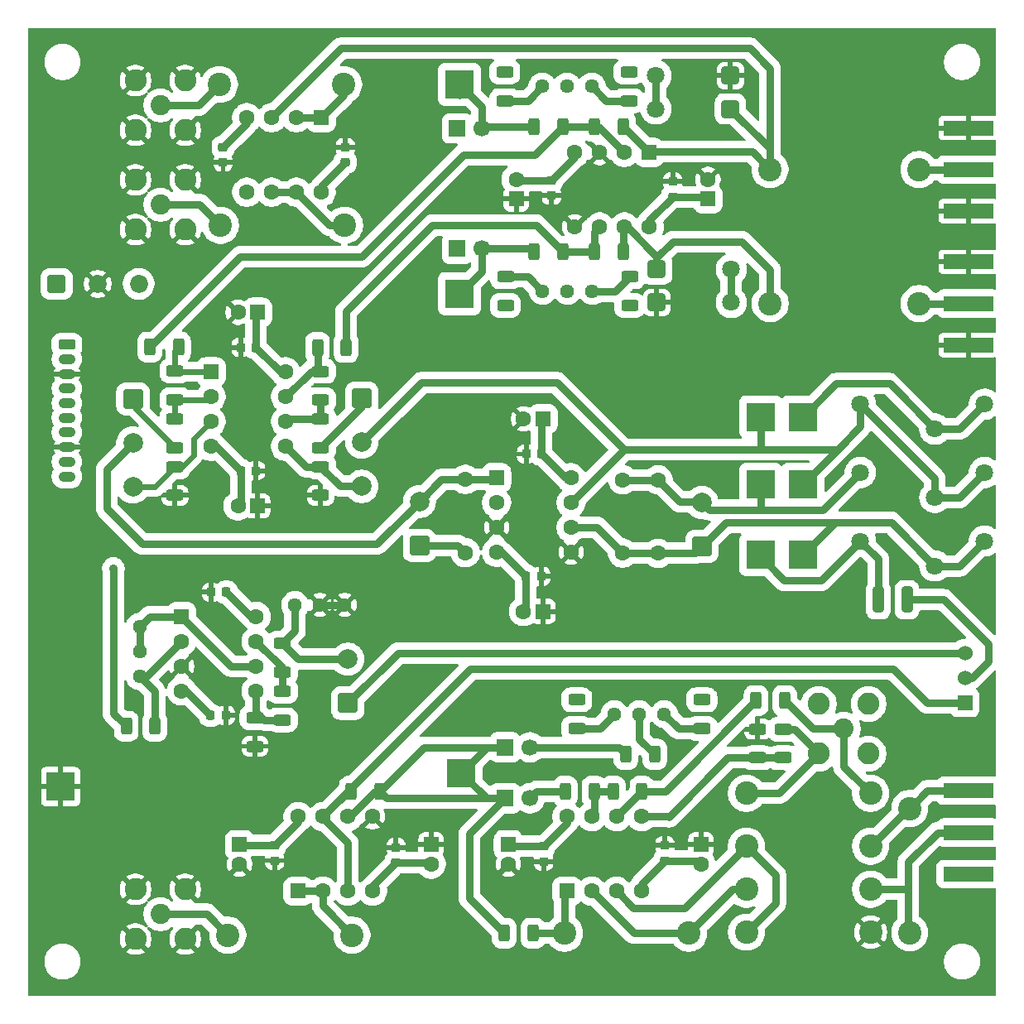
<source format=gtl>
G04 #@! TF.GenerationSoftware,KiCad,Pcbnew,9.0.3*
G04 #@! TF.CreationDate,2025-07-30T16:46:21-07:00*
G04 #@! TF.ProjectId,analog-lockbox-v2,616e616c-6f67-42d6-9c6f-636b626f782d,rev?*
G04 #@! TF.SameCoordinates,Original*
G04 #@! TF.FileFunction,Copper,L1,Top*
G04 #@! TF.FilePolarity,Positive*
%FSLAX46Y46*%
G04 Gerber Fmt 4.6, Leading zero omitted, Abs format (unit mm)*
G04 Created by KiCad (PCBNEW 9.0.3) date 2025-07-30 16:46:21*
%MOMM*%
%LPD*%
G01*
G04 APERTURE LIST*
G04 Aperture macros list*
%AMRoundRect*
0 Rectangle with rounded corners*
0 $1 Rounding radius*
0 $2 $3 $4 $5 $6 $7 $8 $9 X,Y pos of 4 corners*
0 Add a 4 corners polygon primitive as box body*
4,1,4,$2,$3,$4,$5,$6,$7,$8,$9,$2,$3,0*
0 Add four circle primitives for the rounded corners*
1,1,$1+$1,$2,$3*
1,1,$1+$1,$4,$5*
1,1,$1+$1,$6,$7*
1,1,$1+$1,$8,$9*
0 Add four rect primitives between the rounded corners*
20,1,$1+$1,$2,$3,$4,$5,0*
20,1,$1+$1,$4,$5,$6,$7,0*
20,1,$1+$1,$6,$7,$8,$9,0*
20,1,$1+$1,$8,$9,$2,$3,0*%
G04 Aperture macros list end*
G04 #@! TA.AperFunction,ComponentPad*
%ADD10C,2.400000*%
G04 #@! TD*
G04 #@! TA.AperFunction,SMDPad,CuDef*
%ADD11RoundRect,0.250000X0.625000X-0.312500X0.625000X0.312500X-0.625000X0.312500X-0.625000X-0.312500X0*%
G04 #@! TD*
G04 #@! TA.AperFunction,ComponentPad*
%ADD12RoundRect,0.250000X0.750000X-0.750000X0.750000X0.750000X-0.750000X0.750000X-0.750000X-0.750000X0*%
G04 #@! TD*
G04 #@! TA.AperFunction,ComponentPad*
%ADD13C,2.000000*%
G04 #@! TD*
G04 #@! TA.AperFunction,ComponentPad*
%ADD14RoundRect,0.250000X-0.550000X0.550000X-0.550000X-0.550000X0.550000X-0.550000X0.550000X0.550000X0*%
G04 #@! TD*
G04 #@! TA.AperFunction,ComponentPad*
%ADD15C,1.600000*%
G04 #@! TD*
G04 #@! TA.AperFunction,ComponentPad*
%ADD16C,2.050000*%
G04 #@! TD*
G04 #@! TA.AperFunction,ComponentPad*
%ADD17C,2.250000*%
G04 #@! TD*
G04 #@! TA.AperFunction,SMDPad,CuDef*
%ADD18RoundRect,0.225000X0.225000X0.250000X-0.225000X0.250000X-0.225000X-0.250000X0.225000X-0.250000X0*%
G04 #@! TD*
G04 #@! TA.AperFunction,ComponentPad*
%ADD19C,1.800000*%
G04 #@! TD*
G04 #@! TA.AperFunction,SMDPad,CuDef*
%ADD20RoundRect,0.250000X-0.312500X-0.625000X0.312500X-0.625000X0.312500X0.625000X-0.312500X0.625000X0*%
G04 #@! TD*
G04 #@! TA.AperFunction,ComponentPad*
%ADD21RoundRect,0.250000X0.550000X-0.550000X0.550000X0.550000X-0.550000X0.550000X-0.550000X-0.550000X0*%
G04 #@! TD*
G04 #@! TA.AperFunction,SMDPad,CuDef*
%ADD22R,3.000000X3.000000*%
G04 #@! TD*
G04 #@! TA.AperFunction,ComponentPad*
%ADD23RoundRect,0.250000X-0.750000X0.750000X-0.750000X-0.750000X0.750000X-0.750000X0.750000X0.750000X0*%
G04 #@! TD*
G04 #@! TA.AperFunction,SMDPad,CuDef*
%ADD24RoundRect,0.225000X-0.225000X-0.250000X0.225000X-0.250000X0.225000X0.250000X-0.225000X0.250000X0*%
G04 #@! TD*
G04 #@! TA.AperFunction,SMDPad,CuDef*
%ADD25RoundRect,0.250000X0.312500X0.625000X-0.312500X0.625000X-0.312500X-0.625000X0.312500X-0.625000X0*%
G04 #@! TD*
G04 #@! TA.AperFunction,ComponentPad*
%ADD26C,1.440000*%
G04 #@! TD*
G04 #@! TA.AperFunction,ComponentPad*
%ADD27RoundRect,0.250000X0.550000X0.550000X-0.550000X0.550000X-0.550000X-0.550000X0.550000X-0.550000X0*%
G04 #@! TD*
G04 #@! TA.AperFunction,ComponentPad*
%ADD28R,1.530000X1.530000*%
G04 #@! TD*
G04 #@! TA.AperFunction,ComponentPad*
%ADD29C,1.530000*%
G04 #@! TD*
G04 #@! TA.AperFunction,SMDPad,CuDef*
%ADD30RoundRect,0.225000X0.250000X-0.225000X0.250000X0.225000X-0.250000X0.225000X-0.250000X-0.225000X0*%
G04 #@! TD*
G04 #@! TA.AperFunction,SMDPad,CuDef*
%ADD31RoundRect,0.250000X-0.625000X0.312500X-0.625000X-0.312500X0.625000X-0.312500X0.625000X0.312500X0*%
G04 #@! TD*
G04 #@! TA.AperFunction,ComponentPad*
%ADD32R,1.700000X1.700000*%
G04 #@! TD*
G04 #@! TA.AperFunction,ComponentPad*
%ADD33C,1.700000*%
G04 #@! TD*
G04 #@! TA.AperFunction,SMDPad,CuDef*
%ADD34R,5.080000X1.500000*%
G04 #@! TD*
G04 #@! TA.AperFunction,SMDPad,CuDef*
%ADD35RoundRect,0.225000X-0.250000X0.225000X-0.250000X-0.225000X0.250000X-0.225000X0.250000X0.225000X0*%
G04 #@! TD*
G04 #@! TA.AperFunction,ComponentPad*
%ADD36RoundRect,0.250000X-0.650000X-0.650000X0.650000X-0.650000X0.650000X0.650000X-0.650000X0.650000X0*%
G04 #@! TD*
G04 #@! TA.AperFunction,SMDPad,CuDef*
%ADD37RoundRect,0.250000X-0.312500X-1.075000X0.312500X-1.075000X0.312500X1.075000X-0.312500X1.075000X0*%
G04 #@! TD*
G04 #@! TA.AperFunction,ComponentPad*
%ADD38RoundRect,0.250000X-0.615000X0.265000X-0.615000X-0.265000X0.615000X-0.265000X0.615000X0.265000X0*%
G04 #@! TD*
G04 #@! TA.AperFunction,ComponentPad*
%ADD39O,1.730000X1.030000*%
G04 #@! TD*
G04 #@! TA.AperFunction,ComponentPad*
%ADD40RoundRect,0.250000X0.650000X0.650000X-0.650000X0.650000X-0.650000X-0.650000X0.650000X-0.650000X0*%
G04 #@! TD*
G04 #@! TA.AperFunction,ComponentPad*
%ADD41RoundRect,0.250000X-0.550000X-0.550000X0.550000X-0.550000X0.550000X0.550000X-0.550000X0.550000X0*%
G04 #@! TD*
G04 #@! TA.AperFunction,ComponentPad*
%ADD42RoundRect,0.250000X-0.675000X-0.675000X0.675000X-0.675000X0.675000X0.675000X-0.675000X0.675000X0*%
G04 #@! TD*
G04 #@! TA.AperFunction,ComponentPad*
%ADD43C,1.850000*%
G04 #@! TD*
G04 #@! TA.AperFunction,ViaPad*
%ADD44C,0.600000*%
G04 #@! TD*
G04 #@! TA.AperFunction,ViaPad*
%ADD45C,0.900000*%
G04 #@! TD*
G04 #@! TA.AperFunction,Conductor*
%ADD46C,0.800000*%
G04 #@! TD*
G04 #@! TA.AperFunction,Conductor*
%ADD47C,0.600000*%
G04 #@! TD*
G04 APERTURE END LIST*
D10*
X161250000Y-124650000D03*
X161250000Y-137350000D03*
D11*
X86100000Y-92625000D03*
X86100000Y-89700000D03*
D10*
X90750000Y-65000000D03*
X103450000Y-65000000D03*
D12*
X103785000Y-113880000D03*
D13*
X103785000Y-109380000D03*
D14*
X101060000Y-53995000D03*
D15*
X98520000Y-53995000D03*
X95980000Y-53995000D03*
X93440000Y-53995000D03*
X93440000Y-61615000D03*
X95980000Y-61615000D03*
X98520000Y-61615000D03*
X101060000Y-61615000D03*
D12*
X140000000Y-97850000D03*
D13*
X140000000Y-93350000D03*
D16*
X154500000Y-116500000D03*
D17*
X151960000Y-113960000D03*
X151960000Y-119040000D03*
X157040000Y-113960000D03*
X157040000Y-119040000D03*
D18*
X123575000Y-88400000D03*
X122025000Y-88400000D03*
D19*
X156200000Y-83300000D03*
X163820000Y-85840000D03*
X168900000Y-83300000D03*
D20*
X81122500Y-116230000D03*
X84047500Y-116230000D03*
D16*
X84610000Y-135460000D03*
D17*
X82070000Y-132920000D03*
X82070000Y-138000000D03*
X87150000Y-132920000D03*
X87150000Y-138000000D03*
D21*
X98690000Y-133105000D03*
D15*
X101230000Y-133105000D03*
X103770000Y-133105000D03*
X106310000Y-133105000D03*
X106310000Y-125485000D03*
X103770000Y-125485000D03*
X101230000Y-125485000D03*
X98690000Y-125485000D03*
D22*
X150300000Y-98700000D03*
D10*
X91500000Y-137600000D03*
X104200000Y-137600000D03*
D23*
X105200000Y-82700000D03*
D13*
X105200000Y-87200000D03*
X105200000Y-91700000D03*
D11*
X94285000Y-118292500D03*
X94285000Y-115367500D03*
D24*
X121994888Y-100900000D03*
X123544888Y-100900000D03*
D10*
X90650000Y-50600000D03*
X103350000Y-50600000D03*
D20*
X122837500Y-67700000D03*
X125762500Y-67700000D03*
D25*
X148462500Y-113600000D03*
X145537500Y-113600000D03*
D26*
X136140000Y-114995000D03*
X133600000Y-114995000D03*
X131060000Y-114995000D03*
D27*
X94555113Y-73900000D03*
D15*
X92555113Y-73900000D03*
D25*
X135162500Y-119100000D03*
X132237500Y-119100000D03*
D28*
X166900000Y-113840000D03*
D29*
X166900000Y-111300000D03*
X166900000Y-108760000D03*
D30*
X136210000Y-129980000D03*
X136210000Y-128430000D03*
D26*
X123700000Y-71737500D03*
X126240000Y-71737500D03*
X128780000Y-71737500D03*
D10*
X144550000Y-123100000D03*
X157250000Y-123100000D03*
D20*
X129037500Y-67700000D03*
X131962500Y-67700000D03*
D31*
X148300000Y-116537500D03*
X148300000Y-119462500D03*
D18*
X94375000Y-77500000D03*
X92825000Y-77500000D03*
D32*
X114960000Y-67400000D03*
D33*
X117500000Y-67400000D03*
D22*
X115200000Y-50600000D03*
D14*
X134610000Y-57554887D03*
D15*
X132070000Y-57554887D03*
X129530000Y-57554887D03*
X126990000Y-57554887D03*
X126990000Y-65174887D03*
X129530000Y-65174887D03*
X132070000Y-65174887D03*
X134610000Y-65174887D03*
D34*
X167237500Y-59300000D03*
X167237500Y-55050000D03*
X167237500Y-63550000D03*
D10*
X162220000Y-73000000D03*
X146980000Y-73000000D03*
D34*
X167237500Y-73000000D03*
X167237500Y-68750000D03*
X167237500Y-77250000D03*
D11*
X101000000Y-82862500D03*
X101000000Y-79937500D03*
D19*
X156200000Y-90300000D03*
X163820000Y-92840000D03*
X168900000Y-90300000D03*
D35*
X96300000Y-128425000D03*
X96300000Y-129975000D03*
D31*
X145700000Y-116537500D03*
X145700000Y-119462500D03*
D35*
X123810000Y-128525000D03*
X123810000Y-130075000D03*
D22*
X146000000Y-98700000D03*
D31*
X140000000Y-113537500D03*
X140000000Y-116462500D03*
D22*
X115400000Y-121000000D03*
D10*
X157250000Y-132900000D03*
X144550000Y-132900000D03*
D36*
X135380000Y-72900000D03*
D19*
X143000000Y-72900000D03*
D37*
X158037500Y-103300000D03*
X160962500Y-103300000D03*
D21*
X121000000Y-62315000D03*
D15*
X121000000Y-60315000D03*
D22*
X146000000Y-84600000D03*
D38*
X75050000Y-77200000D03*
D39*
X75050000Y-78700000D03*
X75050000Y-80200000D03*
X75050000Y-81700000D03*
X75050000Y-83200000D03*
X75050000Y-84700000D03*
X75050000Y-86200000D03*
X75050000Y-87700000D03*
X75050000Y-89200000D03*
X75050000Y-90700000D03*
D34*
X167237500Y-127100000D03*
X167237500Y-122850000D03*
X167237500Y-131350000D03*
D25*
X128962500Y-122900000D03*
X126037500Y-122900000D03*
D20*
X129037500Y-54895000D03*
X131962500Y-54895000D03*
D27*
X123755113Y-84800000D03*
D15*
X121755113Y-84800000D03*
D40*
X142910000Y-49700000D03*
D19*
X135290000Y-49700000D03*
D41*
X118995000Y-90820000D03*
D15*
X118995000Y-93360000D03*
X118995000Y-95900000D03*
X118995000Y-98440000D03*
X126615000Y-98440000D03*
X126615000Y-95900000D03*
X126615000Y-93360000D03*
X126615000Y-90820000D03*
D11*
X127200000Y-116462500D03*
X127200000Y-113537500D03*
D25*
X107062500Y-122900000D03*
X104137500Y-122900000D03*
D22*
X115200000Y-72000000D03*
D26*
X98385000Y-103830000D03*
X100925000Y-103830000D03*
X103465000Y-103830000D03*
D30*
X103520000Y-58562500D03*
X103520000Y-57012500D03*
D11*
X119840000Y-52257500D03*
X119840000Y-49332500D03*
D32*
X119860000Y-118400000D03*
D33*
X122400000Y-118400000D03*
D36*
X135380000Y-69500000D03*
D19*
X143000000Y-69500000D03*
D11*
X97085000Y-115592500D03*
X97085000Y-112667500D03*
D25*
X86462500Y-77462500D03*
X83537500Y-77462500D03*
D30*
X108700000Y-130175000D03*
X108700000Y-128625000D03*
D41*
X86780000Y-105020000D03*
D15*
X86780000Y-107560000D03*
X86780000Y-110100000D03*
X86780000Y-112640000D03*
X94400000Y-112640000D03*
X94400000Y-110100000D03*
X94400000Y-107560000D03*
X94400000Y-105020000D03*
D25*
X133862500Y-122900000D03*
X130937500Y-122900000D03*
D24*
X89735000Y-115130000D03*
X91285000Y-115130000D03*
D11*
X86100000Y-82825000D03*
X86100000Y-79900000D03*
D22*
X150300000Y-84600000D03*
D40*
X142910000Y-53100000D03*
D19*
X135290000Y-53100000D03*
D31*
X132600000Y-70275000D03*
X132600000Y-73200000D03*
D19*
X156200000Y-97300000D03*
X163820000Y-99840000D03*
X168900000Y-97300000D03*
D27*
X94555113Y-93700000D03*
D15*
X92555113Y-93700000D03*
D10*
X157250000Y-128500000D03*
X144550000Y-128500000D03*
D35*
X91020000Y-57012500D03*
X91020000Y-58562500D03*
D41*
X89795000Y-79990000D03*
D15*
X89795000Y-82530000D03*
X89795000Y-85070000D03*
X89795000Y-87610000D03*
X97415000Y-87610000D03*
X97415000Y-85070000D03*
X97415000Y-82530000D03*
X97415000Y-79990000D03*
D10*
X162200000Y-59300000D03*
X146960000Y-59300000D03*
D21*
X140610000Y-62315000D03*
D15*
X140610000Y-60315000D03*
D14*
X92700000Y-128344888D03*
D15*
X92700000Y-130344888D03*
D32*
X119860000Y-123600000D03*
D33*
X122400000Y-123600000D03*
D35*
X124610000Y-60415000D03*
X124610000Y-61965000D03*
D22*
X74400000Y-122400000D03*
D11*
X97085000Y-110692500D03*
X97085000Y-107767500D03*
D16*
X84610000Y-52740000D03*
D17*
X87150000Y-50200000D03*
X82070000Y-50200000D03*
X87150000Y-55280000D03*
X82070000Y-55280000D03*
D23*
X81800000Y-82762500D03*
D13*
X81800000Y-87262500D03*
X81800000Y-91762500D03*
D20*
X100675000Y-77500000D03*
X103600000Y-77500000D03*
D10*
X157250000Y-137300000D03*
X144550000Y-137300000D03*
D26*
X128740000Y-50795000D03*
X126200000Y-50795000D03*
X123660000Y-50795000D03*
D24*
X92825000Y-90100000D03*
X94375000Y-90100000D03*
D11*
X101000000Y-87762500D03*
X101000000Y-84837500D03*
D14*
X120200000Y-128344888D03*
D15*
X120200000Y-130344888D03*
D22*
X150300000Y-91500000D03*
D11*
X119900000Y-73200000D03*
X119900000Y-70275000D03*
D14*
X112300000Y-128344888D03*
D15*
X112300000Y-130344888D03*
D20*
X122837500Y-54895000D03*
X125762500Y-54895000D03*
D14*
X139900000Y-128344888D03*
D15*
X139900000Y-130344888D03*
D11*
X86100000Y-87725000D03*
X86100000Y-84800000D03*
D16*
X84610000Y-62900000D03*
D17*
X87150000Y-60360000D03*
X82070000Y-60360000D03*
X87150000Y-65440000D03*
X82070000Y-65440000D03*
D30*
X137010000Y-62090000D03*
X137010000Y-60540000D03*
D22*
X146000000Y-91500000D03*
D25*
X122712500Y-137400000D03*
X119787500Y-137400000D03*
D27*
X123755113Y-104500000D03*
D15*
X121755113Y-104500000D03*
D21*
X126190000Y-133105000D03*
D15*
X128730000Y-133105000D03*
X131270000Y-133105000D03*
X133810000Y-133105000D03*
X133810000Y-125485000D03*
X131270000Y-125485000D03*
X128730000Y-125485000D03*
X126190000Y-125485000D03*
D10*
X138650000Y-137400000D03*
X125950000Y-137400000D03*
D18*
X91360000Y-102530000D03*
X89810000Y-102530000D03*
D12*
X111100000Y-97750000D03*
D13*
X111100000Y-93250000D03*
D15*
X135500000Y-98550000D03*
X135500000Y-91050000D03*
D32*
X114960000Y-55100000D03*
D33*
X117500000Y-55100000D03*
D31*
X132540000Y-49332500D03*
X132540000Y-52257500D03*
D15*
X115800000Y-98500000D03*
X115800000Y-91000000D03*
X131885000Y-98530000D03*
X131885000Y-91030000D03*
D42*
X74000000Y-71000000D03*
D43*
X78200000Y-71000000D03*
X82400000Y-71000000D03*
D11*
X101000000Y-92625000D03*
X101000000Y-89700000D03*
D26*
X82485000Y-111130000D03*
X82485000Y-108590000D03*
X82485000Y-106050000D03*
D44*
X135600000Y-45300000D03*
X129900000Y-120200000D03*
X125600000Y-143300000D03*
X145600000Y-143300000D03*
X90600000Y-143300000D03*
X80600000Y-45300000D03*
X130600000Y-143300000D03*
X167237500Y-77250000D03*
X167237500Y-63550000D03*
X155600000Y-45300000D03*
X150600000Y-45300000D03*
X100600000Y-143300000D03*
X120600000Y-45300000D03*
X168900000Y-92800000D03*
X142300000Y-90000000D03*
X105600000Y-45300000D03*
X160600000Y-143300000D03*
X135600000Y-143300000D03*
X125600000Y-45300000D03*
X105600000Y-143300000D03*
X120600000Y-143300000D03*
X85600000Y-45300000D03*
X100600000Y-45300000D03*
X80600000Y-143300000D03*
X95600000Y-143300000D03*
X167237500Y-68750000D03*
X115600000Y-143300000D03*
X90600000Y-45300000D03*
X140600000Y-143300000D03*
X145600000Y-45300000D03*
X85600000Y-143300000D03*
X115600000Y-45300000D03*
X129200000Y-93900000D03*
X95600000Y-45300000D03*
X110600000Y-143300000D03*
X130600000Y-45300000D03*
X110600000Y-45300000D03*
X167237500Y-55050000D03*
X140600000Y-45300000D03*
X160600000Y-45300000D03*
X155600000Y-143300000D03*
X168900000Y-85800000D03*
X150600000Y-143300000D03*
X79450000Y-98400000D03*
X78200000Y-101100000D03*
X81250000Y-100750000D03*
D45*
X140000000Y-113537500D03*
X132540000Y-49332500D03*
X119900000Y-73200000D03*
X132600000Y-73200000D03*
X119840000Y-49332500D03*
X127200000Y-113537500D03*
D44*
X167237500Y-122850000D03*
X167237500Y-131350000D03*
D45*
X79800000Y-100100000D03*
D46*
X137750000Y-93300000D02*
X135500000Y-91050000D01*
X146000000Y-94100000D02*
X140750000Y-94100000D01*
X146000000Y-94100000D02*
X152400000Y-94100000D01*
X140750000Y-94100000D02*
X140000000Y-93350000D01*
X131905000Y-91050000D02*
X131885000Y-91030000D01*
X139000000Y-93300000D02*
X137750000Y-93300000D01*
X135500000Y-91050000D02*
X131905000Y-91050000D01*
X152400000Y-94100000D02*
X156200000Y-90300000D01*
X146000000Y-91500000D02*
X146000000Y-94100000D01*
X163820000Y-99840000D02*
X159380000Y-95400000D01*
X153600000Y-95400000D02*
X150300000Y-98700000D01*
X163820000Y-99840000D02*
X166360000Y-99840000D01*
X129255000Y-95900000D02*
X131885000Y-98530000D01*
X135480000Y-98530000D02*
X135500000Y-98550000D01*
X131905000Y-98550000D02*
X131885000Y-98530000D01*
X140000000Y-97850000D02*
X142450000Y-95400000D01*
X131885000Y-98530000D02*
X131430000Y-98530000D01*
X131885000Y-98530000D02*
X135480000Y-98530000D01*
X154400000Y-95400000D02*
X153600000Y-95400000D01*
X135500000Y-98550000D02*
X139300000Y-98550000D01*
X166360000Y-99840000D02*
X168900000Y-97300000D01*
X126600000Y-95900000D02*
X129255000Y-95900000D01*
X139300000Y-98550000D02*
X140000000Y-97850000D01*
X142450000Y-95400000D02*
X154400000Y-95400000D01*
X159380000Y-95400000D02*
X154400000Y-95400000D01*
X106750000Y-97600000D02*
X82737500Y-97600000D01*
X113350000Y-91000000D02*
X111100000Y-93250000D01*
X111100000Y-93250000D02*
X106750000Y-97600000D01*
X79100000Y-89962500D02*
X81800000Y-87262500D01*
X115800000Y-91000000D02*
X118800000Y-91000000D01*
X115800000Y-91000000D02*
X113350000Y-91000000D01*
X82737500Y-97600000D02*
X79100000Y-93962500D01*
X79100000Y-93962500D02*
X79100000Y-89962500D01*
X118800000Y-91000000D02*
X118980000Y-90820000D01*
X111100000Y-97750000D02*
X115050000Y-97750000D01*
X115050000Y-97750000D02*
X115800000Y-98500000D01*
X100925000Y-103830000D02*
X103465000Y-103830000D01*
X135380000Y-69500000D02*
X135380000Y-68180000D01*
X146980000Y-69580000D02*
X146980000Y-73000000D01*
X131962500Y-67700000D02*
X131962500Y-65282387D01*
X137000000Y-66700000D02*
X144100000Y-66700000D01*
X135380000Y-69500000D02*
X135380000Y-68320000D01*
X144100000Y-66700000D02*
X146980000Y-69580000D01*
X131962500Y-65282387D02*
X132070000Y-65174887D01*
X132315000Y-65115000D02*
X132070000Y-65115000D01*
X135380000Y-68320000D02*
X137000000Y-66700000D01*
X135380000Y-68180000D02*
X132315000Y-65115000D01*
X143000000Y-69500000D02*
X143000000Y-72900000D01*
X134610000Y-57495000D02*
X145155000Y-57495000D01*
X144900000Y-46900000D02*
X103075000Y-46900000D01*
X146960000Y-57150000D02*
X142910000Y-53100000D01*
X146960000Y-59300000D02*
X146960000Y-57150000D01*
X145155000Y-57495000D02*
X146960000Y-59300000D01*
X131962500Y-54907387D02*
X134610000Y-57554887D01*
X131962500Y-54895000D02*
X131962500Y-54907387D01*
X146960000Y-48960000D02*
X144900000Y-46900000D01*
X146960000Y-59300000D02*
X146960000Y-48960000D01*
X103075000Y-46900000D02*
X95980000Y-53995000D01*
X135290000Y-53100000D02*
X135290000Y-49700000D01*
X97415000Y-79990000D02*
X96865000Y-79990000D01*
X140385000Y-62090000D02*
X140610000Y-62315000D01*
X92825000Y-128425000D02*
X92700000Y-128300000D01*
X96865000Y-79990000D02*
X94375000Y-77500000D01*
X94375000Y-77500000D02*
X94375000Y-74180113D01*
X101060000Y-61615000D02*
X101060000Y-61022500D01*
X123575000Y-88400000D02*
X123575000Y-84980113D01*
X98690000Y-126035000D02*
X96300000Y-128425000D01*
X134610000Y-64490000D02*
X137010000Y-62090000D01*
X134610000Y-65115000D02*
X134610000Y-64490000D01*
X94375000Y-74180113D02*
X94655113Y-73900000D01*
X101060000Y-61022500D02*
X103520000Y-58562500D01*
X126600000Y-90820000D02*
X125995000Y-90820000D01*
X96300000Y-128425000D02*
X92825000Y-128425000D01*
X125995000Y-90820000D02*
X123575000Y-88400000D01*
X126190000Y-125485000D02*
X126190000Y-126145000D01*
X126190000Y-126145000D02*
X123810000Y-128525000D01*
X123810000Y-128525000D02*
X120325000Y-128525000D01*
X137010000Y-62090000D02*
X140385000Y-62090000D01*
X94400000Y-105020000D02*
X93850000Y-105020000D01*
X120325000Y-128525000D02*
X120200000Y-128400000D01*
X123575000Y-84980113D02*
X123755113Y-84800000D01*
X93850000Y-105020000D02*
X91360000Y-102530000D01*
X98690000Y-125485000D02*
X98690000Y-126035000D01*
X86780000Y-112640000D02*
X87245000Y-112640000D01*
X139575000Y-129980000D02*
X139800000Y-130205000D01*
X87245000Y-112640000D02*
X89735000Y-115130000D01*
X89795000Y-87610000D02*
X90335000Y-87610000D01*
X93440000Y-53995000D02*
X93440000Y-54592500D01*
X93440000Y-54592500D02*
X91020000Y-57012500D01*
X106310000Y-133105000D02*
X106310000Y-132565000D01*
X126990000Y-58035000D02*
X124610000Y-60415000D01*
X121994888Y-100900000D02*
X121994888Y-104250000D01*
X92825000Y-93575000D02*
X92700000Y-93700000D01*
X133810000Y-133105000D02*
X133810000Y-132380000D01*
X136210000Y-129980000D02*
X139575000Y-129980000D01*
X126990000Y-57495000D02*
X126990000Y-58035000D01*
X92825000Y-90100000D02*
X92825000Y-93575000D01*
X124610000Y-60415000D02*
X121210000Y-60415000D01*
X118980000Y-98440000D02*
X119534888Y-98440000D01*
X90335000Y-87610000D02*
X92825000Y-90100000D01*
X108700000Y-130175000D02*
X112075000Y-130175000D01*
X106310000Y-132565000D02*
X108700000Y-130175000D01*
X133810000Y-132380000D02*
X136210000Y-129980000D01*
X112075000Y-130175000D02*
X112300000Y-130400000D01*
X119534888Y-98440000D02*
X121994888Y-100900000D01*
X121994888Y-104250000D02*
X121744888Y-104500000D01*
X121210000Y-60415000D02*
X121010000Y-60215000D01*
X161100000Y-124650000D02*
X157250000Y-128500000D01*
X163050000Y-122850000D02*
X161250000Y-124650000D01*
X161100000Y-125200000D02*
X160550000Y-125200000D01*
X167237500Y-122850000D02*
X163050000Y-122850000D01*
X161250000Y-125050000D02*
X161100000Y-125200000D01*
X161250000Y-124650000D02*
X161100000Y-124650000D01*
X167237500Y-127100000D02*
X164100000Y-127100000D01*
X161100000Y-132900000D02*
X161100000Y-137900000D01*
X157250000Y-132900000D02*
X161100000Y-132900000D01*
X164100000Y-127100000D02*
X161100000Y-130100000D01*
X161100000Y-130100000D02*
X161100000Y-132900000D01*
X147900000Y-123100000D02*
X151960000Y-119040000D01*
X144550000Y-123100000D02*
X147900000Y-123100000D01*
X149457500Y-116537500D02*
X151960000Y-119040000D01*
X148300000Y-116537500D02*
X149457500Y-116537500D01*
X154500000Y-116500000D02*
X154500000Y-120350000D01*
X154500000Y-120350000D02*
X157250000Y-123100000D01*
X154500000Y-116500000D02*
X151362500Y-116500000D01*
X151362500Y-116500000D02*
X148462500Y-113600000D01*
X91500000Y-137600000D02*
X89360000Y-135460000D01*
X89360000Y-135460000D02*
X85060000Y-135460000D01*
X88650000Y-62900000D02*
X84610000Y-62900000D01*
X90750000Y-65000000D02*
X88650000Y-62900000D01*
X162220000Y-73000000D02*
X167237500Y-73000000D01*
X162200000Y-59300000D02*
X167237500Y-59300000D01*
X88510000Y-52740000D02*
X84610000Y-52740000D01*
X90650000Y-50600000D02*
X88510000Y-52740000D01*
X123100000Y-122900000D02*
X122400000Y-123600000D01*
X126037500Y-122900000D02*
X123100000Y-122900000D01*
X116200000Y-133812500D02*
X116200000Y-127260000D01*
X104015000Y-125485000D02*
X103770000Y-125485000D01*
X119860000Y-123600000D02*
X107762500Y-123600000D01*
X119787500Y-137400000D02*
X116200000Y-133812500D01*
X116200000Y-127260000D02*
X119860000Y-123600000D01*
X119860000Y-118400000D02*
X118000000Y-118400000D01*
X119860000Y-118400000D02*
X111562500Y-118400000D01*
X119860000Y-123600000D02*
X118000000Y-123600000D01*
X118000000Y-123600000D02*
X115400000Y-121000000D01*
X107762500Y-123600000D02*
X107062500Y-122900000D01*
X107062500Y-122900000D02*
X106600000Y-122900000D01*
X106600000Y-122900000D02*
X104015000Y-125485000D01*
X118000000Y-118400000D02*
X115400000Y-121000000D01*
X111562500Y-118400000D02*
X107062500Y-122900000D01*
X131537500Y-118400000D02*
X122400000Y-118400000D01*
X132237500Y-119100000D02*
X131537500Y-118400000D01*
X143150000Y-132900000D02*
X138650000Y-137400000D01*
X144550000Y-132900000D02*
X143150000Y-132900000D01*
X138650000Y-137400000D02*
X133025000Y-137400000D01*
X133025000Y-137400000D02*
X128730000Y-133105000D01*
X144550000Y-128500000D02*
X147500000Y-131450000D01*
X147500000Y-131450000D02*
X147500000Y-134350000D01*
X144550000Y-128500000D02*
X138250000Y-134800000D01*
X132965000Y-134800000D02*
X131270000Y-133105000D01*
X138250000Y-134800000D02*
X132965000Y-134800000D01*
X147500000Y-134350000D02*
X144550000Y-137300000D01*
X125950000Y-137400000D02*
X125950000Y-133345000D01*
X125950000Y-137400000D02*
X122712500Y-137400000D01*
X125950000Y-133345000D02*
X126190000Y-133105000D01*
X131277500Y-125485000D02*
X133862500Y-122900000D01*
X145537500Y-113600000D02*
X136237500Y-122900000D01*
X136237500Y-122900000D02*
X133862500Y-122900000D01*
X131270000Y-125485000D02*
X131277500Y-125485000D01*
X136600000Y-125500000D02*
X136585000Y-125485000D01*
X136585000Y-125485000D02*
X133810000Y-125485000D01*
X148300000Y-119462500D02*
X145700000Y-119462500D01*
X145700000Y-119462500D02*
X142637500Y-119462500D01*
X142637500Y-119462500D02*
X136600000Y-125500000D01*
X128962500Y-125252500D02*
X128730000Y-125485000D01*
X128962500Y-122900000D02*
X128962500Y-125252500D01*
X130937500Y-122900000D02*
X128962500Y-122900000D01*
X140000000Y-116462500D02*
X137607500Y-116462500D01*
X137607500Y-116462500D02*
X136140000Y-114995000D01*
X129592500Y-116462500D02*
X131060000Y-114995000D01*
X127200000Y-116462500D02*
X129592500Y-116462500D01*
X133600000Y-117537500D02*
X135162500Y-119100000D01*
X133600000Y-114995000D02*
X133600000Y-117537500D01*
X103770000Y-128170000D02*
X103770000Y-133105000D01*
X166900000Y-113840000D02*
X165550000Y-113840000D01*
X101230000Y-125485000D02*
X101230000Y-125630000D01*
X101230000Y-125485000D02*
X116315000Y-110400000D01*
X159600000Y-110400000D02*
X163040000Y-113840000D01*
X103815000Y-122900000D02*
X101230000Y-125485000D01*
X104137500Y-122900000D02*
X103815000Y-122900000D01*
X163040000Y-113840000D02*
X165550000Y-113840000D01*
X116315000Y-110400000D02*
X159600000Y-110400000D01*
X101230000Y-125630000D02*
X103770000Y-128170000D01*
X165550000Y-113840000D02*
X167200000Y-113840000D01*
X101230000Y-134630000D02*
X104200000Y-137600000D01*
X101230000Y-133105000D02*
X101230000Y-134630000D01*
X101230000Y-133105000D02*
X98690000Y-133105000D01*
X167600000Y-111300000D02*
X169300000Y-109600000D01*
X169300000Y-109600000D02*
X169300000Y-107850000D01*
X164750000Y-103300000D02*
X160962500Y-103300000D01*
X169300000Y-107850000D02*
X164750000Y-103300000D01*
X166900000Y-111300000D02*
X167600000Y-111300000D01*
X158037500Y-99137500D02*
X156200000Y-97300000D01*
X146000000Y-98900000D02*
X146000000Y-98700000D01*
X152200000Y-101300000D02*
X148400000Y-101300000D01*
X158037500Y-103300000D02*
X158037500Y-99137500D01*
X148400000Y-101300000D02*
X146000000Y-98900000D01*
X156200000Y-97300000D02*
X152200000Y-101300000D01*
X83210000Y-111130000D02*
X86780000Y-107560000D01*
X84047500Y-112692500D02*
X82485000Y-111130000D01*
X84047500Y-116230000D02*
X84047500Y-112692500D01*
X82485000Y-111130000D02*
X83210000Y-111130000D01*
X156200000Y-85600000D02*
X153850000Y-87950000D01*
X146000000Y-87950000D02*
X153850000Y-87950000D01*
X156200000Y-83300000D02*
X156200000Y-85600000D01*
X111300000Y-81100000D02*
X125160000Y-81100000D01*
X163820000Y-92840000D02*
X166360000Y-92840000D01*
X132010000Y-87950000D02*
X146000000Y-87950000D01*
X125160000Y-81100000D02*
X132010000Y-87950000D01*
X166360000Y-92840000D02*
X168900000Y-90300000D01*
X79800000Y-114907500D02*
X79800000Y-114400000D01*
X153850000Y-87950000D02*
X150300000Y-91500000D01*
X163820000Y-92840000D02*
X163820000Y-90920000D01*
X81122500Y-116230000D02*
X79800000Y-114907500D01*
X79800000Y-114400000D02*
X79800000Y-100100000D01*
X126600000Y-93360000D02*
X132010000Y-87950000D01*
X163820000Y-90920000D02*
X156200000Y-83300000D01*
X146000000Y-84600000D02*
X146000000Y-87950000D01*
X105200000Y-87200000D02*
X111300000Y-81100000D01*
X97085000Y-115592500D02*
X95192500Y-115592500D01*
X94400000Y-112640000D02*
X94400000Y-114800000D01*
X94400000Y-114800000D02*
X94400000Y-115252500D01*
X94400000Y-115252500D02*
X94285000Y-115367500D01*
X95192500Y-115592500D02*
X94400000Y-114800000D01*
X97085000Y-112667500D02*
X97085000Y-110692500D01*
X97085000Y-110245000D02*
X94400000Y-107560000D01*
X97085000Y-110692500D02*
X97085000Y-110245000D01*
X98385000Y-106467500D02*
X97085000Y-107767500D01*
X98697500Y-109380000D02*
X97085000Y-107767500D01*
X103785000Y-109380000D02*
X98697500Y-109380000D01*
X98385000Y-103830000D02*
X98385000Y-106467500D01*
X105200000Y-82700000D02*
X105200000Y-83562500D01*
X105200000Y-83562500D02*
X101000000Y-87762500D01*
X101000000Y-84837500D02*
X101000000Y-82862500D01*
X97647500Y-84837500D02*
X97415000Y-85070000D01*
X101000000Y-84837500D02*
X97647500Y-84837500D01*
X100007500Y-79937500D02*
X97415000Y-82530000D01*
X100675000Y-77500000D02*
X100675000Y-79612500D01*
X101000000Y-79937500D02*
X100007500Y-79937500D01*
X100675000Y-79612500D02*
X101000000Y-79937500D01*
X101000000Y-79937500D02*
X101000000Y-79945000D01*
X103000000Y-91700000D02*
X101000000Y-89700000D01*
X99505000Y-89700000D02*
X97415000Y-87610000D01*
X101000000Y-89700000D02*
X99505000Y-89700000D01*
X105200000Y-91700000D02*
X103000000Y-91700000D01*
X128780000Y-71737500D02*
X131137500Y-71737500D01*
X131137500Y-71737500D02*
X132600000Y-70275000D01*
X122237500Y-70275000D02*
X123700000Y-71737500D01*
X119900000Y-70275000D02*
X122237500Y-70275000D01*
X103600000Y-73800000D02*
X112400000Y-65000000D01*
X103600000Y-77500000D02*
X103600000Y-73800000D01*
X129037500Y-65667387D02*
X129530000Y-65174887D01*
X129037500Y-67700000D02*
X125762500Y-67700000D01*
X123062500Y-65000000D02*
X125762500Y-67700000D01*
X112400000Y-65000000D02*
X123062500Y-65000000D01*
X129037500Y-67700000D02*
X129037500Y-65667387D01*
X117500000Y-52900000D02*
X115200000Y-50600000D01*
X117705000Y-54895000D02*
X117500000Y-55100000D01*
X117500000Y-55100000D02*
X117500000Y-52900000D01*
X122837500Y-54895000D02*
X117705000Y-54895000D01*
X115200000Y-51700000D02*
X115200000Y-50600000D01*
X101905000Y-65000000D02*
X103450000Y-65000000D01*
X98520000Y-61615000D02*
X95980000Y-61615000D01*
X98520000Y-61615000D02*
X101905000Y-65000000D01*
D47*
X86800000Y-89700000D02*
X88000000Y-88500000D01*
X81800000Y-91762500D02*
X84037500Y-91762500D01*
X84037500Y-91762500D02*
X86100000Y-89700000D01*
X88000000Y-86865000D02*
X89795000Y-85070000D01*
X88000000Y-88500000D02*
X88000000Y-86865000D01*
X86100000Y-89700000D02*
X86800000Y-89700000D01*
X86100000Y-87725000D02*
X81800000Y-83425000D01*
X81800000Y-83425000D02*
X81800000Y-82762500D01*
X86100000Y-84800000D02*
X86100000Y-82825000D01*
X89500000Y-82825000D02*
X89795000Y-82530000D01*
X86100000Y-82825000D02*
X89500000Y-82825000D01*
X86100000Y-77825000D02*
X86462500Y-77462500D01*
X89795000Y-79990000D02*
X86190000Y-79990000D01*
X86190000Y-79990000D02*
X86100000Y-79900000D01*
X86100000Y-79900000D02*
X86100000Y-77825000D01*
D46*
X132540000Y-52257500D02*
X130202500Y-52257500D01*
X130202500Y-52257500D02*
X128740000Y-50795000D01*
X122857500Y-57800000D02*
X115600000Y-57800000D01*
X129037500Y-54895000D02*
X127305000Y-54895000D01*
X105200000Y-68200000D02*
X92800000Y-68200000D01*
X115600000Y-57800000D02*
X105200000Y-68200000D01*
X125762500Y-54895000D02*
X127462500Y-54895000D01*
X129037500Y-54895000D02*
X129410113Y-54895000D01*
X92800000Y-68200000D02*
X83537500Y-77462500D01*
X129410113Y-54895000D02*
X132070000Y-57554887D01*
X125762500Y-54895000D02*
X122857500Y-57800000D01*
X126200000Y-50795000D02*
X126200000Y-50817500D01*
X119840000Y-52257500D02*
X122197500Y-52257500D01*
X122197500Y-52257500D02*
X123660000Y-50795000D01*
X103350000Y-50600000D02*
X103350000Y-51705000D01*
X101060000Y-53995000D02*
X98520000Y-53995000D01*
X103350000Y-51705000D02*
X101060000Y-53995000D01*
X103785000Y-113880000D02*
X108905000Y-108760000D01*
X108905000Y-108760000D02*
X167200000Y-108760000D01*
X83515000Y-105020000D02*
X82485000Y-106050000D01*
X86780000Y-105020000D02*
X83515000Y-105020000D01*
X91860000Y-110100000D02*
X86780000Y-105020000D01*
X82485000Y-106050000D02*
X82485000Y-108590000D01*
X94400000Y-110100000D02*
X91860000Y-110100000D01*
X166360000Y-85840000D02*
X168900000Y-83300000D01*
X163820000Y-85840000D02*
X166360000Y-85840000D01*
X159180000Y-81200000D02*
X153700000Y-81200000D01*
X153700000Y-81200000D02*
X150300000Y-84600000D01*
X163820000Y-85840000D02*
X159180000Y-81200000D01*
X117500000Y-67400000D02*
X122537500Y-67400000D01*
X117500000Y-69700000D02*
X115200000Y-72000000D01*
X122537500Y-67400000D02*
X122837500Y-67700000D01*
X117500000Y-67400000D02*
X117500000Y-69700000D01*
G04 #@! TA.AperFunction,Conductor*
G36*
X86380000Y-110152661D02*
G01*
X86407259Y-110254394D01*
X86459920Y-110345606D01*
X86534394Y-110420080D01*
X86625606Y-110472741D01*
X86727339Y-110500000D01*
X86733553Y-110500000D01*
X86054076Y-111179474D01*
X86058562Y-111236463D01*
X86054435Y-111236787D01*
X86057419Y-111271491D01*
X86024819Y-111333289D01*
X85997368Y-111353540D01*
X85997719Y-111354112D01*
X85993573Y-111356652D01*
X85927279Y-111404818D01*
X85802490Y-111495483D01*
X85802488Y-111495485D01*
X85802487Y-111495485D01*
X85635485Y-111662487D01*
X85635485Y-111662488D01*
X85635483Y-111662490D01*
X85575862Y-111744550D01*
X85496657Y-111853566D01*
X85389433Y-112064003D01*
X85316443Y-112288641D01*
X85315813Y-112291268D01*
X85315299Y-112292161D01*
X85314941Y-112293266D01*
X85314709Y-112293190D01*
X85281022Y-112351860D01*
X85218995Y-112384022D01*
X85149426Y-112377545D01*
X85094403Y-112334484D01*
X85077309Y-112300636D01*
X85076916Y-112299428D01*
X85067373Y-112270055D01*
X84988732Y-112115712D01*
X84886914Y-111975572D01*
X84764428Y-111853086D01*
X84491522Y-111580180D01*
X84458037Y-111518857D01*
X84463021Y-111449165D01*
X84491518Y-111404823D01*
X85364004Y-110532337D01*
X85425325Y-110498854D01*
X85495017Y-110503838D01*
X85550950Y-110545710D01*
X85569614Y-110581701D01*
X85575244Y-110599031D01*
X85668141Y-110781350D01*
X85668147Y-110781359D01*
X85700523Y-110825921D01*
X85700524Y-110825922D01*
X86380000Y-110146446D01*
X86380000Y-110152661D01*
G37*
G04 #@! TD.AperFunction*
G04 #@! TA.AperFunction,Conductor*
G36*
X114794150Y-92120185D02*
G01*
X114814792Y-92136819D01*
X114822490Y-92144517D01*
X115013567Y-92283343D01*
X115079615Y-92316996D01*
X115224003Y-92390566D01*
X115224005Y-92390566D01*
X115224008Y-92390568D01*
X115316332Y-92420566D01*
X115448631Y-92463553D01*
X115681903Y-92500500D01*
X115681908Y-92500500D01*
X115918097Y-92500500D01*
X116151368Y-92463553D01*
X116181612Y-92453726D01*
X116375992Y-92390568D01*
X116586433Y-92283343D01*
X116777510Y-92144517D01*
X116785208Y-92136819D01*
X116846531Y-92103334D01*
X116872889Y-92100500D01*
X117792648Y-92100500D01*
X117816283Y-92107440D01*
X117840761Y-92110215D01*
X117855110Y-92118841D01*
X117859687Y-92120185D01*
X117871001Y-92128392D01*
X117893298Y-92146574D01*
X117932814Y-92204195D01*
X117934905Y-92274033D01*
X117902618Y-92330354D01*
X117850486Y-92382486D01*
X117850485Y-92382487D01*
X117850483Y-92382490D01*
X117798730Y-92453722D01*
X117711657Y-92573566D01*
X117604433Y-92784003D01*
X117531446Y-93008631D01*
X117494500Y-93241902D01*
X117494500Y-93478097D01*
X117531446Y-93711368D01*
X117604433Y-93935996D01*
X117685092Y-94094297D01*
X117711657Y-94146433D01*
X117850483Y-94337510D01*
X118017490Y-94504517D01*
X118208567Y-94643343D01*
X118208573Y-94643347D01*
X118212719Y-94645888D01*
X118211950Y-94647142D01*
X118257973Y-94690607D01*
X118274771Y-94758427D01*
X118273044Y-94763494D01*
X118273563Y-94763535D01*
X118269077Y-94820524D01*
X118948554Y-95500000D01*
X118942339Y-95500000D01*
X118840606Y-95527259D01*
X118749394Y-95579920D01*
X118674920Y-95654394D01*
X118622259Y-95745606D01*
X118595000Y-95847339D01*
X118595000Y-95853553D01*
X117915524Y-95174077D01*
X117915523Y-95174077D01*
X117883143Y-95218644D01*
X117790244Y-95400968D01*
X117727009Y-95595582D01*
X117695000Y-95797682D01*
X117695000Y-96002317D01*
X117727009Y-96204417D01*
X117790244Y-96399031D01*
X117883141Y-96581350D01*
X117883147Y-96581359D01*
X117915523Y-96625921D01*
X117915524Y-96625922D01*
X118595000Y-95946446D01*
X118595000Y-95952661D01*
X118622259Y-96054394D01*
X118674920Y-96145606D01*
X118749394Y-96220080D01*
X118840606Y-96272741D01*
X118942339Y-96300000D01*
X118948553Y-96300000D01*
X118269076Y-96979474D01*
X118273562Y-97036463D01*
X118269435Y-97036787D01*
X118272419Y-97071491D01*
X118239819Y-97133289D01*
X118212368Y-97153540D01*
X118212719Y-97154112D01*
X118208573Y-97156652D01*
X118171831Y-97183347D01*
X118017490Y-97295483D01*
X118017488Y-97295485D01*
X118017487Y-97295485D01*
X117850485Y-97462487D01*
X117850485Y-97462488D01*
X117850483Y-97462490D01*
X117806892Y-97522488D01*
X117711657Y-97653566D01*
X117604433Y-97864003D01*
X117531447Y-98088630D01*
X117515221Y-98191075D01*
X117485291Y-98254209D01*
X117425980Y-98291140D01*
X117356117Y-98290142D01*
X117297885Y-98251532D01*
X117270275Y-98191073D01*
X117263553Y-98148631D01*
X117221603Y-98019523D01*
X117190568Y-97924008D01*
X117190566Y-97924005D01*
X117190566Y-97924003D01*
X117105577Y-97757204D01*
X117083343Y-97713567D01*
X116944517Y-97522490D01*
X116777510Y-97355483D01*
X116586433Y-97216657D01*
X116527176Y-97186464D01*
X116375996Y-97109433D01*
X116151368Y-97036446D01*
X115918097Y-96999500D01*
X115918092Y-96999500D01*
X115907204Y-96999500D01*
X115840165Y-96979815D01*
X115819523Y-96963181D01*
X115766930Y-96910588D01*
X115766928Y-96910586D01*
X115626788Y-96808768D01*
X115472445Y-96730127D01*
X115307701Y-96676598D01*
X115307699Y-96676597D01*
X115307698Y-96676597D01*
X115176271Y-96655781D01*
X115136611Y-96649500D01*
X115136610Y-96649500D01*
X112814403Y-96649500D01*
X112747364Y-96629815D01*
X112704494Y-96582911D01*
X112699970Y-96574250D01*
X112647734Y-96474249D01*
X112586401Y-96399031D01*
X112525571Y-96324428D01*
X112388623Y-96212762D01*
X112375751Y-96202266D01*
X112361082Y-96194604D01*
X112204405Y-96112762D01*
X112029061Y-96062590D01*
X112018552Y-96059583D01*
X112018551Y-96059582D01*
X112018548Y-96059582D01*
X111929662Y-96051680D01*
X111905138Y-96049500D01*
X110294862Y-96049500D01*
X110287956Y-96050114D01*
X110181448Y-96059582D01*
X110181443Y-96059583D01*
X110173036Y-96061989D01*
X110168909Y-96061960D01*
X110165288Y-96063938D01*
X110134263Y-96061719D01*
X110103168Y-96061503D01*
X110099712Y-96059248D01*
X110095596Y-96058954D01*
X110070695Y-96040313D01*
X110044654Y-96023320D01*
X110042965Y-96019554D01*
X110039663Y-96017082D01*
X110028795Y-95987946D01*
X110016072Y-95959564D01*
X110016687Y-95955483D01*
X110015246Y-95951618D01*
X110021856Y-95921231D01*
X110026497Y-95890477D01*
X110029471Y-95886224D01*
X110030098Y-95883345D01*
X110051245Y-95855096D01*
X110919522Y-94986818D01*
X110980845Y-94953334D01*
X111007203Y-94950500D01*
X111211450Y-94950500D01*
X111211457Y-94950500D01*
X111432463Y-94921404D01*
X111647781Y-94863710D01*
X111853726Y-94778405D01*
X112046774Y-94666948D01*
X112223624Y-94531247D01*
X112381247Y-94373624D01*
X112516948Y-94196774D01*
X112628405Y-94003726D01*
X112713710Y-93797781D01*
X112771404Y-93582463D01*
X112800500Y-93361457D01*
X112800500Y-93157203D01*
X112820185Y-93090164D01*
X112836819Y-93069522D01*
X113769523Y-92136819D01*
X113830846Y-92103334D01*
X113857204Y-92100500D01*
X114727111Y-92100500D01*
X114794150Y-92120185D01*
G37*
G04 #@! TD.AperFunction*
G04 #@! TA.AperFunction,Conductor*
G36*
X128237574Y-56337753D02*
G01*
X128370594Y-56407237D01*
X128556448Y-56460417D01*
X128669862Y-56470500D01*
X128669870Y-56470500D01*
X128747803Y-56470500D01*
X128814842Y-56490185D01*
X128835484Y-56506819D01*
X129483553Y-57154887D01*
X129477339Y-57154887D01*
X129375606Y-57182146D01*
X129284394Y-57234807D01*
X129209920Y-57309281D01*
X129157259Y-57400493D01*
X129130000Y-57502226D01*
X129130000Y-57508440D01*
X128450524Y-56828964D01*
X128393535Y-56833450D01*
X128393209Y-56829320D01*
X128358407Y-56832284D01*
X128296636Y-56799633D01*
X128276460Y-56772255D01*
X128275888Y-56772606D01*
X128273347Y-56768460D01*
X128269017Y-56762500D01*
X128134517Y-56577377D01*
X128092484Y-56535344D01*
X128058999Y-56474021D01*
X128063983Y-56404329D01*
X128105855Y-56348396D01*
X128171319Y-56323979D01*
X128237574Y-56337753D01*
G37*
G04 #@! TD.AperFunction*
G04 #@! TA.AperFunction,Conductor*
G36*
X144459835Y-48020185D02*
G01*
X144480477Y-48036819D01*
X145823181Y-49379523D01*
X145856666Y-49440846D01*
X145859500Y-49467204D01*
X145859500Y-54193796D01*
X145839815Y-54260835D01*
X145787011Y-54306590D01*
X145717853Y-54316534D01*
X145654297Y-54287509D01*
X145647819Y-54281477D01*
X144546819Y-53180477D01*
X144513334Y-53119154D01*
X144510500Y-53092796D01*
X144510500Y-52394869D01*
X144510500Y-52394862D01*
X144500417Y-52281448D01*
X144447237Y-52095594D01*
X144357734Y-51924249D01*
X144276807Y-51825000D01*
X144235571Y-51774428D01*
X144132792Y-51690623D01*
X144085751Y-51652266D01*
X144020608Y-51618238D01*
X143914405Y-51562762D01*
X143737516Y-51512148D01*
X143728552Y-51509583D01*
X143728551Y-51509582D01*
X143728548Y-51509582D01*
X143639662Y-51501680D01*
X143615138Y-51499500D01*
X142204862Y-51499500D01*
X142192599Y-51500590D01*
X142091451Y-51509582D01*
X141905594Y-51562762D01*
X141734250Y-51652265D01*
X141584428Y-51774428D01*
X141462265Y-51924250D01*
X141372762Y-52095594D01*
X141319582Y-52281451D01*
X141317207Y-52308169D01*
X141309500Y-52394862D01*
X141309500Y-53805138D01*
X141311680Y-53829662D01*
X141319582Y-53918548D01*
X141319582Y-53918551D01*
X141319583Y-53918552D01*
X141326524Y-53942809D01*
X141372762Y-54104405D01*
X141454475Y-54260835D01*
X141462266Y-54275751D01*
X141498993Y-54320793D01*
X141584428Y-54425571D01*
X141659339Y-54486652D01*
X141734249Y-54547734D01*
X141905594Y-54637237D01*
X142091448Y-54690417D01*
X142204862Y-54700500D01*
X142902796Y-54700500D01*
X142969835Y-54720185D01*
X142990477Y-54736819D01*
X144436477Y-56182819D01*
X144469962Y-56244142D01*
X144464978Y-56313834D01*
X144423106Y-56369767D01*
X144357642Y-56394184D01*
X144348796Y-56394500D01*
X135947610Y-56394500D01*
X135880571Y-56374815D01*
X135851508Y-56348861D01*
X135835571Y-56329315D01*
X135725551Y-56239606D01*
X135685751Y-56207153D01*
X135639166Y-56182819D01*
X135514405Y-56117649D01*
X135357119Y-56072644D01*
X135328552Y-56064470D01*
X135328551Y-56064469D01*
X135328548Y-56064469D01*
X135239662Y-56056567D01*
X135215138Y-56054387D01*
X135215136Y-56054387D01*
X134717204Y-56054387D01*
X134650165Y-56034702D01*
X134629523Y-56018068D01*
X133261819Y-54650364D01*
X133228334Y-54589041D01*
X133225500Y-54562683D01*
X133225500Y-54214869D01*
X133225500Y-54214862D01*
X133215417Y-54101448D01*
X133162237Y-53915594D01*
X133072734Y-53744249D01*
X133055293Y-53722860D01*
X133028185Y-53658465D01*
X133040194Y-53589635D01*
X133087509Y-53538225D01*
X133151396Y-53520500D01*
X133220130Y-53520500D01*
X133220138Y-53520500D01*
X133333552Y-53510417D01*
X133519406Y-53457237D01*
X133563624Y-53434139D01*
X133632156Y-53420548D01*
X133697160Y-53446166D01*
X133737994Y-53502861D01*
X133738956Y-53505705D01*
X133806759Y-53714379D01*
X133910790Y-53918552D01*
X133921132Y-53938848D01*
X134069201Y-54142649D01*
X134069205Y-54142654D01*
X134247345Y-54320794D01*
X134247350Y-54320798D01*
X134387189Y-54422396D01*
X134451155Y-54468870D01*
X134594184Y-54541747D01*
X134675616Y-54583239D01*
X134675618Y-54583239D01*
X134675621Y-54583241D01*
X134915215Y-54661090D01*
X135164038Y-54700500D01*
X135164039Y-54700500D01*
X135415961Y-54700500D01*
X135415962Y-54700500D01*
X135664785Y-54661090D01*
X135904379Y-54583241D01*
X136128845Y-54468870D01*
X136332656Y-54320793D01*
X136510793Y-54142656D01*
X136658870Y-53938845D01*
X136773241Y-53714379D01*
X136851090Y-53474785D01*
X136890500Y-53225962D01*
X136890500Y-52974038D01*
X136851090Y-52725215D01*
X136773241Y-52485621D01*
X136773239Y-52485618D01*
X136773239Y-52485616D01*
X136727001Y-52394869D01*
X136658870Y-52261155D01*
X136634197Y-52227196D01*
X136510798Y-52057350D01*
X136510794Y-52057345D01*
X136426819Y-51973370D01*
X136393334Y-51912047D01*
X136390500Y-51885689D01*
X136390500Y-50914311D01*
X136410185Y-50847272D01*
X136426819Y-50826630D01*
X136435104Y-50818345D01*
X136510793Y-50742656D01*
X136658870Y-50538845D01*
X136773241Y-50314379D01*
X136851090Y-50074785D01*
X136890500Y-49825962D01*
X136890500Y-49574038D01*
X136851090Y-49325215D01*
X136773241Y-49085621D01*
X136729622Y-49000013D01*
X141510000Y-49000013D01*
X141510000Y-49450000D01*
X142534722Y-49450000D01*
X142490667Y-49526306D01*
X142460000Y-49640756D01*
X142460000Y-49759244D01*
X142490667Y-49873694D01*
X142534722Y-49950000D01*
X141510001Y-49950000D01*
X141510001Y-50399986D01*
X141520494Y-50502697D01*
X141575641Y-50669119D01*
X141575643Y-50669124D01*
X141667684Y-50818345D01*
X141791654Y-50942315D01*
X141940875Y-51034356D01*
X141940880Y-51034358D01*
X142107302Y-51089505D01*
X142107309Y-51089506D01*
X142210019Y-51099999D01*
X142659999Y-51099999D01*
X142660000Y-51099998D01*
X142660000Y-50075277D01*
X142736306Y-50119333D01*
X142850756Y-50150000D01*
X142969244Y-50150000D01*
X143083694Y-50119333D01*
X143160000Y-50075277D01*
X143160000Y-51099999D01*
X143609972Y-51099999D01*
X143609986Y-51099998D01*
X143712697Y-51089505D01*
X143879119Y-51034358D01*
X143879124Y-51034356D01*
X144028345Y-50942315D01*
X144152315Y-50818345D01*
X144244356Y-50669124D01*
X144244358Y-50669119D01*
X144299505Y-50502697D01*
X144299506Y-50502690D01*
X144309999Y-50399986D01*
X144310000Y-50399973D01*
X144310000Y-49950000D01*
X143285278Y-49950000D01*
X143329333Y-49873694D01*
X143360000Y-49759244D01*
X143360000Y-49640756D01*
X143329333Y-49526306D01*
X143285278Y-49450000D01*
X144309999Y-49450000D01*
X144309999Y-49000028D01*
X144309998Y-49000013D01*
X144299505Y-48897302D01*
X144244358Y-48730880D01*
X144244356Y-48730875D01*
X144152315Y-48581654D01*
X144028345Y-48457684D01*
X143879124Y-48365643D01*
X143879119Y-48365641D01*
X143712697Y-48310494D01*
X143712690Y-48310493D01*
X143609986Y-48300000D01*
X143160000Y-48300000D01*
X143160000Y-49324722D01*
X143083694Y-49280667D01*
X142969244Y-49250000D01*
X142850756Y-49250000D01*
X142736306Y-49280667D01*
X142660000Y-49324722D01*
X142660000Y-48300000D01*
X142210028Y-48300000D01*
X142210012Y-48300001D01*
X142107302Y-48310494D01*
X141940880Y-48365641D01*
X141940875Y-48365643D01*
X141791654Y-48457684D01*
X141667684Y-48581654D01*
X141575643Y-48730875D01*
X141575641Y-48730880D01*
X141520494Y-48897302D01*
X141520493Y-48897309D01*
X141510000Y-49000013D01*
X136729622Y-49000013D01*
X136658870Y-48861155D01*
X136564220Y-48730880D01*
X136510798Y-48657350D01*
X136510794Y-48657345D01*
X136332654Y-48479205D01*
X136332649Y-48479201D01*
X136128848Y-48331132D01*
X136128847Y-48331131D01*
X136128845Y-48331130D01*
X135964788Y-48247539D01*
X135940150Y-48234985D01*
X135889354Y-48187010D01*
X135872559Y-48119189D01*
X135895096Y-48053054D01*
X135949812Y-48009603D01*
X135996445Y-48000500D01*
X144392796Y-48000500D01*
X144459835Y-48020185D01*
G37*
G04 #@! TD.AperFunction*
G04 #@! TA.AperFunction,Conductor*
G36*
X170042539Y-44820185D02*
G01*
X170088294Y-44872989D01*
X170099500Y-44924500D01*
X170099500Y-53707858D01*
X170079815Y-53774897D01*
X170027011Y-53820652D01*
X169957853Y-53830596D01*
X169932167Y-53824040D01*
X169884880Y-53806403D01*
X169884872Y-53806401D01*
X169825344Y-53800000D01*
X167487500Y-53800000D01*
X167487500Y-56300000D01*
X169825328Y-56300000D01*
X169825344Y-56299999D01*
X169884872Y-56293598D01*
X169884880Y-56293596D01*
X169932165Y-56275960D01*
X170001857Y-56270975D01*
X170063180Y-56304459D01*
X170096666Y-56365782D01*
X170099500Y-56392141D01*
X170099500Y-57748096D01*
X170079815Y-57815135D01*
X170027011Y-57860890D01*
X169957853Y-57870834D01*
X169938612Y-57866482D01*
X169904696Y-57855914D01*
X169904685Y-57855913D01*
X169834116Y-57849500D01*
X164640884Y-57849500D01*
X164621645Y-57851248D01*
X164570307Y-57855913D01*
X164407893Y-57906522D01*
X164262311Y-57994530D01*
X164142031Y-58114810D01*
X164142028Y-58114814D01*
X164127014Y-58139651D01*
X164119080Y-58146916D01*
X164114611Y-58156703D01*
X164093761Y-58170101D01*
X164075486Y-58186838D01*
X164063333Y-58189656D01*
X164055833Y-58194477D01*
X164020898Y-58199500D01*
X163812235Y-58199500D01*
X163745196Y-58179815D01*
X163713859Y-58150986D01*
X163631939Y-58044225D01*
X163631933Y-58044218D01*
X163455781Y-57868066D01*
X163455774Y-57868060D01*
X163258126Y-57716400D01*
X163042376Y-57591837D01*
X163042361Y-57591830D01*
X162812207Y-57496498D01*
X162571565Y-57432018D01*
X162571564Y-57432017D01*
X162571561Y-57432017D01*
X162324575Y-57399501D01*
X162324570Y-57399500D01*
X162324565Y-57399500D01*
X162075435Y-57399500D01*
X162075429Y-57399500D01*
X162075424Y-57399501D01*
X161828438Y-57432017D01*
X161587792Y-57496498D01*
X161357638Y-57591830D01*
X161357623Y-57591837D01*
X161141873Y-57716400D01*
X160944225Y-57868060D01*
X160944218Y-57868066D01*
X160768066Y-58044218D01*
X160768060Y-58044225D01*
X160616400Y-58241873D01*
X160491837Y-58457623D01*
X160491830Y-58457638D01*
X160396498Y-58687792D01*
X160332017Y-58928438D01*
X160299501Y-59175424D01*
X160299500Y-59175441D01*
X160299500Y-59424558D01*
X160299501Y-59424575D01*
X160330006Y-59656288D01*
X160332018Y-59671565D01*
X160370711Y-59815968D01*
X160396498Y-59912207D01*
X160491830Y-60142361D01*
X160491837Y-60142376D01*
X160616400Y-60358126D01*
X160768060Y-60555774D01*
X160768066Y-60555781D01*
X160944218Y-60731933D01*
X160944225Y-60731939D01*
X161141873Y-60883599D01*
X161357623Y-61008162D01*
X161357638Y-61008169D01*
X161432079Y-61039003D01*
X161587793Y-61103502D01*
X161828435Y-61167982D01*
X162075435Y-61200500D01*
X162075442Y-61200500D01*
X162324558Y-61200500D01*
X162324565Y-61200500D01*
X162571565Y-61167982D01*
X162812207Y-61103502D01*
X163042373Y-61008164D01*
X163258127Y-60883599D01*
X163455776Y-60731938D01*
X163631938Y-60555776D01*
X163713859Y-60449013D01*
X163716937Y-60446765D01*
X163718522Y-60443297D01*
X163744932Y-60426324D01*
X163770286Y-60407811D01*
X163775024Y-60406985D01*
X163777300Y-60405523D01*
X163812235Y-60400500D01*
X164020898Y-60400500D01*
X164087937Y-60420185D01*
X164127014Y-60460349D01*
X164142028Y-60485185D01*
X164142031Y-60485189D01*
X164262311Y-60605469D01*
X164262313Y-60605470D01*
X164262315Y-60605472D01*
X164407894Y-60693478D01*
X164570304Y-60744086D01*
X164640884Y-60750500D01*
X164640887Y-60750500D01*
X169834113Y-60750500D01*
X169834116Y-60750500D01*
X169904696Y-60744086D01*
X169938610Y-60733517D01*
X170008470Y-60732366D01*
X170067862Y-60769167D01*
X170097930Y-60832236D01*
X170099500Y-60851903D01*
X170099500Y-62207858D01*
X170079815Y-62274897D01*
X170027011Y-62320652D01*
X169957853Y-62330596D01*
X169932167Y-62324040D01*
X169884880Y-62306403D01*
X169884872Y-62306401D01*
X169825344Y-62300000D01*
X167487500Y-62300000D01*
X167487500Y-64800000D01*
X169825328Y-64800000D01*
X169825344Y-64799999D01*
X169884872Y-64793598D01*
X169884880Y-64793596D01*
X169932165Y-64775960D01*
X170001857Y-64770975D01*
X170063180Y-64804459D01*
X170096666Y-64865782D01*
X170099500Y-64892141D01*
X170099500Y-67407858D01*
X170079815Y-67474897D01*
X170027011Y-67520652D01*
X169957853Y-67530596D01*
X169932167Y-67524040D01*
X169884880Y-67506403D01*
X169884872Y-67506401D01*
X169825344Y-67500000D01*
X167487500Y-67500000D01*
X167487500Y-70000000D01*
X169825328Y-70000000D01*
X169825344Y-69999999D01*
X169884872Y-69993598D01*
X169884880Y-69993596D01*
X169932165Y-69975960D01*
X170001857Y-69970975D01*
X170063180Y-70004459D01*
X170096666Y-70065782D01*
X170099500Y-70092141D01*
X170099500Y-71448096D01*
X170079815Y-71515135D01*
X170027011Y-71560890D01*
X169957853Y-71570834D01*
X169938612Y-71566482D01*
X169904696Y-71555914D01*
X169904685Y-71555913D01*
X169834116Y-71549500D01*
X164640884Y-71549500D01*
X164621645Y-71551248D01*
X164570307Y-71555913D01*
X164407893Y-71606522D01*
X164262311Y-71694530D01*
X164142031Y-71814810D01*
X164142028Y-71814814D01*
X164127014Y-71839651D01*
X164119080Y-71846916D01*
X164114611Y-71856703D01*
X164093761Y-71870101D01*
X164075486Y-71886838D01*
X164063333Y-71889656D01*
X164055833Y-71894477D01*
X164020898Y-71899500D01*
X163832235Y-71899500D01*
X163765196Y-71879815D01*
X163733859Y-71850986D01*
X163651939Y-71744225D01*
X163651933Y-71744218D01*
X163475781Y-71568066D01*
X163475774Y-71568060D01*
X163278126Y-71416400D01*
X163062376Y-71291837D01*
X163062361Y-71291830D01*
X162832207Y-71196498D01*
X162591561Y-71132017D01*
X162344575Y-71099501D01*
X162344570Y-71099500D01*
X162344565Y-71099500D01*
X162095435Y-71099500D01*
X162095429Y-71099500D01*
X162095424Y-71099501D01*
X161848438Y-71132017D01*
X161607792Y-71196498D01*
X161377638Y-71291830D01*
X161377623Y-71291837D01*
X161161873Y-71416400D01*
X160964225Y-71568060D01*
X160964218Y-71568066D01*
X160788066Y-71744218D01*
X160788060Y-71744225D01*
X160636400Y-71941873D01*
X160511837Y-72157623D01*
X160511830Y-72157638D01*
X160416498Y-72387792D01*
X160352017Y-72628438D01*
X160319501Y-72875424D01*
X160319500Y-72875441D01*
X160319500Y-73124558D01*
X160319501Y-73124575D01*
X160352017Y-73371561D01*
X160416498Y-73612207D01*
X160511830Y-73842361D01*
X160511837Y-73842376D01*
X160636400Y-74058126D01*
X160788060Y-74255774D01*
X160788066Y-74255781D01*
X160964218Y-74431933D01*
X160964225Y-74431939D01*
X161161873Y-74583599D01*
X161377623Y-74708162D01*
X161377638Y-74708169D01*
X161476825Y-74749253D01*
X161607793Y-74803502D01*
X161848435Y-74867982D01*
X162095435Y-74900500D01*
X162095442Y-74900500D01*
X162344558Y-74900500D01*
X162344565Y-74900500D01*
X162591565Y-74867982D01*
X162832207Y-74803502D01*
X163062373Y-74708164D01*
X163278127Y-74583599D01*
X163475776Y-74431938D01*
X163651938Y-74255776D01*
X163733859Y-74149013D01*
X163736937Y-74146765D01*
X163738522Y-74143297D01*
X163764932Y-74126324D01*
X163790286Y-74107811D01*
X163795024Y-74106985D01*
X163797300Y-74105523D01*
X163832235Y-74100500D01*
X164020898Y-74100500D01*
X164087937Y-74120185D01*
X164127014Y-74160349D01*
X164142028Y-74185185D01*
X164142031Y-74185189D01*
X164262311Y-74305469D01*
X164262313Y-74305470D01*
X164262315Y-74305472D01*
X164407894Y-74393478D01*
X164570304Y-74444086D01*
X164640884Y-74450500D01*
X164640887Y-74450500D01*
X169834113Y-74450500D01*
X169834116Y-74450500D01*
X169904696Y-74444086D01*
X169938610Y-74433517D01*
X170008470Y-74432366D01*
X170067862Y-74469167D01*
X170097930Y-74532236D01*
X170099500Y-74551903D01*
X170099500Y-75907858D01*
X170079815Y-75974897D01*
X170027011Y-76020652D01*
X169957853Y-76030596D01*
X169932167Y-76024040D01*
X169884880Y-76006403D01*
X169884872Y-76006401D01*
X169825344Y-76000000D01*
X167487500Y-76000000D01*
X167487500Y-78500000D01*
X169825328Y-78500000D01*
X169825344Y-78499999D01*
X169884872Y-78493598D01*
X169884880Y-78493596D01*
X169932165Y-78475960D01*
X170001857Y-78470975D01*
X170063180Y-78504459D01*
X170096666Y-78565782D01*
X170099500Y-78592141D01*
X170099500Y-81949796D01*
X170079815Y-82016835D01*
X170027011Y-82062590D01*
X169957853Y-82072534D01*
X169902615Y-82050114D01*
X169738849Y-81931132D01*
X169514383Y-81816760D01*
X169274785Y-81738910D01*
X169025962Y-81699500D01*
X168774038Y-81699500D01*
X168677653Y-81714766D01*
X168525214Y-81738910D01*
X168285616Y-81816760D01*
X168061151Y-81931132D01*
X167857350Y-82079201D01*
X167857345Y-82079205D01*
X167679205Y-82257345D01*
X167679201Y-82257350D01*
X167531132Y-82461151D01*
X167416760Y-82685616D01*
X167338910Y-82925214D01*
X167299500Y-83174038D01*
X167299500Y-83292796D01*
X167279815Y-83359835D01*
X167263181Y-83380477D01*
X165940477Y-84703181D01*
X165879154Y-84736666D01*
X165852796Y-84739500D01*
X165034311Y-84739500D01*
X164967272Y-84719815D01*
X164946630Y-84703181D01*
X164862654Y-84619205D01*
X164862649Y-84619201D01*
X164658848Y-84471132D01*
X164658847Y-84471131D01*
X164658845Y-84471130D01*
X164582760Y-84432363D01*
X164434383Y-84356760D01*
X164194785Y-84278910D01*
X163945962Y-84239500D01*
X163945961Y-84239500D01*
X163827204Y-84239500D01*
X163760165Y-84219815D01*
X163739523Y-84203181D01*
X159896930Y-80360588D01*
X159896928Y-80360586D01*
X159756788Y-80258768D01*
X159602445Y-80180127D01*
X159437701Y-80126598D01*
X159437699Y-80126597D01*
X159437698Y-80126597D01*
X159306271Y-80105781D01*
X159266611Y-80099500D01*
X153786611Y-80099500D01*
X153613389Y-80099500D01*
X153573728Y-80105781D01*
X153442302Y-80126597D01*
X153277552Y-80180128D01*
X153123211Y-80258768D01*
X153059400Y-80305130D01*
X152983072Y-80360586D01*
X152983070Y-80360588D01*
X152983069Y-80360588D01*
X150980477Y-82363181D01*
X150919154Y-82396666D01*
X150892796Y-82399500D01*
X148743384Y-82399500D01*
X148724145Y-82401248D01*
X148672807Y-82405913D01*
X148510393Y-82456522D01*
X148364811Y-82544530D01*
X148364810Y-82544531D01*
X148239224Y-82670118D01*
X148237334Y-82668228D01*
X148190757Y-82701517D01*
X148120972Y-82704960D01*
X148060403Y-82670129D01*
X148057912Y-82667254D01*
X147935188Y-82544530D01*
X147899386Y-82522887D01*
X147789606Y-82456522D01*
X147627196Y-82405914D01*
X147627194Y-82405913D01*
X147627192Y-82405913D01*
X147577778Y-82401423D01*
X147556616Y-82399500D01*
X144443384Y-82399500D01*
X144424145Y-82401248D01*
X144372807Y-82405913D01*
X144210393Y-82456522D01*
X144064811Y-82544530D01*
X143944530Y-82664811D01*
X143856522Y-82810393D01*
X143805913Y-82972807D01*
X143799500Y-83043386D01*
X143799500Y-86156613D01*
X143805913Y-86227192D01*
X143805913Y-86227194D01*
X143805914Y-86227196D01*
X143856522Y-86389606D01*
X143929050Y-86509582D01*
X143944530Y-86535188D01*
X144047161Y-86637819D01*
X144080646Y-86699142D01*
X144075662Y-86768834D01*
X144033790Y-86824767D01*
X143968326Y-86849184D01*
X143959480Y-86849500D01*
X132517204Y-86849500D01*
X132450165Y-86829815D01*
X132429523Y-86813181D01*
X125876930Y-80260588D01*
X125876928Y-80260586D01*
X125736788Y-80158768D01*
X125582445Y-80080127D01*
X125417701Y-80026598D01*
X125417699Y-80026597D01*
X125417698Y-80026597D01*
X125286271Y-80005781D01*
X125246611Y-79999500D01*
X111213389Y-79999500D01*
X111058008Y-80024110D01*
X111044088Y-80026314D01*
X111042292Y-80026599D01*
X110877550Y-80080128D01*
X110723211Y-80158768D01*
X110643256Y-80216859D01*
X110583072Y-80260586D01*
X110583070Y-80260588D01*
X110583069Y-80260588D01*
X107094908Y-83748748D01*
X107033585Y-83782233D01*
X106963893Y-83777249D01*
X106907960Y-83735377D01*
X106883543Y-83669913D01*
X106888013Y-83626951D01*
X106890417Y-83618552D01*
X106900500Y-83505138D01*
X106900500Y-81894862D01*
X106890417Y-81781448D01*
X106837237Y-81595594D01*
X106747734Y-81424249D01*
X106677190Y-81337734D01*
X106625571Y-81274428D01*
X106488915Y-81163000D01*
X106475751Y-81152266D01*
X106441772Y-81134517D01*
X106304405Y-81062762D01*
X106120827Y-81010234D01*
X106118552Y-81009583D01*
X106118551Y-81009582D01*
X106118548Y-81009582D01*
X106029662Y-81001680D01*
X106005138Y-80999500D01*
X104394862Y-80999500D01*
X104382599Y-81000590D01*
X104281451Y-81009582D01*
X104095594Y-81062762D01*
X103924250Y-81152265D01*
X103774428Y-81274428D01*
X103652265Y-81424250D01*
X103562762Y-81595594D01*
X103509582Y-81781451D01*
X103504650Y-81836929D01*
X103499500Y-81894862D01*
X103499500Y-83505138D01*
X103501658Y-83529406D01*
X103509583Y-83618554D01*
X103509885Y-83620180D01*
X103509800Y-83621003D01*
X103510105Y-83624425D01*
X103509444Y-83624483D01*
X103502774Y-83689686D01*
X103475651Y-83730505D01*
X102776317Y-84429840D01*
X102714994Y-84463325D01*
X102645303Y-84458341D01*
X102589369Y-84416470D01*
X102568469Y-84361882D01*
X102566495Y-84362249D01*
X102565418Y-84356454D01*
X102565417Y-84356451D01*
X102565417Y-84356448D01*
X102512237Y-84170594D01*
X102422734Y-83999249D01*
X102364931Y-83928360D01*
X102337822Y-83863966D01*
X102349831Y-83795136D01*
X102364929Y-83771641D01*
X102422734Y-83700751D01*
X102512237Y-83529406D01*
X102565417Y-83343552D01*
X102575500Y-83230138D01*
X102575500Y-82494862D01*
X102565417Y-82381448D01*
X102512237Y-82195594D01*
X102422734Y-82024249D01*
X102317233Y-81894863D01*
X102300571Y-81874428D01*
X102186543Y-81781451D01*
X102150751Y-81752266D01*
X102049736Y-81699500D01*
X101979405Y-81662762D01*
X101795198Y-81610054D01*
X101793552Y-81609583D01*
X101793551Y-81609582D01*
X101793548Y-81609582D01*
X101704662Y-81601680D01*
X101680138Y-81599500D01*
X100319862Y-81599500D01*
X100308192Y-81600537D01*
X100201141Y-81610054D01*
X100174214Y-81604681D01*
X100146827Y-81602723D01*
X100140442Y-81597943D01*
X100132621Y-81596383D01*
X100112871Y-81577303D01*
X100090894Y-81560851D01*
X100088107Y-81553379D01*
X100082371Y-81547838D01*
X100076072Y-81521113D01*
X100066477Y-81495387D01*
X100068172Y-81487593D01*
X100066343Y-81479831D01*
X100075492Y-81453943D01*
X100081329Y-81427114D01*
X100088236Y-81417886D01*
X100089626Y-81413955D01*
X100102467Y-81398873D01*
X100264524Y-81236816D01*
X100325845Y-81203334D01*
X100352203Y-81200500D01*
X101680130Y-81200500D01*
X101680138Y-81200500D01*
X101793552Y-81190417D01*
X101979406Y-81137237D01*
X102150751Y-81047734D01*
X102300571Y-80925571D01*
X102422734Y-80775751D01*
X102512237Y-80604406D01*
X102565417Y-80418552D01*
X102575500Y-80305138D01*
X102575500Y-79569862D01*
X102565417Y-79456448D01*
X102512237Y-79270594D01*
X102422734Y-79099249D01*
X102351989Y-79012488D01*
X102300571Y-78949428D01*
X102208700Y-78874518D01*
X102150751Y-78827266D01*
X101979406Y-78737763D01*
X101979405Y-78737762D01*
X101979402Y-78737761D01*
X101917146Y-78719947D01*
X101858109Y-78682580D01*
X101828646Y-78619226D01*
X101838112Y-78550000D01*
X101841351Y-78543320D01*
X101848066Y-78530465D01*
X101874737Y-78479406D01*
X101927917Y-78293552D01*
X101938000Y-78180138D01*
X101938000Y-76819863D01*
X102337000Y-76819863D01*
X102337000Y-78180136D01*
X102347082Y-78293548D01*
X102400262Y-78479405D01*
X102424835Y-78526447D01*
X102489766Y-78650751D01*
X102529778Y-78699821D01*
X102611928Y-78800571D01*
X102667009Y-78845483D01*
X102761749Y-78922734D01*
X102933094Y-79012237D01*
X103118948Y-79065417D01*
X103232362Y-79075500D01*
X103232370Y-79075500D01*
X103967630Y-79075500D01*
X103967638Y-79075500D01*
X104081052Y-79065417D01*
X104266906Y-79012237D01*
X104438251Y-78922734D01*
X104588071Y-78800571D01*
X104710234Y-78650751D01*
X104799737Y-78479406D01*
X104852917Y-78293552D01*
X104863000Y-78180138D01*
X104863000Y-78047844D01*
X164197500Y-78047844D01*
X164203901Y-78107372D01*
X164203903Y-78107379D01*
X164254145Y-78242086D01*
X164254149Y-78242093D01*
X164340309Y-78357187D01*
X164340312Y-78357190D01*
X164455406Y-78443350D01*
X164455413Y-78443354D01*
X164590120Y-78493596D01*
X164590127Y-78493598D01*
X164649655Y-78499999D01*
X164649672Y-78500000D01*
X166987500Y-78500000D01*
X166987500Y-77500000D01*
X164197500Y-77500000D01*
X164197500Y-78047844D01*
X104863000Y-78047844D01*
X104863000Y-76819862D01*
X104852917Y-76706448D01*
X104799737Y-76520594D01*
X104763987Y-76452155D01*
X164197500Y-76452155D01*
X164197500Y-77000000D01*
X166987500Y-77000000D01*
X166987500Y-76000000D01*
X164649655Y-76000000D01*
X164590127Y-76006401D01*
X164590120Y-76006403D01*
X164455413Y-76056645D01*
X164455406Y-76056649D01*
X164340312Y-76142809D01*
X164340309Y-76142812D01*
X164254149Y-76257906D01*
X164254145Y-76257913D01*
X164203903Y-76392620D01*
X164203901Y-76392627D01*
X164197500Y-76452155D01*
X104763987Y-76452155D01*
X104714590Y-76357589D01*
X104700500Y-76300179D01*
X104700500Y-74307204D01*
X104720185Y-74240165D01*
X104736819Y-74219523D01*
X112819523Y-66136819D01*
X112880846Y-66103334D01*
X112907204Y-66100500D01*
X113347826Y-66100500D01*
X113414865Y-66120185D01*
X113460620Y-66172989D01*
X113470564Y-66242147D01*
X113466212Y-66261388D01*
X113423458Y-66398596D01*
X113415914Y-66422805D01*
X113409500Y-66493386D01*
X113409500Y-68306613D01*
X113415913Y-68377192D01*
X113415913Y-68377194D01*
X113415914Y-68377196D01*
X113466522Y-68539606D01*
X113551034Y-68679406D01*
X113554530Y-68685188D01*
X113674811Y-68805469D01*
X113674813Y-68805470D01*
X113674815Y-68805472D01*
X113820394Y-68893478D01*
X113982804Y-68944086D01*
X114053384Y-68950500D01*
X114053387Y-68950500D01*
X115866613Y-68950500D01*
X115866616Y-68950500D01*
X115937196Y-68944086D01*
X116099606Y-68893478D01*
X116211350Y-68825925D01*
X116278904Y-68808089D01*
X116345378Y-68829606D01*
X116389666Y-68883646D01*
X116399500Y-68932042D01*
X116399500Y-69192796D01*
X116379815Y-69259835D01*
X116363181Y-69280477D01*
X115880477Y-69763181D01*
X115819154Y-69796666D01*
X115792796Y-69799500D01*
X113643384Y-69799500D01*
X113624145Y-69801248D01*
X113572807Y-69805913D01*
X113410393Y-69856522D01*
X113264811Y-69944530D01*
X113144530Y-70064811D01*
X113056522Y-70210393D01*
X113005913Y-70372807D01*
X113001528Y-70421069D01*
X112999500Y-70443384D01*
X112999500Y-73556616D01*
X113000502Y-73567638D01*
X113005913Y-73627192D01*
X113005913Y-73627194D01*
X113005914Y-73627196D01*
X113042811Y-73745606D01*
X113056522Y-73789606D01*
X113144530Y-73935188D01*
X113264811Y-74055469D01*
X113264813Y-74055470D01*
X113264815Y-74055472D01*
X113410394Y-74143478D01*
X113572804Y-74194086D01*
X113643384Y-74200500D01*
X113643387Y-74200500D01*
X116756613Y-74200500D01*
X116756616Y-74200500D01*
X116827196Y-74194086D01*
X116989606Y-74143478D01*
X117135185Y-74055472D01*
X117255472Y-73935185D01*
X117343478Y-73789606D01*
X117394086Y-73627196D01*
X117400500Y-73556616D01*
X117400500Y-72832363D01*
X118324500Y-72832363D01*
X118324500Y-73567636D01*
X118334582Y-73681048D01*
X118334582Y-73681051D01*
X118334583Y-73681052D01*
X118341474Y-73705135D01*
X118387762Y-73866905D01*
X118451589Y-73989095D01*
X118477266Y-74038251D01*
X118487187Y-74050418D01*
X118599428Y-74188071D01*
X118656195Y-74234358D01*
X118749249Y-74310234D01*
X118920594Y-74399737D01*
X119106448Y-74452917D01*
X119219862Y-74463000D01*
X119219870Y-74463000D01*
X120580130Y-74463000D01*
X120580138Y-74463000D01*
X120693552Y-74452917D01*
X120879406Y-74399737D01*
X121050751Y-74310234D01*
X121200571Y-74188071D01*
X121322734Y-74038251D01*
X121412237Y-73866906D01*
X121465417Y-73681052D01*
X121475500Y-73567638D01*
X121475500Y-72832362D01*
X121465417Y-72718948D01*
X121412237Y-72533094D01*
X121322734Y-72361749D01*
X121223352Y-72239867D01*
X121200571Y-72211928D01*
X121101998Y-72131553D01*
X121050751Y-72089766D01*
X121013169Y-72070135D01*
X120879405Y-72000262D01*
X120724845Y-71956037D01*
X120693552Y-71947083D01*
X120693551Y-71947082D01*
X120693548Y-71947082D01*
X120604662Y-71939180D01*
X120580138Y-71937000D01*
X119219862Y-71937000D01*
X119207599Y-71938090D01*
X119106451Y-71947082D01*
X118920594Y-72000262D01*
X118749250Y-72089765D01*
X118599428Y-72211928D01*
X118477265Y-72361750D01*
X118387762Y-72533094D01*
X118334582Y-72718951D01*
X118324500Y-72832363D01*
X117400500Y-72832363D01*
X117400500Y-71407204D01*
X117420185Y-71340165D01*
X117436819Y-71319523D01*
X117776967Y-70979375D01*
X118119602Y-70636739D01*
X118180923Y-70603256D01*
X118250614Y-70608240D01*
X118306548Y-70650111D01*
X118330794Y-70713440D01*
X118334582Y-70756049D01*
X118387762Y-70941905D01*
X118465339Y-71090417D01*
X118477266Y-71113251D01*
X118492568Y-71132017D01*
X118599428Y-71263071D01*
X118634706Y-71291836D01*
X118749249Y-71385234D01*
X118920594Y-71474737D01*
X119106448Y-71527917D01*
X119219862Y-71538000D01*
X119219870Y-71538000D01*
X120580130Y-71538000D01*
X120580138Y-71538000D01*
X120693552Y-71527917D01*
X120879406Y-71474737D01*
X121042411Y-71389590D01*
X121099820Y-71375500D01*
X121730296Y-71375500D01*
X121797335Y-71395185D01*
X121817977Y-71411819D01*
X122255535Y-71849377D01*
X122289020Y-71910700D01*
X122290327Y-71917659D01*
X122314478Y-72070135D01*
X122383569Y-72282780D01*
X122383570Y-72282783D01*
X122468773Y-72450000D01*
X122485080Y-72482004D01*
X122616504Y-72662893D01*
X122774607Y-72820996D01*
X122955496Y-72952420D01*
X122971523Y-72960586D01*
X123154716Y-73053929D01*
X123154719Y-73053930D01*
X123215548Y-73073694D01*
X123367366Y-73123022D01*
X123588204Y-73158000D01*
X123588205Y-73158000D01*
X123811795Y-73158000D01*
X123811796Y-73158000D01*
X124032634Y-73123022D01*
X124245283Y-73053929D01*
X124444504Y-72952420D01*
X124625393Y-72820996D01*
X124783496Y-72662893D01*
X124869682Y-72544267D01*
X124925012Y-72501603D01*
X124994626Y-72495624D01*
X125056421Y-72528230D01*
X125070315Y-72544265D01*
X125156504Y-72662893D01*
X125314607Y-72820996D01*
X125495496Y-72952420D01*
X125511523Y-72960586D01*
X125694716Y-73053929D01*
X125694719Y-73053930D01*
X125755548Y-73073694D01*
X125907366Y-73123022D01*
X126128204Y-73158000D01*
X126128205Y-73158000D01*
X126351795Y-73158000D01*
X126351796Y-73158000D01*
X126572634Y-73123022D01*
X126785283Y-73053929D01*
X126984504Y-72952420D01*
X127165393Y-72820996D01*
X127323496Y-72662893D01*
X127409682Y-72544267D01*
X127465012Y-72501603D01*
X127534626Y-72495624D01*
X127596421Y-72528230D01*
X127610315Y-72544265D01*
X127696504Y-72662893D01*
X127854607Y-72820996D01*
X128035496Y-72952420D01*
X128051523Y-72960586D01*
X128234716Y-73053929D01*
X128234719Y-73053930D01*
X128295548Y-73073694D01*
X128447366Y-73123022D01*
X128668204Y-73158000D01*
X128668205Y-73158000D01*
X128891795Y-73158000D01*
X128891796Y-73158000D01*
X129112634Y-73123022D01*
X129325283Y-73053929D01*
X129524504Y-72952420D01*
X129582217Y-72910489D01*
X129649395Y-72861682D01*
X129715201Y-72838202D01*
X129722280Y-72838000D01*
X130900500Y-72838000D01*
X130967539Y-72857685D01*
X131013294Y-72910489D01*
X131024500Y-72962000D01*
X131024500Y-73567636D01*
X131034582Y-73681048D01*
X131034582Y-73681051D01*
X131034583Y-73681052D01*
X131041474Y-73705135D01*
X131087762Y-73866905D01*
X131151589Y-73989095D01*
X131177266Y-74038251D01*
X131187187Y-74050418D01*
X131299428Y-74188071D01*
X131356195Y-74234358D01*
X131449249Y-74310234D01*
X131620594Y-74399737D01*
X131806448Y-74452917D01*
X131919862Y-74463000D01*
X131919870Y-74463000D01*
X133280130Y-74463000D01*
X133280138Y-74463000D01*
X133393552Y-74452917D01*
X133579406Y-74399737D01*
X133750751Y-74310234D01*
X133900571Y-74188071D01*
X133902925Y-74185185D01*
X133955425Y-74120798D01*
X133996573Y-74070334D01*
X134054191Y-74030818D01*
X134124030Y-74028726D01*
X134180354Y-74061015D01*
X134261654Y-74142315D01*
X134410875Y-74234356D01*
X134410880Y-74234358D01*
X134577302Y-74289505D01*
X134577309Y-74289506D01*
X134680019Y-74299999D01*
X135129999Y-74299999D01*
X135130000Y-74299998D01*
X135130000Y-73275277D01*
X135206306Y-73319333D01*
X135320756Y-73350000D01*
X135439244Y-73350000D01*
X135553694Y-73319333D01*
X135630000Y-73275277D01*
X135630000Y-74299999D01*
X136079972Y-74299999D01*
X136079986Y-74299998D01*
X136182697Y-74289505D01*
X136349119Y-74234358D01*
X136349124Y-74234356D01*
X136498345Y-74142315D01*
X136622315Y-74018345D01*
X136714356Y-73869124D01*
X136714358Y-73869119D01*
X136769505Y-73702697D01*
X136769506Y-73702690D01*
X136779999Y-73599986D01*
X136780000Y-73599973D01*
X136780000Y-73150000D01*
X135755278Y-73150000D01*
X135799333Y-73073694D01*
X135830000Y-72959244D01*
X135830000Y-72840756D01*
X135799333Y-72726306D01*
X135755278Y-72650000D01*
X136779999Y-72650000D01*
X136779999Y-72200028D01*
X136779998Y-72200013D01*
X136769505Y-72097302D01*
X136714358Y-71930880D01*
X136714356Y-71930875D01*
X136622315Y-71781654D01*
X136498345Y-71657684D01*
X136349124Y-71565643D01*
X136349119Y-71565641D01*
X136182697Y-71510494D01*
X136182690Y-71510493D01*
X136079986Y-71500000D01*
X135630000Y-71500000D01*
X135630000Y-72524722D01*
X135553694Y-72480667D01*
X135439244Y-72450000D01*
X135320756Y-72450000D01*
X135206306Y-72480667D01*
X135130000Y-72524722D01*
X135130000Y-71500000D01*
X134680028Y-71500000D01*
X134680012Y-71500001D01*
X134577302Y-71510494D01*
X134410880Y-71565641D01*
X134410875Y-71565643D01*
X134261654Y-71657684D01*
X134137684Y-71781654D01*
X134045643Y-71930875D01*
X134045641Y-71930880D01*
X133998065Y-72074455D01*
X133958292Y-72131900D01*
X133893776Y-72158723D01*
X133825000Y-72146408D01*
X133801998Y-72131553D01*
X133750751Y-72089766D01*
X133713169Y-72070135D01*
X133579405Y-72000262D01*
X133424845Y-71956037D01*
X133393552Y-71947083D01*
X133393551Y-71947082D01*
X133393548Y-71947082D01*
X133304662Y-71939180D01*
X133280138Y-71937000D01*
X133280136Y-71937000D01*
X132793704Y-71937000D01*
X132772458Y-71930761D01*
X132750370Y-71929182D01*
X132739586Y-71921109D01*
X132726665Y-71917315D01*
X132712165Y-71900581D01*
X132694437Y-71887310D01*
X132689729Y-71874689D01*
X132680910Y-71864511D01*
X132677758Y-71842593D01*
X132670020Y-71821846D01*
X132672882Y-71808685D01*
X132670966Y-71795353D01*
X132680165Y-71775209D01*
X132684872Y-71753573D01*
X132698140Y-71735847D01*
X132699991Y-71731797D01*
X132706023Y-71725319D01*
X132857023Y-71574319D01*
X132918346Y-71540834D01*
X132944704Y-71538000D01*
X133280130Y-71538000D01*
X133280138Y-71538000D01*
X133393552Y-71527917D01*
X133579406Y-71474737D01*
X133750751Y-71385234D01*
X133900571Y-71263071D01*
X134022734Y-71113251D01*
X134029917Y-71099501D01*
X134062440Y-71037237D01*
X134072158Y-71018632D01*
X134120643Y-70968326D01*
X134188630Y-70952218D01*
X134239473Y-70966133D01*
X134375594Y-71037237D01*
X134561448Y-71090417D01*
X134674862Y-71100500D01*
X134674870Y-71100500D01*
X136085130Y-71100500D01*
X136085138Y-71100500D01*
X136198552Y-71090417D01*
X136384406Y-71037237D01*
X136555751Y-70947734D01*
X136705571Y-70825571D01*
X136827734Y-70675751D01*
X136917237Y-70504406D01*
X136970417Y-70318552D01*
X136980500Y-70205138D01*
X136980500Y-68794862D01*
X136970417Y-68681448D01*
X136917237Y-68495594D01*
X136905699Y-68473506D01*
X136892107Y-68404975D01*
X136917724Y-68339971D01*
X136927917Y-68328423D01*
X137419523Y-67836819D01*
X137480846Y-67803334D01*
X137507204Y-67800500D01*
X142293555Y-67800500D01*
X142360594Y-67820185D01*
X142406349Y-67872989D01*
X142416293Y-67942147D01*
X142387268Y-68005703D01*
X142349850Y-68034985D01*
X142161151Y-68131132D01*
X141957350Y-68279201D01*
X141957345Y-68279205D01*
X141779205Y-68457345D01*
X141779201Y-68457350D01*
X141631132Y-68661151D01*
X141516760Y-68885616D01*
X141438910Y-69125214D01*
X141402331Y-69356166D01*
X141399500Y-69374038D01*
X141399500Y-69625962D01*
X141420751Y-69760132D01*
X141438910Y-69874785D01*
X141516760Y-70114383D01*
X141587459Y-70253136D01*
X141626866Y-70330477D01*
X141631132Y-70338848D01*
X141779201Y-70542649D01*
X141779205Y-70542654D01*
X141863181Y-70626630D01*
X141896666Y-70687953D01*
X141899500Y-70714311D01*
X141899500Y-71685689D01*
X141879815Y-71752728D01*
X141863181Y-71773370D01*
X141779205Y-71857345D01*
X141779201Y-71857350D01*
X141631132Y-72061151D01*
X141516760Y-72285616D01*
X141438910Y-72525214D01*
X141433046Y-72562237D01*
X141399500Y-72774038D01*
X141399500Y-73025962D01*
X141414873Y-73123021D01*
X141438910Y-73274785D01*
X141516760Y-73514383D01*
X141631132Y-73738848D01*
X141779201Y-73942649D01*
X141779205Y-73942654D01*
X141957345Y-74120794D01*
X141957350Y-74120798D01*
X142094001Y-74220080D01*
X142161155Y-74268870D01*
X142242337Y-74310234D01*
X142385616Y-74383239D01*
X142385618Y-74383239D01*
X142385621Y-74383241D01*
X142625215Y-74461090D01*
X142874038Y-74500500D01*
X142874039Y-74500500D01*
X143125961Y-74500500D01*
X143125962Y-74500500D01*
X143374785Y-74461090D01*
X143614379Y-74383241D01*
X143838845Y-74268870D01*
X144042656Y-74120793D01*
X144220793Y-73942656D01*
X144368870Y-73738845D01*
X144483241Y-73514379D01*
X144561090Y-73274785D01*
X144600500Y-73025962D01*
X144600500Y-72774038D01*
X144561090Y-72525215D01*
X144483241Y-72285621D01*
X144483239Y-72285618D01*
X144483239Y-72285616D01*
X144418023Y-72157623D01*
X144368870Y-72061155D01*
X144345802Y-72029405D01*
X144220798Y-71857350D01*
X144220794Y-71857345D01*
X144136819Y-71773370D01*
X144103334Y-71712047D01*
X144100500Y-71685689D01*
X144100500Y-70714311D01*
X144120185Y-70647272D01*
X144136819Y-70626630D01*
X144162768Y-70600681D01*
X144220793Y-70542656D01*
X144368870Y-70338845D01*
X144483241Y-70114379D01*
X144561090Y-69874785D01*
X144600500Y-69625962D01*
X144600500Y-69374038D01*
X144597669Y-69356166D01*
X144561090Y-69125214D01*
X144533211Y-69039414D01*
X144524427Y-69012381D01*
X144522433Y-68942541D01*
X144558513Y-68882708D01*
X144621214Y-68851879D01*
X144690628Y-68859843D01*
X144730040Y-68886382D01*
X145843181Y-69999523D01*
X145876666Y-70060846D01*
X145879500Y-70087204D01*
X145879500Y-71387763D01*
X145859815Y-71454802D01*
X145830987Y-71486138D01*
X145724228Y-71568058D01*
X145724218Y-71568066D01*
X145548066Y-71744218D01*
X145548060Y-71744225D01*
X145396400Y-71941873D01*
X145271837Y-72157623D01*
X145271830Y-72157638D01*
X145176498Y-72387792D01*
X145112017Y-72628438D01*
X145079501Y-72875424D01*
X145079500Y-72875441D01*
X145079500Y-73124558D01*
X145079501Y-73124575D01*
X145112017Y-73371561D01*
X145176498Y-73612207D01*
X145271830Y-73842361D01*
X145271837Y-73842376D01*
X145396400Y-74058126D01*
X145548060Y-74255774D01*
X145548066Y-74255781D01*
X145724218Y-74431933D01*
X145724225Y-74431939D01*
X145921873Y-74583599D01*
X146137623Y-74708162D01*
X146137638Y-74708169D01*
X146236825Y-74749253D01*
X146367793Y-74803502D01*
X146608435Y-74867982D01*
X146855435Y-74900500D01*
X146855442Y-74900500D01*
X147104558Y-74900500D01*
X147104565Y-74900500D01*
X147351565Y-74867982D01*
X147592207Y-74803502D01*
X147822373Y-74708164D01*
X148038127Y-74583599D01*
X148235776Y-74431938D01*
X148411938Y-74255776D01*
X148563599Y-74058127D01*
X148688164Y-73842373D01*
X148783502Y-73612207D01*
X148847982Y-73371565D01*
X148880500Y-73124565D01*
X148880500Y-72875435D01*
X148847982Y-72628435D01*
X148783502Y-72387793D01*
X148713490Y-72218769D01*
X148688169Y-72157638D01*
X148688162Y-72157623D01*
X148563599Y-71941873D01*
X148411939Y-71744225D01*
X148411933Y-71744218D01*
X148235781Y-71568066D01*
X148235771Y-71568058D01*
X148129013Y-71486138D01*
X148087811Y-71429710D01*
X148080500Y-71387763D01*
X148080500Y-69547844D01*
X164197500Y-69547844D01*
X164203901Y-69607372D01*
X164203903Y-69607379D01*
X164254145Y-69742086D01*
X164254149Y-69742093D01*
X164340309Y-69857187D01*
X164340312Y-69857190D01*
X164455406Y-69943350D01*
X164455413Y-69943354D01*
X164590120Y-69993596D01*
X164590127Y-69993598D01*
X164649655Y-69999999D01*
X164649672Y-70000000D01*
X166987500Y-70000000D01*
X166987500Y-69000000D01*
X164197500Y-69000000D01*
X164197500Y-69547844D01*
X148080500Y-69547844D01*
X148080500Y-69493389D01*
X148071690Y-69437763D01*
X148053402Y-69322299D01*
X147999873Y-69157555D01*
X147959838Y-69078981D01*
X147922112Y-69004938D01*
X147922111Y-69004937D01*
X147921232Y-69003212D01*
X147878274Y-68944086D01*
X147819414Y-68863072D01*
X147696928Y-68740586D01*
X146908497Y-67952155D01*
X164197500Y-67952155D01*
X164197500Y-68500000D01*
X166987500Y-68500000D01*
X166987500Y-67500000D01*
X164649655Y-67500000D01*
X164590127Y-67506401D01*
X164590120Y-67506403D01*
X164455413Y-67556645D01*
X164455406Y-67556649D01*
X164340312Y-67642809D01*
X164340309Y-67642812D01*
X164254149Y-67757906D01*
X164254145Y-67757913D01*
X164203903Y-67892620D01*
X164203901Y-67892627D01*
X164197500Y-67952155D01*
X146908497Y-67952155D01*
X144816928Y-65860586D01*
X144676788Y-65758768D01*
X144522445Y-65680127D01*
X144357701Y-65626598D01*
X144357699Y-65626597D01*
X144357698Y-65626597D01*
X144226271Y-65605781D01*
X144186611Y-65599500D01*
X137086611Y-65599500D01*
X136913389Y-65599500D01*
X136873728Y-65605781D01*
X136742302Y-65626597D01*
X136577552Y-65680128D01*
X136423211Y-65758768D01*
X136283073Y-65860585D01*
X136146720Y-65996938D01*
X136085397Y-66030422D01*
X136015705Y-66025438D01*
X135959772Y-65983566D01*
X135935355Y-65918102D01*
X135948555Y-65852961D01*
X136000564Y-65750888D01*
X136000565Y-65750884D01*
X136000568Y-65750879D01*
X136073553Y-65526255D01*
X136073955Y-65523718D01*
X136110500Y-65292984D01*
X136110500Y-65056789D01*
X136085374Y-64898156D01*
X136073553Y-64823519D01*
X136037996Y-64714090D01*
X136036002Y-64644252D01*
X136068245Y-64588095D01*
X136308496Y-64347844D01*
X164197500Y-64347844D01*
X164203901Y-64407372D01*
X164203903Y-64407379D01*
X164254145Y-64542086D01*
X164254149Y-64542093D01*
X164340309Y-64657187D01*
X164340312Y-64657190D01*
X164455406Y-64743350D01*
X164455413Y-64743354D01*
X164590120Y-64793596D01*
X164590127Y-64793598D01*
X164649655Y-64799999D01*
X164649672Y-64800000D01*
X166987500Y-64800000D01*
X166987500Y-63800000D01*
X164197500Y-63800000D01*
X164197500Y-64347844D01*
X136308496Y-64347844D01*
X137404792Y-63251548D01*
X137418676Y-63243532D01*
X137427934Y-63233349D01*
X137460375Y-63219457D01*
X137519937Y-63203498D01*
X137552680Y-63194725D01*
X137584772Y-63190500D01*
X139082538Y-63190500D01*
X139149577Y-63210185D01*
X139192446Y-63257088D01*
X139262266Y-63390751D01*
X139283181Y-63416401D01*
X139384428Y-63540571D01*
X139418699Y-63568515D01*
X139534249Y-63662734D01*
X139705594Y-63752237D01*
X139891448Y-63805417D01*
X140004862Y-63815500D01*
X140004870Y-63815500D01*
X141215130Y-63815500D01*
X141215138Y-63815500D01*
X141328552Y-63805417D01*
X141514406Y-63752237D01*
X141685751Y-63662734D01*
X141835571Y-63540571D01*
X141957734Y-63390751D01*
X142047237Y-63219406D01*
X142100417Y-63033552D01*
X142110500Y-62920138D01*
X142110500Y-62752155D01*
X164197500Y-62752155D01*
X164197500Y-63300000D01*
X166987500Y-63300000D01*
X166987500Y-62300000D01*
X164649655Y-62300000D01*
X164590127Y-62306401D01*
X164590120Y-62306403D01*
X164455413Y-62356645D01*
X164455406Y-62356649D01*
X164340312Y-62442809D01*
X164340309Y-62442812D01*
X164254149Y-62557906D01*
X164254145Y-62557913D01*
X164203903Y-62692620D01*
X164203901Y-62692627D01*
X164197500Y-62752155D01*
X142110500Y-62752155D01*
X142110500Y-61709862D01*
X142100417Y-61596448D01*
X142047237Y-61410594D01*
X141957734Y-61239249D01*
X141882381Y-61146836D01*
X141835571Y-61089428D01*
X141799283Y-61059840D01*
X141759766Y-61002219D01*
X141757674Y-60932381D01*
X141767159Y-60907443D01*
X141814755Y-60814031D01*
X141877990Y-60619417D01*
X141910000Y-60417317D01*
X141910000Y-60212682D01*
X141877990Y-60010582D01*
X141814755Y-59815968D01*
X141721859Y-59633650D01*
X141689474Y-59589077D01*
X141689474Y-59589076D01*
X141010000Y-60268551D01*
X141010000Y-60262339D01*
X140982741Y-60160606D01*
X140930080Y-60069394D01*
X140855606Y-59994920D01*
X140764394Y-59942259D01*
X140662661Y-59915000D01*
X140656446Y-59915000D01*
X141335922Y-59235524D01*
X141335921Y-59235523D01*
X141291359Y-59203147D01*
X141291350Y-59203141D01*
X141109031Y-59110244D01*
X140914417Y-59047009D01*
X140712317Y-59015000D01*
X140507683Y-59015000D01*
X140305582Y-59047009D01*
X140110968Y-59110244D01*
X139928644Y-59203143D01*
X139884077Y-59235523D01*
X139884077Y-59235524D01*
X140563554Y-59915000D01*
X140557339Y-59915000D01*
X140455606Y-59942259D01*
X140364394Y-59994920D01*
X140289920Y-60069394D01*
X140237259Y-60160606D01*
X140210000Y-60262339D01*
X140210000Y-60268553D01*
X139530524Y-59589077D01*
X139530523Y-59589077D01*
X139498143Y-59633644D01*
X139405244Y-59815968D01*
X139342009Y-60010582D01*
X139310000Y-60212682D01*
X139310000Y-60417317D01*
X139342009Y-60619417D01*
X139405243Y-60814026D01*
X139406911Y-60818053D01*
X139414376Y-60887523D01*
X139383098Y-60950000D01*
X139323007Y-60985650D01*
X139292347Y-60989500D01*
X138104314Y-60989500D01*
X138037275Y-60969815D01*
X137991520Y-60917011D01*
X137980956Y-60852897D01*
X137984999Y-60813321D01*
X137985000Y-60813309D01*
X137985000Y-60790000D01*
X136035001Y-60790000D01*
X136035001Y-60813322D01*
X136045144Y-60912607D01*
X136098452Y-61073481D01*
X136098457Y-61073491D01*
X136100562Y-61076904D01*
X136101291Y-61079569D01*
X136101507Y-61080032D01*
X136101427Y-61080068D01*
X136119000Y-61144297D01*
X136098075Y-61210960D01*
X136091388Y-61220032D01*
X135979534Y-61358161D01*
X135891210Y-61531507D01*
X135855541Y-61664622D01*
X135823448Y-61720208D01*
X133893072Y-63650586D01*
X133770588Y-63773069D01*
X133770588Y-63773070D01*
X133770586Y-63773072D01*
X133739761Y-63815499D01*
X133668768Y-63913211D01*
X133593666Y-64060609D01*
X133574216Y-64088508D01*
X133572552Y-64090306D01*
X133465483Y-64197377D01*
X133436009Y-64237942D01*
X133431035Y-64243322D01*
X133407083Y-64257640D01*
X133384987Y-64274679D01*
X133377508Y-64275321D01*
X133371064Y-64279174D01*
X133343171Y-64278270D01*
X133315374Y-64280658D01*
X133308735Y-64277155D01*
X133301231Y-64276912D01*
X133278256Y-64261073D01*
X133253579Y-64248052D01*
X133244987Y-64238136D01*
X133243707Y-64237254D01*
X133243226Y-64236104D01*
X133239682Y-64232014D01*
X133238474Y-64230351D01*
X133214517Y-64197377D01*
X133047510Y-64030370D01*
X132856433Y-63891544D01*
X132823742Y-63874887D01*
X132645996Y-63784320D01*
X132421368Y-63711333D01*
X132188097Y-63674387D01*
X132188092Y-63674387D01*
X131951908Y-63674387D01*
X131951903Y-63674387D01*
X131718631Y-63711333D01*
X131494003Y-63784320D01*
X131283566Y-63891544D01*
X131214295Y-63941873D01*
X131092490Y-64030370D01*
X131092488Y-64030372D01*
X131092487Y-64030372D01*
X130925484Y-64197375D01*
X130925483Y-64197377D01*
X130908300Y-64221028D01*
X130900318Y-64232014D01*
X130844987Y-64274679D01*
X130775374Y-64280658D01*
X130713579Y-64248052D01*
X130699682Y-64232014D01*
X130698474Y-64230351D01*
X130674517Y-64197377D01*
X130507510Y-64030370D01*
X130316433Y-63891544D01*
X130283742Y-63874887D01*
X130105996Y-63784320D01*
X129881368Y-63711333D01*
X129648097Y-63674387D01*
X129648092Y-63674387D01*
X129411908Y-63674387D01*
X129411903Y-63674387D01*
X129178631Y-63711333D01*
X128954003Y-63784320D01*
X128743566Y-63891544D01*
X128674295Y-63941873D01*
X128552490Y-64030370D01*
X128552488Y-64030372D01*
X128552487Y-64030372D01*
X128385485Y-64197374D01*
X128385485Y-64197375D01*
X128385483Y-64197377D01*
X128346096Y-64251588D01*
X128246652Y-64388460D01*
X128244112Y-64392606D01*
X128242863Y-64391841D01*
X128199363Y-64437879D01*
X128131538Y-64454659D01*
X128126502Y-64452941D01*
X128126463Y-64453449D01*
X128069474Y-64448963D01*
X127390000Y-65128438D01*
X127390000Y-65122226D01*
X127362741Y-65020493D01*
X127310080Y-64929281D01*
X127235606Y-64854807D01*
X127144394Y-64802146D01*
X127042661Y-64774887D01*
X127036446Y-64774887D01*
X127715922Y-64095411D01*
X127715921Y-64095410D01*
X127671359Y-64063034D01*
X127671350Y-64063028D01*
X127489031Y-63970131D01*
X127294417Y-63906896D01*
X127092317Y-63874887D01*
X126887683Y-63874887D01*
X126685582Y-63906896D01*
X126490968Y-63970131D01*
X126308644Y-64063030D01*
X126264077Y-64095410D01*
X126264077Y-64095411D01*
X126943554Y-64774887D01*
X126937339Y-64774887D01*
X126835606Y-64802146D01*
X126744394Y-64854807D01*
X126669920Y-64929281D01*
X126617259Y-65020493D01*
X126590000Y-65122226D01*
X126590000Y-65128440D01*
X125910524Y-64448964D01*
X125910523Y-64448964D01*
X125878143Y-64493531D01*
X125785244Y-64675855D01*
X125722009Y-64870469D01*
X125690000Y-65072569D01*
X125690000Y-65277204D01*
X125722009Y-65479304D01*
X125785244Y-65673918D01*
X125878140Y-65856236D01*
X125930000Y-65927614D01*
X125934232Y-65939475D01*
X125942476Y-65948989D01*
X125945749Y-65971753D01*
X125953480Y-65993420D01*
X125950628Y-66005684D01*
X125952420Y-66018147D01*
X125942864Y-66039070D01*
X125937655Y-66061474D01*
X125928625Y-66070249D01*
X125923395Y-66081703D01*
X125904044Y-66094138D01*
X125887550Y-66110169D01*
X125873803Y-66113573D01*
X125864617Y-66119477D01*
X125829682Y-66124500D01*
X125794705Y-66124500D01*
X125727666Y-66104815D01*
X125707024Y-66088181D01*
X123849193Y-64230351D01*
X123779430Y-64160588D01*
X123779428Y-64160586D01*
X123639288Y-64058768D01*
X123484945Y-63980127D01*
X123320201Y-63926598D01*
X123320199Y-63926597D01*
X123320198Y-63926597D01*
X123188771Y-63905781D01*
X123149111Y-63899500D01*
X112486610Y-63899500D01*
X112313389Y-63899500D01*
X112266693Y-63906896D01*
X112142298Y-63926598D01*
X111977549Y-63980128D01*
X111823211Y-64058768D01*
X111772777Y-64095411D01*
X111683072Y-64160586D01*
X111683070Y-64160588D01*
X111683069Y-64160588D01*
X102760588Y-73083069D01*
X102760588Y-73083070D01*
X102760586Y-73083072D01*
X102730432Y-73124575D01*
X102658768Y-73223211D01*
X102580128Y-73377552D01*
X102526597Y-73542302D01*
X102499500Y-73713389D01*
X102499500Y-76300179D01*
X102485409Y-76357590D01*
X102400262Y-76520594D01*
X102347082Y-76706451D01*
X102337000Y-76819863D01*
X101938000Y-76819863D01*
X101938000Y-76819862D01*
X101927917Y-76706448D01*
X101874737Y-76520594D01*
X101785234Y-76349249D01*
X101710753Y-76257906D01*
X101663071Y-76199428D01*
X101571200Y-76124518D01*
X101513251Y-76077266D01*
X101473774Y-76056645D01*
X101341905Y-75987762D01*
X101187345Y-75943537D01*
X101156052Y-75934583D01*
X101156051Y-75934582D01*
X101156048Y-75934582D01*
X101067162Y-75926680D01*
X101042638Y-75924500D01*
X100307362Y-75924500D01*
X100295099Y-75925590D01*
X100193951Y-75934582D01*
X100008094Y-75987762D01*
X99836750Y-76077265D01*
X99686928Y-76199428D01*
X99564765Y-76349250D01*
X99475262Y-76520594D01*
X99422082Y-76706451D01*
X99412000Y-76819863D01*
X99412000Y-78180136D01*
X99422082Y-78293548D01*
X99475262Y-78479405D01*
X99560409Y-78642410D01*
X99563731Y-78655945D01*
X99569477Y-78664886D01*
X99574500Y-78699821D01*
X99574500Y-78847016D01*
X99554815Y-78914055D01*
X99506796Y-78957500D01*
X99430713Y-78996266D01*
X99335537Y-79065417D01*
X99335536Y-79065416D01*
X99290578Y-79098081D01*
X99290575Y-79098083D01*
X98983322Y-79405335D01*
X98921999Y-79438819D01*
X98852307Y-79433835D01*
X98796374Y-79391963D01*
X98785156Y-79373948D01*
X98698343Y-79203567D01*
X98559517Y-79012490D01*
X98392510Y-78845483D01*
X98201433Y-78706657D01*
X97990996Y-78599433D01*
X97766368Y-78526446D01*
X97533097Y-78489500D01*
X97533092Y-78489500D01*
X97296908Y-78489500D01*
X97296903Y-78489500D01*
X97063631Y-78526447D01*
X97056011Y-78528923D01*
X96986170Y-78530917D01*
X96930014Y-78498672D01*
X95536550Y-77105208D01*
X95528532Y-77091321D01*
X95518349Y-77082064D01*
X95504456Y-77049619D01*
X95479725Y-76957318D01*
X95475500Y-76925226D01*
X95475500Y-75404014D01*
X95495185Y-75336975D01*
X95542086Y-75294107D01*
X95630864Y-75247734D01*
X95780684Y-75125571D01*
X95902847Y-74975751D01*
X95992350Y-74804406D01*
X96045530Y-74618552D01*
X96055613Y-74505138D01*
X96055613Y-73294862D01*
X96045530Y-73181448D01*
X95992350Y-72995594D01*
X95902847Y-72824249D01*
X95836466Y-72742840D01*
X95780684Y-72674428D01*
X95643092Y-72562237D01*
X95630864Y-72552266D01*
X95594161Y-72533094D01*
X95459518Y-72462762D01*
X95304958Y-72418537D01*
X95273665Y-72409583D01*
X95273664Y-72409582D01*
X95273661Y-72409582D01*
X95184775Y-72401680D01*
X95160251Y-72399500D01*
X93949975Y-72399500D01*
X93937712Y-72400590D01*
X93836564Y-72409582D01*
X93650707Y-72462762D01*
X93479363Y-72552265D01*
X93329541Y-72674429D01*
X93299952Y-72710717D01*
X93242331Y-72750233D01*
X93172493Y-72752324D01*
X93147557Y-72742840D01*
X93054147Y-72695245D01*
X92859530Y-72632009D01*
X92657430Y-72600000D01*
X92452796Y-72600000D01*
X92250695Y-72632009D01*
X92056081Y-72695244D01*
X91873757Y-72788143D01*
X91829190Y-72820523D01*
X91829190Y-72820524D01*
X92508666Y-73500000D01*
X92502452Y-73500000D01*
X92400719Y-73527259D01*
X92309507Y-73579920D01*
X92235033Y-73654394D01*
X92182372Y-73745606D01*
X92155113Y-73847339D01*
X92155113Y-73853553D01*
X91475637Y-73174077D01*
X91475636Y-73174077D01*
X91443256Y-73218644D01*
X91350357Y-73400968D01*
X91287122Y-73595582D01*
X91255113Y-73797682D01*
X91255113Y-74002317D01*
X91287122Y-74204417D01*
X91350357Y-74399031D01*
X91443254Y-74581350D01*
X91443260Y-74581359D01*
X91475636Y-74625921D01*
X91475637Y-74625922D01*
X92155113Y-73946446D01*
X92155113Y-73952661D01*
X92182372Y-74054394D01*
X92235033Y-74145606D01*
X92309507Y-74220080D01*
X92400719Y-74272741D01*
X92502452Y-74300000D01*
X92508665Y-74300000D01*
X91829189Y-74979474D01*
X91873763Y-75011859D01*
X92056081Y-75104755D01*
X92250695Y-75167990D01*
X92452796Y-75200000D01*
X92657430Y-75200000D01*
X92859530Y-75167990D01*
X93054144Y-75104755D01*
X93094205Y-75084343D01*
X93162874Y-75071447D01*
X93227615Y-75097723D01*
X93267872Y-75154830D01*
X93274500Y-75194828D01*
X93274500Y-76405685D01*
X93254815Y-76472724D01*
X93202011Y-76518479D01*
X93137899Y-76529043D01*
X93098327Y-76525000D01*
X93075000Y-76525000D01*
X93075000Y-78474999D01*
X93098308Y-78474999D01*
X93098322Y-78474998D01*
X93197607Y-78464855D01*
X93358486Y-78411545D01*
X93361897Y-78409442D01*
X93364566Y-78408711D01*
X93365037Y-78408492D01*
X93365074Y-78408572D01*
X93429289Y-78390999D01*
X93495953Y-78411919D01*
X93505025Y-78418605D01*
X93643160Y-78530465D01*
X93816504Y-78618788D01*
X93949621Y-78654456D01*
X94005208Y-78686550D01*
X96148072Y-80829414D01*
X96178948Y-80851847D01*
X96206375Y-80879274D01*
X96270483Y-80967510D01*
X96437490Y-81134517D01*
X96472127Y-81159683D01*
X96514792Y-81215013D01*
X96520771Y-81284626D01*
X96488165Y-81346421D01*
X96472130Y-81360315D01*
X96459709Y-81369340D01*
X96437488Y-81385484D01*
X96270485Y-81552487D01*
X96270485Y-81552488D01*
X96270483Y-81552490D01*
X96228660Y-81610054D01*
X96131657Y-81743566D01*
X96024433Y-81954003D01*
X95951446Y-82178631D01*
X95914500Y-82411902D01*
X95914500Y-82648097D01*
X95951446Y-82881368D01*
X96024433Y-83105996D01*
X96119613Y-83292796D01*
X96131657Y-83316433D01*
X96270483Y-83507510D01*
X96437490Y-83674517D01*
X96472127Y-83699683D01*
X96514792Y-83755013D01*
X96520771Y-83824626D01*
X96488165Y-83886421D01*
X96472130Y-83900315D01*
X96454365Y-83913222D01*
X96437488Y-83925484D01*
X96270485Y-84092487D01*
X96270485Y-84092488D01*
X96270483Y-84092490D01*
X96240981Y-84133096D01*
X96131657Y-84283566D01*
X96024433Y-84494003D01*
X95951446Y-84718631D01*
X95914500Y-84951902D01*
X95914500Y-85188097D01*
X95951446Y-85421368D01*
X96024433Y-85645996D01*
X96126113Y-85845552D01*
X96131657Y-85856433D01*
X96270483Y-86047510D01*
X96437490Y-86214517D01*
X96472127Y-86239683D01*
X96514792Y-86295013D01*
X96520771Y-86364626D01*
X96488165Y-86426421D01*
X96472130Y-86440315D01*
X96469378Y-86442315D01*
X96437488Y-86465484D01*
X96270485Y-86632487D01*
X96270485Y-86632488D01*
X96270483Y-86632490D01*
X96237886Y-86677356D01*
X96131657Y-86823566D01*
X96024433Y-87034003D01*
X95951446Y-87258631D01*
X95914500Y-87491902D01*
X95914500Y-87728097D01*
X95951446Y-87961368D01*
X96024433Y-88185996D01*
X96107973Y-88349950D01*
X96131657Y-88396433D01*
X96270483Y-88587510D01*
X96437490Y-88754517D01*
X96628567Y-88893343D01*
X96714137Y-88936943D01*
X96839003Y-89000566D01*
X96839005Y-89000566D01*
X96839008Y-89000568D01*
X96939119Y-89033096D01*
X97063631Y-89073553D01*
X97296903Y-89110500D01*
X97296908Y-89110500D01*
X97307796Y-89110500D01*
X97374835Y-89130185D01*
X97395477Y-89146819D01*
X98788072Y-90539414D01*
X98928212Y-90641232D01*
X98994038Y-90674772D01*
X99082549Y-90719871D01*
X99082551Y-90719871D01*
X99082554Y-90719873D01*
X99151623Y-90742315D01*
X99243906Y-90772300D01*
X99243905Y-90772300D01*
X99247289Y-90773399D01*
X99247291Y-90773399D01*
X99247299Y-90773402D01*
X99418389Y-90800500D01*
X99800180Y-90800500D01*
X99857588Y-90814590D01*
X100020594Y-90899737D01*
X100206448Y-90952917D01*
X100319862Y-90963000D01*
X100655296Y-90963000D01*
X100722335Y-90982685D01*
X100742977Y-90999319D01*
X101213681Y-91470023D01*
X101247166Y-91531346D01*
X101250000Y-91557704D01*
X101250000Y-93687499D01*
X101674972Y-93687499D01*
X101674986Y-93687498D01*
X101777697Y-93677005D01*
X101944119Y-93621858D01*
X101944124Y-93621856D01*
X102093345Y-93529815D01*
X102217315Y-93405845D01*
X102309356Y-93256624D01*
X102309358Y-93256619D01*
X102364505Y-93090197D01*
X102364506Y-93090190D01*
X102374999Y-92987486D01*
X102374999Y-92819016D01*
X102394683Y-92751976D01*
X102447487Y-92706221D01*
X102516645Y-92696277D01*
X102555293Y-92708530D01*
X102577555Y-92719873D01*
X102742299Y-92773402D01*
X102913389Y-92800500D01*
X103844267Y-92800500D01*
X103911306Y-92820185D01*
X103931943Y-92836814D01*
X104008695Y-92913566D01*
X104076378Y-92981249D01*
X104157828Y-93043747D01*
X104253226Y-93116948D01*
X104446274Y-93228405D01*
X104652219Y-93313710D01*
X104867537Y-93371404D01*
X105088543Y-93400500D01*
X105088550Y-93400500D01*
X105311450Y-93400500D01*
X105311457Y-93400500D01*
X105532463Y-93371404D01*
X105747781Y-93313710D01*
X105953726Y-93228405D01*
X106146774Y-93116948D01*
X106323624Y-92981247D01*
X106481247Y-92823624D01*
X106616948Y-92646774D01*
X106728405Y-92453726D01*
X106813710Y-92247781D01*
X106871404Y-92032463D01*
X106900500Y-91811457D01*
X106900500Y-91588543D01*
X106871404Y-91367537D01*
X106813710Y-91152219D01*
X106728405Y-90946274D01*
X106616948Y-90753226D01*
X106556758Y-90674785D01*
X106481248Y-90576377D01*
X106481242Y-90576370D01*
X106323629Y-90418757D01*
X106323622Y-90418751D01*
X106146782Y-90283058D01*
X106146780Y-90283057D01*
X106146774Y-90283052D01*
X105953726Y-90171595D01*
X105953722Y-90171593D01*
X105747790Y-90086293D01*
X105747783Y-90086291D01*
X105747781Y-90086290D01*
X105532463Y-90028596D01*
X105532457Y-90028595D01*
X105532452Y-90028594D01*
X105311466Y-89999501D01*
X105311463Y-89999500D01*
X105311457Y-89999500D01*
X105088543Y-89999500D01*
X105088537Y-89999500D01*
X105088533Y-89999501D01*
X104867547Y-90028594D01*
X104867540Y-90028595D01*
X104867537Y-90028596D01*
X104739367Y-90062939D01*
X104652219Y-90086290D01*
X104652209Y-90086293D01*
X104446277Y-90171593D01*
X104446273Y-90171595D01*
X104253226Y-90283052D01*
X104253217Y-90283058D01*
X104076378Y-90418750D01*
X104025426Y-90469703D01*
X103931946Y-90563182D01*
X103870626Y-90596666D01*
X103844267Y-90599500D01*
X103507204Y-90599500D01*
X103440165Y-90579815D01*
X103419523Y-90563181D01*
X102611819Y-89755477D01*
X102578334Y-89694154D01*
X102575500Y-89667796D01*
X102575500Y-89332369D01*
X102575500Y-89332362D01*
X102565417Y-89218948D01*
X102512237Y-89033094D01*
X102422734Y-88861749D01*
X102380220Y-88809610D01*
X102353111Y-88745216D01*
X102365120Y-88676386D01*
X102380221Y-88652888D01*
X102382576Y-88650000D01*
X102422734Y-88600751D01*
X102512237Y-88429406D01*
X102565417Y-88243552D01*
X102575500Y-88130138D01*
X102575500Y-87794703D01*
X102595185Y-87727664D01*
X102611815Y-87707026D01*
X103287819Y-87031021D01*
X103349142Y-86997537D01*
X103418834Y-87002521D01*
X103474767Y-87044393D01*
X103499184Y-87109857D01*
X103499500Y-87118703D01*
X103499500Y-87311450D01*
X103499501Y-87311466D01*
X103528594Y-87532452D01*
X103528595Y-87532457D01*
X103528596Y-87532463D01*
X103581016Y-87728097D01*
X103586290Y-87747780D01*
X103586293Y-87747790D01*
X103671593Y-87953722D01*
X103671595Y-87953726D01*
X103783052Y-88146774D01*
X103783057Y-88146780D01*
X103783058Y-88146782D01*
X103918751Y-88323622D01*
X103918757Y-88323629D01*
X104076370Y-88481242D01*
X104076377Y-88481248D01*
X104157828Y-88543747D01*
X104253226Y-88616948D01*
X104446274Y-88728405D01*
X104576140Y-88782197D01*
X104642325Y-88809612D01*
X104652219Y-88813710D01*
X104867537Y-88871404D01*
X105088543Y-88900500D01*
X105088550Y-88900500D01*
X105311450Y-88900500D01*
X105311457Y-88900500D01*
X105532463Y-88871404D01*
X105747781Y-88813710D01*
X105953726Y-88728405D01*
X106005831Y-88698322D01*
X121075001Y-88698322D01*
X121085144Y-88797607D01*
X121138452Y-88958481D01*
X121138457Y-88958492D01*
X121227424Y-89102728D01*
X121227427Y-89102732D01*
X121347267Y-89222572D01*
X121347271Y-89222575D01*
X121491507Y-89311542D01*
X121491518Y-89311547D01*
X121652393Y-89364855D01*
X121751683Y-89374999D01*
X121775000Y-89374998D01*
X121775000Y-88650000D01*
X121075001Y-88650000D01*
X121075001Y-88698322D01*
X106005831Y-88698322D01*
X106146774Y-88616948D01*
X106242172Y-88543747D01*
X106298838Y-88500266D01*
X106298843Y-88500262D01*
X106323624Y-88481247D01*
X106481247Y-88323624D01*
X106616948Y-88146774D01*
X106642985Y-88101677D01*
X121075000Y-88101677D01*
X121075000Y-88150000D01*
X121775000Y-88150000D01*
X121775000Y-87424999D01*
X121751693Y-87425000D01*
X121751674Y-87425001D01*
X121652392Y-87435144D01*
X121491518Y-87488452D01*
X121491507Y-87488457D01*
X121347271Y-87577424D01*
X121347267Y-87577427D01*
X121227427Y-87697267D01*
X121227424Y-87697271D01*
X121138457Y-87841507D01*
X121138452Y-87841518D01*
X121085144Y-88002393D01*
X121075000Y-88101677D01*
X106642985Y-88101677D01*
X106728405Y-87953726D01*
X106813710Y-87747781D01*
X106871404Y-87532463D01*
X106900500Y-87311457D01*
X106900500Y-87107203D01*
X106920185Y-87040164D01*
X106936819Y-87019522D01*
X109351207Y-84605135D01*
X111719523Y-82236819D01*
X111780846Y-82203334D01*
X111807204Y-82200500D01*
X124652796Y-82200500D01*
X124719835Y-82220185D01*
X124740477Y-82236819D01*
X130365976Y-87862318D01*
X130399461Y-87923641D01*
X130394477Y-87993333D01*
X130365976Y-88037680D01*
X128178259Y-90225397D01*
X128116936Y-90258882D01*
X128047244Y-90253898D01*
X127991311Y-90212026D01*
X127980093Y-90194011D01*
X127898343Y-90033567D01*
X127759517Y-89842490D01*
X127592510Y-89675483D01*
X127401433Y-89536657D01*
X127366363Y-89518788D01*
X127190996Y-89429433D01*
X126966368Y-89356446D01*
X126733097Y-89319500D01*
X126733092Y-89319500D01*
X126496908Y-89319500D01*
X126496903Y-89319500D01*
X126263632Y-89356446D01*
X126203177Y-89376089D01*
X126133336Y-89378083D01*
X126077180Y-89345838D01*
X124736550Y-88005208D01*
X124728532Y-87991321D01*
X124718349Y-87982064D01*
X124704456Y-87949619D01*
X124679725Y-87857318D01*
X124675500Y-87825226D01*
X124675500Y-86304014D01*
X124695185Y-86236975D01*
X124742086Y-86194107D01*
X124830864Y-86147734D01*
X124980684Y-86025571D01*
X125102847Y-85875751D01*
X125192350Y-85704406D01*
X125245530Y-85518552D01*
X125255613Y-85405138D01*
X125255613Y-84194862D01*
X125245530Y-84081448D01*
X125192350Y-83895594D01*
X125102847Y-83724249D01*
X125021451Y-83624425D01*
X124980684Y-83574428D01*
X124879478Y-83491906D01*
X124830864Y-83452266D01*
X124816195Y-83444604D01*
X124659518Y-83362762D01*
X124497604Y-83316433D01*
X124473665Y-83309583D01*
X124473664Y-83309582D01*
X124473661Y-83309582D01*
X124384775Y-83301680D01*
X124360251Y-83299500D01*
X123149975Y-83299500D01*
X123137712Y-83300590D01*
X123036564Y-83309582D01*
X122850707Y-83362762D01*
X122679363Y-83452265D01*
X122529541Y-83574429D01*
X122499952Y-83610717D01*
X122442331Y-83650233D01*
X122372493Y-83652324D01*
X122347557Y-83642840D01*
X122254147Y-83595245D01*
X122059530Y-83532009D01*
X121857430Y-83500000D01*
X121652796Y-83500000D01*
X121450695Y-83532009D01*
X121256081Y-83595244D01*
X121073757Y-83688143D01*
X121029190Y-83720523D01*
X121029190Y-83720524D01*
X121708666Y-84400000D01*
X121702452Y-84400000D01*
X121600719Y-84427259D01*
X121509507Y-84479920D01*
X121435033Y-84554394D01*
X121382372Y-84645606D01*
X121355113Y-84747339D01*
X121355113Y-84753553D01*
X120675637Y-84074077D01*
X120675636Y-84074077D01*
X120643256Y-84118644D01*
X120550357Y-84300968D01*
X120487122Y-84495582D01*
X120455113Y-84697682D01*
X120455113Y-84902317D01*
X120487122Y-85104417D01*
X120550357Y-85299031D01*
X120643254Y-85481350D01*
X120643260Y-85481359D01*
X120675636Y-85525921D01*
X120675637Y-85525922D01*
X121355113Y-84846446D01*
X121355113Y-84852661D01*
X121382372Y-84954394D01*
X121435033Y-85045606D01*
X121509507Y-85120080D01*
X121600719Y-85172741D01*
X121702452Y-85200000D01*
X121708665Y-85200000D01*
X121029189Y-85879474D01*
X121073763Y-85911859D01*
X121256081Y-86004755D01*
X121450695Y-86067990D01*
X121652796Y-86100000D01*
X121857430Y-86100000D01*
X122059530Y-86067990D01*
X122254144Y-86004755D01*
X122294205Y-85984343D01*
X122362874Y-85971447D01*
X122427615Y-85997723D01*
X122467872Y-86054830D01*
X122474500Y-86094828D01*
X122474500Y-87305685D01*
X122454815Y-87372724D01*
X122402011Y-87418479D01*
X122337899Y-87429043D01*
X122298327Y-87425000D01*
X122275000Y-87425000D01*
X122275000Y-89374999D01*
X122298308Y-89374999D01*
X122298322Y-89374998D01*
X122397607Y-89364855D01*
X122558486Y-89311545D01*
X122561897Y-89309442D01*
X122564566Y-89308711D01*
X122565037Y-89308492D01*
X122565074Y-89308572D01*
X122629289Y-89290999D01*
X122695953Y-89311919D01*
X122705025Y-89318605D01*
X122843160Y-89430465D01*
X123016504Y-89518788D01*
X123149621Y-89554456D01*
X123205208Y-89586550D01*
X125278072Y-91659414D01*
X125418212Y-91761232D01*
X125433922Y-91769236D01*
X125466322Y-91794781D01*
X125467038Y-91794066D01*
X125558544Y-91885571D01*
X125637490Y-91964517D01*
X125672127Y-91989683D01*
X125714792Y-92045013D01*
X125720771Y-92114626D01*
X125688165Y-92176421D01*
X125672130Y-92190315D01*
X125666347Y-92194517D01*
X125637488Y-92215484D01*
X125470485Y-92382487D01*
X125470485Y-92382488D01*
X125470483Y-92382490D01*
X125418730Y-92453722D01*
X125331657Y-92573566D01*
X125224433Y-92784003D01*
X125151446Y-93008631D01*
X125114500Y-93241902D01*
X125114500Y-93478097D01*
X125151446Y-93711368D01*
X125224433Y-93935996D01*
X125305092Y-94094297D01*
X125331657Y-94146433D01*
X125470483Y-94337510D01*
X125637490Y-94504517D01*
X125672127Y-94529683D01*
X125714792Y-94585013D01*
X125720771Y-94654626D01*
X125688165Y-94716421D01*
X125672130Y-94730315D01*
X125654365Y-94743222D01*
X125637488Y-94755484D01*
X125470485Y-94922487D01*
X125470485Y-94922488D01*
X125470483Y-94922490D01*
X125440538Y-94963706D01*
X125331657Y-95113566D01*
X125224433Y-95324003D01*
X125151446Y-95548631D01*
X125114500Y-95781902D01*
X125114500Y-96018097D01*
X125151446Y-96251368D01*
X125224433Y-96475996D01*
X125309092Y-96642147D01*
X125331657Y-96686433D01*
X125470483Y-96877510D01*
X125637490Y-97044517D01*
X125795658Y-97159433D01*
X125828573Y-97183347D01*
X125832719Y-97185888D01*
X125831950Y-97187142D01*
X125877973Y-97230607D01*
X125894771Y-97298427D01*
X125893044Y-97303494D01*
X125893563Y-97303535D01*
X125889077Y-97360524D01*
X126568554Y-98040000D01*
X126562339Y-98040000D01*
X126460606Y-98067259D01*
X126369394Y-98119920D01*
X126294920Y-98194394D01*
X126242259Y-98285606D01*
X126215000Y-98387339D01*
X126215000Y-98393553D01*
X125535524Y-97714077D01*
X125535523Y-97714077D01*
X125503143Y-97758644D01*
X125410244Y-97940968D01*
X125347009Y-98135582D01*
X125315000Y-98337682D01*
X125315000Y-98542317D01*
X125347009Y-98744417D01*
X125410244Y-98939031D01*
X125503141Y-99121350D01*
X125503147Y-99121359D01*
X125535523Y-99165921D01*
X125535524Y-99165922D01*
X126215000Y-98486446D01*
X126215000Y-98492661D01*
X126242259Y-98594394D01*
X126294920Y-98685606D01*
X126369394Y-98760080D01*
X126460606Y-98812741D01*
X126562339Y-98840000D01*
X126568553Y-98840000D01*
X125889076Y-99519474D01*
X125933650Y-99551859D01*
X126115968Y-99644755D01*
X126310582Y-99707990D01*
X126512683Y-99740000D01*
X126717317Y-99740000D01*
X126919417Y-99707990D01*
X127114031Y-99644755D01*
X127296349Y-99551859D01*
X127340921Y-99519474D01*
X126661447Y-98840000D01*
X126667661Y-98840000D01*
X126769394Y-98812741D01*
X126860606Y-98760080D01*
X126935080Y-98685606D01*
X126987741Y-98594394D01*
X127015000Y-98492661D01*
X127015000Y-98486447D01*
X127694474Y-99165921D01*
X127726859Y-99121349D01*
X127819755Y-98939031D01*
X127882990Y-98744417D01*
X127915000Y-98542317D01*
X127915000Y-98337682D01*
X127882990Y-98135582D01*
X127819755Y-97940968D01*
X127726859Y-97758650D01*
X127694474Y-97714077D01*
X127694474Y-97714076D01*
X127015000Y-98393551D01*
X127015000Y-98387339D01*
X126987741Y-98285606D01*
X126935080Y-98194394D01*
X126860606Y-98119920D01*
X126769394Y-98067259D01*
X126667661Y-98040000D01*
X126661446Y-98040000D01*
X127340922Y-97360524D01*
X127336437Y-97303535D01*
X127340564Y-97303210D01*
X127337593Y-97268445D01*
X127370224Y-97206664D01*
X127397634Y-97186464D01*
X127397281Y-97185888D01*
X127401426Y-97183347D01*
X127401427Y-97183345D01*
X127401433Y-97183343D01*
X127592510Y-97044517D01*
X127600208Y-97036819D01*
X127661531Y-97003334D01*
X127687889Y-97000500D01*
X128747796Y-97000500D01*
X128814835Y-97020185D01*
X128835477Y-97036819D01*
X130293181Y-98494523D01*
X130326666Y-98555846D01*
X130329500Y-98582204D01*
X130329500Y-98616611D01*
X130335601Y-98655130D01*
X130355891Y-98783241D01*
X130356598Y-98787701D01*
X130410127Y-98952445D01*
X130488768Y-99106788D01*
X130503353Y-99126863D01*
X130513515Y-99143446D01*
X130572892Y-99259978D01*
X130601657Y-99316433D01*
X130740483Y-99507510D01*
X130907490Y-99674517D01*
X131098567Y-99813343D01*
X131165023Y-99847204D01*
X131309003Y-99920566D01*
X131309005Y-99920566D01*
X131309008Y-99920568D01*
X131429412Y-99959689D01*
X131533631Y-99993553D01*
X131766903Y-100030500D01*
X131766908Y-100030500D01*
X132003097Y-100030500D01*
X132236368Y-99993553D01*
X132273811Y-99981387D01*
X132460992Y-99920568D01*
X132671433Y-99813343D01*
X132862510Y-99674517D01*
X132870208Y-99666819D01*
X132931531Y-99633334D01*
X132957889Y-99630500D01*
X134407111Y-99630500D01*
X134474150Y-99650185D01*
X134494792Y-99666819D01*
X134522490Y-99694517D01*
X134713567Y-99833343D01*
X134740771Y-99847204D01*
X134924003Y-99940566D01*
X134924005Y-99940566D01*
X134924008Y-99940568D01*
X135044412Y-99979689D01*
X135148631Y-100013553D01*
X135381903Y-100050500D01*
X135381908Y-100050500D01*
X135618097Y-100050500D01*
X135851368Y-100013553D01*
X135865381Y-100009000D01*
X136075992Y-99940568D01*
X136076126Y-99940500D01*
X136115248Y-99920566D01*
X136286433Y-99833343D01*
X136477510Y-99694517D01*
X136485208Y-99686819D01*
X136546531Y-99653334D01*
X136572889Y-99650500D01*
X139386610Y-99650500D01*
X139386611Y-99650500D01*
X139557701Y-99623402D01*
X139722445Y-99569873D01*
X139722449Y-99569871D01*
X139733941Y-99564016D01*
X139790237Y-99550500D01*
X140805130Y-99550500D01*
X140805138Y-99550500D01*
X140918552Y-99540417D01*
X141104406Y-99487237D01*
X141275751Y-99397734D01*
X141425571Y-99275571D01*
X141547734Y-99125751D01*
X141637237Y-98954406D01*
X141690417Y-98768552D01*
X141700500Y-98655138D01*
X141700500Y-97757204D01*
X141720185Y-97690165D01*
X141736819Y-97669523D01*
X142869523Y-96536819D01*
X142930846Y-96503334D01*
X142957204Y-96500500D01*
X143909480Y-96500500D01*
X143976519Y-96520185D01*
X144022274Y-96572989D01*
X144032218Y-96642147D01*
X144003193Y-96705703D01*
X143997161Y-96712181D01*
X143944531Y-96764810D01*
X143944530Y-96764811D01*
X143856522Y-96910393D01*
X143805913Y-97072807D01*
X143799500Y-97143386D01*
X143799500Y-100256613D01*
X143805913Y-100327192D01*
X143805913Y-100327194D01*
X143805914Y-100327196D01*
X143810377Y-100341518D01*
X143856522Y-100489606D01*
X143944530Y-100635188D01*
X144064811Y-100755469D01*
X144064813Y-100755470D01*
X144064815Y-100755472D01*
X144210394Y-100843478D01*
X144372804Y-100894086D01*
X144443384Y-100900500D01*
X146392796Y-100900500D01*
X146459835Y-100920185D01*
X146480477Y-100936819D01*
X147560586Y-102016928D01*
X147683072Y-102139414D01*
X147823212Y-102241232D01*
X147896133Y-102278387D01*
X147977550Y-102319871D01*
X147977552Y-102319871D01*
X147977555Y-102319873D01*
X148142299Y-102373403D01*
X148289996Y-102396795D01*
X148313389Y-102400500D01*
X152286610Y-102400500D01*
X152286611Y-102400500D01*
X152457701Y-102373402D01*
X152622445Y-102319873D01*
X152776788Y-102241232D01*
X152916928Y-102139414D01*
X156112319Y-98944023D01*
X156173642Y-98910538D01*
X156243334Y-98915522D01*
X156287681Y-98944023D01*
X156900681Y-99557023D01*
X156934166Y-99618346D01*
X156937000Y-99644704D01*
X156937000Y-101650179D01*
X156922909Y-101707590D01*
X156837762Y-101870594D01*
X156784582Y-102056451D01*
X156774500Y-102169863D01*
X156774500Y-104430136D01*
X156784582Y-104543548D01*
X156784582Y-104543551D01*
X156784583Y-104543552D01*
X156793440Y-104574504D01*
X156837762Y-104729405D01*
X156901905Y-104852200D01*
X156927266Y-104900751D01*
X156958580Y-104939154D01*
X157049428Y-105050571D01*
X157110015Y-105099973D01*
X157199249Y-105172734D01*
X157370594Y-105262237D01*
X157556448Y-105315417D01*
X157669862Y-105325500D01*
X157669870Y-105325500D01*
X158405130Y-105325500D01*
X158405138Y-105325500D01*
X158518552Y-105315417D01*
X158704406Y-105262237D01*
X158875751Y-105172734D01*
X159025571Y-105050571D01*
X159147734Y-104900751D01*
X159237237Y-104729406D01*
X159290417Y-104543552D01*
X159300500Y-104430138D01*
X159300500Y-102169862D01*
X159290417Y-102056448D01*
X159237237Y-101870594D01*
X159152091Y-101707590D01*
X159138000Y-101650179D01*
X159138000Y-99050889D01*
X159110902Y-98879798D01*
X159089324Y-98813390D01*
X159089324Y-98813389D01*
X159079528Y-98783241D01*
X159057373Y-98715054D01*
X158978732Y-98560712D01*
X158876914Y-98420572D01*
X157836819Y-97380477D01*
X157803334Y-97319154D01*
X157800500Y-97292796D01*
X157800500Y-97174038D01*
X157786627Y-97086447D01*
X157761090Y-96925215D01*
X157683241Y-96685621D01*
X157680782Y-96680796D01*
X157667886Y-96612128D01*
X157694161Y-96547387D01*
X157751267Y-96507129D01*
X157791267Y-96500500D01*
X158872796Y-96500500D01*
X158939835Y-96520185D01*
X158960477Y-96536819D01*
X162183181Y-99759523D01*
X162216666Y-99820846D01*
X162219500Y-99847204D01*
X162219500Y-99965962D01*
X162247566Y-100143160D01*
X162258910Y-100214785D01*
X162336760Y-100454383D01*
X162451132Y-100678848D01*
X162599201Y-100882649D01*
X162599205Y-100882654D01*
X162777345Y-101060794D01*
X162777350Y-101060798D01*
X162900127Y-101150000D01*
X162981155Y-101208870D01*
X163109961Y-101274500D01*
X163205616Y-101323239D01*
X163205618Y-101323239D01*
X163205621Y-101323241D01*
X163445215Y-101401090D01*
X163694038Y-101440500D01*
X163694039Y-101440500D01*
X163945961Y-101440500D01*
X163945962Y-101440500D01*
X164194785Y-101401090D01*
X164434379Y-101323241D01*
X164658845Y-101208870D01*
X164862656Y-101060793D01*
X164946630Y-100976819D01*
X165007953Y-100943334D01*
X165034311Y-100940500D01*
X166446610Y-100940500D01*
X166446611Y-100940500D01*
X166617701Y-100913402D01*
X166782445Y-100859873D01*
X166936788Y-100781232D01*
X167076928Y-100679414D01*
X168819523Y-98936819D01*
X168880846Y-98903334D01*
X168907204Y-98900500D01*
X169025961Y-98900500D01*
X169025962Y-98900500D01*
X169274785Y-98861090D01*
X169514379Y-98783241D01*
X169738845Y-98668870D01*
X169858131Y-98582204D01*
X169902615Y-98549885D01*
X169968421Y-98526405D01*
X170036475Y-98542231D01*
X170085170Y-98592336D01*
X170099500Y-98650203D01*
X170099500Y-106793796D01*
X170079815Y-106860835D01*
X170027011Y-106906590D01*
X169957853Y-106916534D01*
X169894297Y-106887509D01*
X169887819Y-106881477D01*
X165466930Y-102460588D01*
X165466928Y-102460586D01*
X165326788Y-102358768D01*
X165172445Y-102280127D01*
X165007701Y-102226598D01*
X165007699Y-102226597D01*
X165007698Y-102226597D01*
X164876271Y-102205781D01*
X164836611Y-102199500D01*
X164836610Y-102199500D01*
X162341600Y-102199500D01*
X162274561Y-102179815D01*
X162228806Y-102127011D01*
X162218087Y-102086480D01*
X162215417Y-102056451D01*
X162215417Y-102056448D01*
X162162237Y-101870594D01*
X162072734Y-101699249D01*
X161994031Y-101602728D01*
X161950571Y-101549428D01*
X161838990Y-101458446D01*
X161800751Y-101427266D01*
X161750638Y-101401089D01*
X161629405Y-101337762D01*
X161474845Y-101293537D01*
X161443552Y-101284583D01*
X161443551Y-101284582D01*
X161443548Y-101284582D01*
X161354662Y-101276680D01*
X161330138Y-101274500D01*
X160594862Y-101274500D01*
X160582599Y-101275590D01*
X160481451Y-101284582D01*
X160295594Y-101337762D01*
X160124250Y-101427265D01*
X159974428Y-101549428D01*
X159852265Y-101699250D01*
X159762762Y-101870594D01*
X159709582Y-102056451D01*
X159699500Y-102169863D01*
X159699500Y-104430136D01*
X159709582Y-104543548D01*
X159709582Y-104543551D01*
X159709583Y-104543552D01*
X159718440Y-104574504D01*
X159762762Y-104729405D01*
X159826905Y-104852200D01*
X159852266Y-104900751D01*
X159883580Y-104939154D01*
X159974428Y-105050571D01*
X160035015Y-105099973D01*
X160124249Y-105172734D01*
X160295594Y-105262237D01*
X160481448Y-105315417D01*
X160594862Y-105325500D01*
X160594870Y-105325500D01*
X161330130Y-105325500D01*
X161330138Y-105325500D01*
X161443552Y-105315417D01*
X161629406Y-105262237D01*
X161800751Y-105172734D01*
X161950571Y-105050571D01*
X162072734Y-104900751D01*
X162162237Y-104729406D01*
X162215417Y-104543552D01*
X162218087Y-104513520D01*
X162243631Y-104448487D01*
X162300279Y-104407587D01*
X162341600Y-104400500D01*
X164242796Y-104400500D01*
X164309835Y-104420185D01*
X164330477Y-104436819D01*
X166976477Y-107082819D01*
X167009962Y-107144142D01*
X167004978Y-107213834D01*
X166963106Y-107269767D01*
X166897642Y-107294184D01*
X166888796Y-107294500D01*
X166784658Y-107294500D01*
X166556827Y-107330584D01*
X166337438Y-107401869D01*
X166131909Y-107506592D01*
X166036173Y-107576148D01*
X165954045Y-107635818D01*
X165888240Y-107659298D01*
X165881161Y-107659500D01*
X108991610Y-107659500D01*
X108818389Y-107659500D01*
X108732844Y-107673049D01*
X108647298Y-107686598D01*
X108482549Y-107740128D01*
X108328211Y-107818768D01*
X108278094Y-107855181D01*
X108188072Y-107920586D01*
X108188070Y-107920588D01*
X108188069Y-107920588D01*
X103965477Y-112143181D01*
X103904154Y-112176666D01*
X103877796Y-112179500D01*
X102979862Y-112179500D01*
X102967599Y-112180590D01*
X102866451Y-112189582D01*
X102680594Y-112242762D01*
X102509250Y-112332265D01*
X102359428Y-112454428D01*
X102237265Y-112604250D01*
X102147762Y-112775594D01*
X102094582Y-112961451D01*
X102084500Y-113074863D01*
X102084500Y-114685136D01*
X102094582Y-114798548D01*
X102094582Y-114798551D01*
X102094583Y-114798552D01*
X102101235Y-114821798D01*
X102147762Y-114984405D01*
X102214124Y-115111448D01*
X102237266Y-115155751D01*
X102272939Y-115199500D01*
X102359428Y-115305571D01*
X102426006Y-115359858D01*
X102509249Y-115427734D01*
X102680594Y-115517237D01*
X102866448Y-115570417D01*
X102979862Y-115580500D01*
X102979870Y-115580500D01*
X104590130Y-115580500D01*
X104590138Y-115580500D01*
X104703552Y-115570417D01*
X104889406Y-115517237D01*
X105060751Y-115427734D01*
X105210571Y-115305571D01*
X105332734Y-115155751D01*
X105422237Y-114984406D01*
X105475417Y-114798552D01*
X105485500Y-114685138D01*
X105485500Y-113787204D01*
X105505185Y-113720165D01*
X105521819Y-113699523D01*
X109324523Y-109896819D01*
X109385846Y-109863334D01*
X109412204Y-109860500D01*
X114998796Y-109860500D01*
X115065835Y-109880185D01*
X115111590Y-109932989D01*
X115121534Y-110002147D01*
X115092509Y-110065703D01*
X115086477Y-110072181D01*
X103870477Y-121288181D01*
X103809154Y-121321666D01*
X103782796Y-121324500D01*
X103769862Y-121324500D01*
X103757599Y-121325590D01*
X103656451Y-121334582D01*
X103470594Y-121387762D01*
X103299250Y-121477265D01*
X103149428Y-121599428D01*
X103027265Y-121749250D01*
X102937762Y-121920594D01*
X102884582Y-122106451D01*
X102874500Y-122219863D01*
X102874500Y-122232796D01*
X102854815Y-122299835D01*
X102838181Y-122320477D01*
X101210477Y-123948181D01*
X101149154Y-123981666D01*
X101122796Y-123984500D01*
X101111903Y-123984500D01*
X100878631Y-124021446D01*
X100654003Y-124094433D01*
X100443566Y-124201657D01*
X100362000Y-124260919D01*
X100252490Y-124340483D01*
X100252488Y-124340485D01*
X100252487Y-124340485D01*
X100085484Y-124507488D01*
X100085483Y-124507490D01*
X100067721Y-124531938D01*
X100060318Y-124542127D01*
X100004987Y-124584792D01*
X99935374Y-124590771D01*
X99873579Y-124558165D01*
X99859682Y-124542127D01*
X99852280Y-124531939D01*
X99834517Y-124507490D01*
X99667510Y-124340483D01*
X99476433Y-124201657D01*
X99438127Y-124182139D01*
X99265996Y-124094433D01*
X99041368Y-124021446D01*
X98808097Y-123984500D01*
X98808092Y-123984500D01*
X98571908Y-123984500D01*
X98571903Y-123984500D01*
X98338631Y-124021446D01*
X98114003Y-124094433D01*
X97903566Y-124201657D01*
X97822000Y-124260919D01*
X97712490Y-124340483D01*
X97712488Y-124340485D01*
X97712487Y-124340485D01*
X97545485Y-124507487D01*
X97545485Y-124507488D01*
X97545483Y-124507490D01*
X97489320Y-124584792D01*
X97406657Y-124698566D01*
X97299433Y-124909003D01*
X97226446Y-125133631D01*
X97189500Y-125366902D01*
X97189500Y-125603097D01*
X97226446Y-125836368D01*
X97228924Y-125843994D01*
X97230914Y-125913835D01*
X97198671Y-125969985D01*
X95905208Y-127263448D01*
X95891321Y-127271465D01*
X95882066Y-127281647D01*
X95849622Y-127295541D01*
X95757322Y-127320274D01*
X95725227Y-127324500D01*
X94151006Y-127324500D01*
X94083967Y-127304815D01*
X94052310Y-127273519D01*
X94051708Y-127274011D01*
X93925571Y-127119316D01*
X93782064Y-127002302D01*
X93775751Y-126997154D01*
X93753441Y-126985500D01*
X93604405Y-126907650D01*
X93444613Y-126861928D01*
X93418552Y-126854471D01*
X93418551Y-126854470D01*
X93418548Y-126854470D01*
X93329662Y-126846568D01*
X93305138Y-126844388D01*
X92094862Y-126844388D01*
X92082599Y-126845478D01*
X91981451Y-126854470D01*
X91795594Y-126907650D01*
X91624250Y-126997153D01*
X91474428Y-127119316D01*
X91352265Y-127269138D01*
X91262762Y-127440482D01*
X91209582Y-127626339D01*
X91199500Y-127739751D01*
X91199500Y-128950024D01*
X91209582Y-129063436D01*
X91262762Y-129249293D01*
X91268661Y-129260586D01*
X91352266Y-129420639D01*
X91393098Y-129470715D01*
X91474430Y-129570461D01*
X91510715Y-129600047D01*
X91550233Y-129657667D01*
X91552325Y-129727506D01*
X91542840Y-129752443D01*
X91495245Y-129845853D01*
X91432009Y-130040470D01*
X91400000Y-130242570D01*
X91400000Y-130447205D01*
X91432009Y-130649305D01*
X91495244Y-130843919D01*
X91588141Y-131026238D01*
X91588147Y-131026247D01*
X91620523Y-131070809D01*
X91620524Y-131070810D01*
X92300000Y-130391334D01*
X92300000Y-130397549D01*
X92327259Y-130499282D01*
X92379920Y-130590494D01*
X92454394Y-130664968D01*
X92545606Y-130717629D01*
X92647339Y-130744888D01*
X92653553Y-130744888D01*
X91974076Y-131424362D01*
X92018650Y-131456747D01*
X92200968Y-131549643D01*
X92395582Y-131612878D01*
X92597683Y-131644888D01*
X92802317Y-131644888D01*
X93004417Y-131612878D01*
X93199031Y-131549643D01*
X93381349Y-131456747D01*
X93425921Y-131424362D01*
X92746447Y-130744888D01*
X92752661Y-130744888D01*
X92854394Y-130717629D01*
X92945606Y-130664968D01*
X93020080Y-130590494D01*
X93072741Y-130499282D01*
X93100000Y-130397549D01*
X93100000Y-130391335D01*
X93779474Y-131070809D01*
X93811859Y-131026237D01*
X93904755Y-130843919D01*
X93967990Y-130649305D01*
X94000000Y-130447205D01*
X94000000Y-130248322D01*
X95325001Y-130248322D01*
X95335144Y-130347607D01*
X95388452Y-130508481D01*
X95388457Y-130508492D01*
X95477424Y-130652728D01*
X95477427Y-130652732D01*
X95597267Y-130772572D01*
X95597271Y-130772575D01*
X95741507Y-130861542D01*
X95741518Y-130861547D01*
X95902393Y-130914855D01*
X96001683Y-130924999D01*
X96550000Y-130924999D01*
X96598308Y-130924999D01*
X96598322Y-130924998D01*
X96697607Y-130914855D01*
X96858481Y-130861547D01*
X96858492Y-130861542D01*
X97002728Y-130772575D01*
X97002732Y-130772572D01*
X97122572Y-130652732D01*
X97122575Y-130652728D01*
X97211542Y-130508492D01*
X97211547Y-130508481D01*
X97264855Y-130347606D01*
X97274999Y-130248322D01*
X97275000Y-130248309D01*
X97275000Y-130225000D01*
X96550000Y-130225000D01*
X96550000Y-130924999D01*
X96001683Y-130924999D01*
X96049999Y-130924998D01*
X96050000Y-130924998D01*
X96050000Y-130225000D01*
X95325001Y-130225000D01*
X95325001Y-130248322D01*
X94000000Y-130248322D01*
X94000000Y-130242571D01*
X93992154Y-130193037D01*
X93992154Y-130193036D01*
X93967990Y-130040470D01*
X93904755Y-129845856D01*
X93857159Y-129752444D01*
X93851845Y-129724151D01*
X93843645Y-129696563D01*
X93845477Y-129690242D01*
X93844263Y-129683774D01*
X93855088Y-129657101D01*
X93863105Y-129629458D01*
X93868993Y-129622843D01*
X93870539Y-129619034D01*
X93886129Y-129602708D01*
X93887674Y-129601359D01*
X93925571Y-129570459D01*
X93931669Y-129562979D01*
X93939603Y-129556059D01*
X93962159Y-129545666D01*
X93982641Y-129531621D01*
X93997920Y-129529190D01*
X94003061Y-129526822D01*
X94008239Y-129527548D01*
X94021118Y-129525500D01*
X95205686Y-129525500D01*
X95272725Y-129545185D01*
X95318480Y-129597989D01*
X95329044Y-129662103D01*
X95325000Y-129701678D01*
X95325000Y-129725000D01*
X97274999Y-129725000D01*
X97274999Y-129701692D01*
X97274998Y-129701677D01*
X97264855Y-129602392D01*
X97211547Y-129441518D01*
X97211544Y-129441512D01*
X97209443Y-129438106D01*
X97208713Y-129435441D01*
X97208493Y-129434968D01*
X97208573Y-129434930D01*
X97190998Y-129370715D01*
X97211916Y-129304050D01*
X97218594Y-129294988D01*
X97330465Y-129156840D01*
X97418788Y-128983496D01*
X97454457Y-128850375D01*
X97486548Y-128794792D01*
X99529414Y-126751928D01*
X99551847Y-126721050D01*
X99579274Y-126693623D01*
X99667510Y-126629517D01*
X99834517Y-126462510D01*
X99859682Y-126427872D01*
X99915011Y-126385207D01*
X99984625Y-126379228D01*
X100046420Y-126411833D01*
X100060315Y-126427870D01*
X100085483Y-126462510D01*
X100252490Y-126629517D01*
X100443567Y-126768343D01*
X100489663Y-126791830D01*
X100654003Y-126875566D01*
X100654005Y-126875566D01*
X100654008Y-126875568D01*
X100752746Y-126907650D01*
X100878625Y-126948551D01*
X100878626Y-126948551D01*
X100878632Y-126948553D01*
X100973793Y-126963624D01*
X101036925Y-126993552D01*
X101042074Y-126998416D01*
X102633181Y-128589523D01*
X102666666Y-128650846D01*
X102669500Y-128677204D01*
X102669500Y-132032111D01*
X102662753Y-132055086D01*
X102660331Y-132078906D01*
X102652135Y-132091248D01*
X102649815Y-132099150D01*
X102642496Y-132109362D01*
X102638133Y-132114839D01*
X102625483Y-132127490D01*
X102598707Y-132164343D01*
X102596996Y-132166492D01*
X102570562Y-132185071D01*
X102544987Y-132204792D01*
X102542158Y-132205034D01*
X102539834Y-132206669D01*
X102507551Y-132208007D01*
X102475374Y-132210771D01*
X102472861Y-132209445D01*
X102470024Y-132209563D01*
X102442152Y-132193242D01*
X102413579Y-132178165D01*
X102410666Y-132174803D01*
X102409731Y-132174256D01*
X102409078Y-132172971D01*
X102399682Y-132162127D01*
X102395676Y-132156613D01*
X102374517Y-132127490D01*
X102207510Y-131960483D01*
X102016433Y-131821657D01*
X101980231Y-131803211D01*
X101805996Y-131714433D01*
X101581368Y-131641446D01*
X101348097Y-131604500D01*
X101348092Y-131604500D01*
X101111908Y-131604500D01*
X101111903Y-131604500D01*
X100878631Y-131641446D01*
X100654003Y-131714433D01*
X100443566Y-131821657D01*
X100364052Y-131879428D01*
X100252490Y-131960483D01*
X100252488Y-131960485D01*
X100252487Y-131960485D01*
X100244792Y-131968181D01*
X100217864Y-131982884D01*
X100192046Y-131999477D01*
X100185845Y-132000368D01*
X100183469Y-132001666D01*
X100157111Y-132004500D01*
X100076442Y-132004500D01*
X100009403Y-131984815D01*
X99980340Y-131958861D01*
X99915571Y-131879428D01*
X99822098Y-131803211D01*
X99765751Y-131757266D01*
X99703636Y-131724820D01*
X99594405Y-131667762D01*
X99439845Y-131623537D01*
X99408552Y-131614583D01*
X99408551Y-131614582D01*
X99408548Y-131614582D01*
X99319662Y-131606680D01*
X99295138Y-131604500D01*
X98084862Y-131604500D01*
X98072599Y-131605590D01*
X97971451Y-131614582D01*
X97785594Y-131667762D01*
X97614250Y-131757265D01*
X97464428Y-131879428D01*
X97342265Y-132029250D01*
X97252762Y-132200594D01*
X97199582Y-132386451D01*
X97189500Y-132499863D01*
X97189500Y-133710136D01*
X97199582Y-133823548D01*
X97252762Y-134009405D01*
X97304344Y-134108153D01*
X97342266Y-134180751D01*
X97378374Y-134225034D01*
X97464428Y-134330571D01*
X97514901Y-134371726D01*
X97614249Y-134452734D01*
X97785594Y-134542237D01*
X97971448Y-134595417D01*
X98084862Y-134605500D01*
X98084870Y-134605500D01*
X99295130Y-134605500D01*
X99295138Y-134605500D01*
X99408552Y-134595417D01*
X99594406Y-134542237D01*
X99765751Y-134452734D01*
X99915571Y-134330571D01*
X99915572Y-134330568D01*
X99915575Y-134330567D01*
X99917819Y-134328324D01*
X99919356Y-134327484D01*
X99920445Y-134326597D01*
X99920610Y-134326799D01*
X99979142Y-134294839D01*
X100048834Y-134299823D01*
X100104767Y-134341695D01*
X100129184Y-134407159D01*
X100129500Y-134416005D01*
X100129500Y-134543389D01*
X100129500Y-134716611D01*
X100156598Y-134887701D01*
X100210127Y-135052445D01*
X100288768Y-135206788D01*
X100390586Y-135346928D01*
X100390588Y-135346930D01*
X102281806Y-137238148D01*
X102315291Y-137299471D01*
X102317064Y-137342013D01*
X102299500Y-137475433D01*
X102299500Y-137724558D01*
X102299501Y-137724575D01*
X102332017Y-137971561D01*
X102396498Y-138212207D01*
X102491830Y-138442361D01*
X102491837Y-138442376D01*
X102616400Y-138658126D01*
X102768060Y-138855774D01*
X102768066Y-138855781D01*
X102944218Y-139031933D01*
X102944225Y-139031939D01*
X103141873Y-139183599D01*
X103357623Y-139308162D01*
X103357638Y-139308169D01*
X103402833Y-139326889D01*
X103587793Y-139403502D01*
X103828435Y-139467982D01*
X104075435Y-139500500D01*
X104075442Y-139500500D01*
X104324558Y-139500500D01*
X104324565Y-139500500D01*
X104571565Y-139467982D01*
X104812207Y-139403502D01*
X105042373Y-139308164D01*
X105258127Y-139183599D01*
X105455776Y-139031938D01*
X105631938Y-138855776D01*
X105783599Y-138658127D01*
X105908164Y-138442373D01*
X106003502Y-138212207D01*
X106067982Y-137971565D01*
X106100500Y-137724565D01*
X106100500Y-137475435D01*
X106067982Y-137228435D01*
X106003502Y-136987793D01*
X105949253Y-136856825D01*
X105908169Y-136757638D01*
X105908162Y-136757623D01*
X105783599Y-136541873D01*
X105631939Y-136344225D01*
X105631933Y-136344218D01*
X105455781Y-136168066D01*
X105455774Y-136168060D01*
X105258126Y-136016400D01*
X105042376Y-135891837D01*
X105042361Y-135891830D01*
X104812207Y-135796498D01*
X104699865Y-135766396D01*
X104571565Y-135732018D01*
X104571564Y-135732017D01*
X104571561Y-135732017D01*
X104324575Y-135699501D01*
X104324570Y-135699500D01*
X104324565Y-135699500D01*
X104075435Y-135699500D01*
X104075433Y-135699500D01*
X103942013Y-135717064D01*
X103872978Y-135706298D01*
X103838148Y-135681806D01*
X102392314Y-134235972D01*
X102358829Y-134174649D01*
X102363813Y-134104957D01*
X102379674Y-134075411D01*
X102399685Y-134047869D01*
X102455015Y-134005206D01*
X102524628Y-133999228D01*
X102586423Y-134031836D01*
X102600315Y-134047870D01*
X102625483Y-134082510D01*
X102792490Y-134249517D01*
X102983567Y-134388343D01*
X103037857Y-134416005D01*
X103194003Y-134495566D01*
X103194005Y-134495566D01*
X103194008Y-134495568D01*
X103222994Y-134504986D01*
X103418631Y-134568553D01*
X103651903Y-134605500D01*
X103651908Y-134605500D01*
X103888097Y-134605500D01*
X104121368Y-134568553D01*
X104193856Y-134545000D01*
X104345992Y-134495568D01*
X104556433Y-134388343D01*
X104747510Y-134249517D01*
X104914517Y-134082510D01*
X104939682Y-134047872D01*
X104995011Y-134005207D01*
X105064625Y-133999228D01*
X105126420Y-134031833D01*
X105140315Y-134047870D01*
X105165483Y-134082510D01*
X105332490Y-134249517D01*
X105523567Y-134388343D01*
X105577857Y-134416005D01*
X105734003Y-134495566D01*
X105734005Y-134495566D01*
X105734008Y-134495568D01*
X105762994Y-134504986D01*
X105958631Y-134568553D01*
X106191903Y-134605500D01*
X106191908Y-134605500D01*
X106428097Y-134605500D01*
X106661368Y-134568553D01*
X106733856Y-134545000D01*
X106885992Y-134495568D01*
X107096433Y-134388343D01*
X107287510Y-134249517D01*
X107454517Y-134082510D01*
X107593343Y-133891433D01*
X107700568Y-133680992D01*
X107773553Y-133456368D01*
X107783593Y-133392977D01*
X107810500Y-133223097D01*
X107810500Y-132986902D01*
X107786643Y-132836282D01*
X107773553Y-132753632D01*
X107773530Y-132753564D01*
X107773530Y-132753537D01*
X107772416Y-132748897D01*
X107773390Y-132748662D01*
X107771532Y-132683725D01*
X107803777Y-132627563D01*
X109094792Y-131336548D01*
X109108676Y-131328532D01*
X109117934Y-131318349D01*
X109150375Y-131304457D01*
X109209937Y-131288498D01*
X109242680Y-131279725D01*
X109274772Y-131275500D01*
X111058264Y-131275500D01*
X111125303Y-131295185D01*
X111152554Y-131318969D01*
X111155480Y-131322395D01*
X111155483Y-131322398D01*
X111322490Y-131489405D01*
X111513567Y-131628231D01*
X111591151Y-131667762D01*
X111724003Y-131735454D01*
X111724005Y-131735454D01*
X111724008Y-131735456D01*
X111844412Y-131774577D01*
X111948631Y-131808441D01*
X112181903Y-131845388D01*
X112181908Y-131845388D01*
X112418097Y-131845388D01*
X112651368Y-131808441D01*
X112678885Y-131799500D01*
X112875992Y-131735456D01*
X113086433Y-131628231D01*
X113277510Y-131489405D01*
X113444517Y-131322398D01*
X113583343Y-131131321D01*
X113690568Y-130920880D01*
X113763553Y-130696256D01*
X113800500Y-130462985D01*
X113800500Y-130226790D01*
X113763553Y-129993519D01*
X113714418Y-129842299D01*
X113690568Y-129768896D01*
X113690566Y-129768893D01*
X113690566Y-129768891D01*
X113616150Y-129622843D01*
X113583343Y-129558455D01*
X113490796Y-129431075D01*
X113467317Y-129365272D01*
X113483142Y-129297218D01*
X113485577Y-129293094D01*
X113534355Y-129214014D01*
X113534358Y-129214007D01*
X113589505Y-129047585D01*
X113589506Y-129047578D01*
X113599999Y-128944874D01*
X113600000Y-128944861D01*
X113600000Y-128594888D01*
X112615686Y-128594888D01*
X112620080Y-128590494D01*
X112672741Y-128499282D01*
X112700000Y-128397549D01*
X112700000Y-128292227D01*
X112672741Y-128190494D01*
X112620080Y-128099282D01*
X112615686Y-128094888D01*
X113599999Y-128094888D01*
X113599999Y-127744916D01*
X113599998Y-127744901D01*
X113589505Y-127642190D01*
X113534358Y-127475768D01*
X113534356Y-127475763D01*
X113442315Y-127326542D01*
X113318345Y-127202572D01*
X113169124Y-127110531D01*
X113169119Y-127110529D01*
X113002697Y-127055382D01*
X113002690Y-127055381D01*
X112899986Y-127044888D01*
X112550000Y-127044888D01*
X112550000Y-128029202D01*
X112545606Y-128024808D01*
X112454394Y-127972147D01*
X112352661Y-127944888D01*
X112247339Y-127944888D01*
X112145606Y-127972147D01*
X112054394Y-128024808D01*
X112050000Y-128029202D01*
X112050000Y-127044888D01*
X111700028Y-127044888D01*
X111700012Y-127044889D01*
X111597302Y-127055382D01*
X111430880Y-127110529D01*
X111430875Y-127110531D01*
X111281654Y-127202572D01*
X111157684Y-127326542D01*
X111065643Y-127475763D01*
X111065641Y-127475768D01*
X111010494Y-127642190D01*
X111010493Y-127642197D01*
X111000000Y-127744901D01*
X111000000Y-128094888D01*
X111984314Y-128094888D01*
X111979920Y-128099282D01*
X111927259Y-128190494D01*
X111900000Y-128292227D01*
X111900000Y-128397549D01*
X111927259Y-128499282D01*
X111979920Y-128590494D01*
X111984314Y-128594888D01*
X111000001Y-128594888D01*
X111000001Y-128948022D01*
X110999053Y-128948022D01*
X110983712Y-129012156D01*
X110933300Y-129060533D01*
X110876127Y-129074500D01*
X109794314Y-129074500D01*
X109727275Y-129054815D01*
X109681520Y-129002011D01*
X109670956Y-128937897D01*
X109674999Y-128898321D01*
X109675000Y-128898309D01*
X109675000Y-128875000D01*
X107725001Y-128875000D01*
X107725001Y-128898322D01*
X107735144Y-128997607D01*
X107788452Y-129158481D01*
X107788457Y-129158491D01*
X107790562Y-129161904D01*
X107791291Y-129164569D01*
X107791507Y-129165032D01*
X107791427Y-129165068D01*
X107809000Y-129229297D01*
X107788075Y-129295960D01*
X107781388Y-129305032D01*
X107669534Y-129443161D01*
X107581210Y-129616507D01*
X107545541Y-129749622D01*
X107513448Y-129805208D01*
X105593837Y-131724820D01*
X105593807Y-131724850D01*
X105593072Y-131725586D01*
X105470586Y-131848072D01*
X105458417Y-131864819D01*
X105452352Y-131871090D01*
X105447414Y-131873893D01*
X105436112Y-131885195D01*
X105332492Y-131960480D01*
X105165484Y-132127488D01*
X105140318Y-132162127D01*
X105120134Y-132177690D01*
X105102660Y-132196244D01*
X105092928Y-132198668D01*
X105084987Y-132204792D01*
X105059597Y-132206972D01*
X105034863Y-132213135D01*
X105025364Y-132209912D01*
X105015374Y-132210771D01*
X104992833Y-132198877D01*
X104968697Y-132190690D01*
X104958740Y-132180888D01*
X104953579Y-132178165D01*
X104943004Y-132166492D01*
X104941292Y-132164343D01*
X104914517Y-132127490D01*
X104901866Y-132114839D01*
X104897504Y-132109362D01*
X104886855Y-132083231D01*
X104873334Y-132058469D01*
X104872104Y-132047034D01*
X104871136Y-132044658D01*
X104871588Y-132042231D01*
X104870500Y-132032111D01*
X104870500Y-128351677D01*
X107725000Y-128351677D01*
X107725000Y-128375000D01*
X108450000Y-128375000D01*
X108950000Y-128375000D01*
X109674999Y-128375000D01*
X109674999Y-128351692D01*
X109674998Y-128351677D01*
X109664855Y-128252392D01*
X109611547Y-128091518D01*
X109611542Y-128091507D01*
X109522575Y-127947271D01*
X109522572Y-127947267D01*
X109402732Y-127827427D01*
X109402728Y-127827424D01*
X109258492Y-127738457D01*
X109258481Y-127738452D01*
X109097606Y-127685144D01*
X108998322Y-127675000D01*
X108950000Y-127675000D01*
X108950000Y-128375000D01*
X108450000Y-128375000D01*
X108450000Y-127675000D01*
X108449999Y-127674999D01*
X108401693Y-127675000D01*
X108401675Y-127675001D01*
X108302392Y-127685144D01*
X108141518Y-127738452D01*
X108141507Y-127738457D01*
X107997271Y-127827424D01*
X107997267Y-127827427D01*
X107877427Y-127947267D01*
X107877424Y-127947271D01*
X107788457Y-128091507D01*
X107788452Y-128091518D01*
X107735144Y-128252393D01*
X107725000Y-128351677D01*
X104870500Y-128351677D01*
X104870500Y-128083388D01*
X104843403Y-127912304D01*
X104843402Y-127912302D01*
X104843402Y-127912299D01*
X104841555Y-127906616D01*
X104791405Y-127752268D01*
X104789874Y-127747556D01*
X104789873Y-127747553D01*
X104711231Y-127593211D01*
X104609414Y-127453072D01*
X104252017Y-127095675D01*
X104218532Y-127034352D01*
X104223516Y-126964660D01*
X104265388Y-126908727D01*
X104301378Y-126890063D01*
X104345992Y-126875568D01*
X104556433Y-126768343D01*
X104747510Y-126629517D01*
X104914517Y-126462510D01*
X105053343Y-126271433D01*
X105056914Y-126264424D01*
X105062400Y-126256785D01*
X105082811Y-126240863D01*
X105100577Y-126222042D01*
X105109910Y-126219727D01*
X105117493Y-126213813D01*
X105143270Y-126211454D01*
X105168393Y-126205225D01*
X105173493Y-126206961D01*
X105173535Y-126206437D01*
X105186752Y-126207477D01*
X105187072Y-126207448D01*
X105187195Y-126207512D01*
X105230524Y-126210922D01*
X105910000Y-125531446D01*
X105910000Y-125537661D01*
X105937259Y-125639394D01*
X105989920Y-125730606D01*
X106064394Y-125805080D01*
X106155606Y-125857741D01*
X106257339Y-125885000D01*
X106263553Y-125885000D01*
X105584076Y-126564474D01*
X105628650Y-126596859D01*
X105810968Y-126689755D01*
X106005582Y-126752990D01*
X106207683Y-126785000D01*
X106412317Y-126785000D01*
X106614417Y-126752990D01*
X106809031Y-126689755D01*
X106991349Y-126596859D01*
X107035921Y-126564474D01*
X106356447Y-125885000D01*
X106362661Y-125885000D01*
X106464394Y-125857741D01*
X106555606Y-125805080D01*
X106630080Y-125730606D01*
X106682741Y-125639394D01*
X106710000Y-125537661D01*
X106710000Y-125531447D01*
X107389474Y-126210921D01*
X107421859Y-126166349D01*
X107514755Y-125984031D01*
X107577990Y-125789417D01*
X107610000Y-125587317D01*
X107610000Y-125382682D01*
X107577990Y-125180582D01*
X107514755Y-124985968D01*
X107452872Y-124864517D01*
X107439976Y-124795848D01*
X107466252Y-124731107D01*
X107523359Y-124690850D01*
X107582755Y-124685749D01*
X107675889Y-124700500D01*
X107849110Y-124700500D01*
X116903796Y-124700500D01*
X116970835Y-124720185D01*
X117016590Y-124772989D01*
X117026534Y-124842147D01*
X116997509Y-124905703D01*
X116991477Y-124912181D01*
X115360588Y-126543069D01*
X115360588Y-126543070D01*
X115360586Y-126543072D01*
X115338550Y-126573402D01*
X115258768Y-126683211D01*
X115180128Y-126837552D01*
X115126597Y-127002302D01*
X115109456Y-127110529D01*
X115099500Y-127173389D01*
X115099500Y-133725889D01*
X115099500Y-133899111D01*
X115101193Y-133909798D01*
X115123061Y-134047873D01*
X115126598Y-134070201D01*
X115180127Y-134234945D01*
X115258768Y-134389288D01*
X115360586Y-134529428D01*
X115360588Y-134529430D01*
X118488181Y-137657023D01*
X118521666Y-137718346D01*
X118524500Y-137744704D01*
X118524500Y-138080136D01*
X118534582Y-138193548D01*
X118587762Y-138379405D01*
X118624377Y-138449500D01*
X118677266Y-138550751D01*
X118722132Y-138605774D01*
X118799428Y-138700571D01*
X118864046Y-138753260D01*
X118949249Y-138822734D01*
X119120594Y-138912237D01*
X119306448Y-138965417D01*
X119419862Y-138975500D01*
X119419870Y-138975500D01*
X120155130Y-138975500D01*
X120155138Y-138975500D01*
X120268552Y-138965417D01*
X120454406Y-138912237D01*
X120625751Y-138822734D01*
X120775571Y-138700571D01*
X120897734Y-138550751D01*
X120987237Y-138379406D01*
X121040417Y-138193552D01*
X121050500Y-138080138D01*
X121050500Y-136719863D01*
X121449500Y-136719863D01*
X121449500Y-138080136D01*
X121459582Y-138193548D01*
X121512762Y-138379405D01*
X121549377Y-138449500D01*
X121602266Y-138550751D01*
X121647132Y-138605774D01*
X121724428Y-138700571D01*
X121789046Y-138753260D01*
X121874249Y-138822734D01*
X122045594Y-138912237D01*
X122231448Y-138965417D01*
X122344862Y-138975500D01*
X122344870Y-138975500D01*
X123080130Y-138975500D01*
X123080138Y-138975500D01*
X123193552Y-138965417D01*
X123379406Y-138912237D01*
X123550751Y-138822734D01*
X123700571Y-138700571D01*
X123822734Y-138550751D01*
X123822735Y-138550748D01*
X123826494Y-138546139D01*
X123884115Y-138506622D01*
X123922596Y-138500500D01*
X124337765Y-138500500D01*
X124404804Y-138520185D01*
X124436141Y-138549014D01*
X124518060Y-138655774D01*
X124518066Y-138655781D01*
X124694218Y-138831933D01*
X124694225Y-138831939D01*
X124891873Y-138983599D01*
X125107623Y-139108162D01*
X125107638Y-139108169D01*
X125206825Y-139149253D01*
X125337793Y-139203502D01*
X125578435Y-139267982D01*
X125825435Y-139300500D01*
X125825442Y-139300500D01*
X126074558Y-139300500D01*
X126074565Y-139300500D01*
X126321565Y-139267982D01*
X126562207Y-139203502D01*
X126792373Y-139108164D01*
X127008127Y-138983599D01*
X127205776Y-138831938D01*
X127381938Y-138655776D01*
X127533599Y-138458127D01*
X127658164Y-138242373D01*
X127753502Y-138012207D01*
X127817982Y-137771565D01*
X127850500Y-137524565D01*
X127850500Y-137275435D01*
X127817982Y-137028435D01*
X127753502Y-136787793D01*
X127678388Y-136606451D01*
X127658169Y-136557638D01*
X127658162Y-136557623D01*
X127533599Y-136341873D01*
X127381939Y-136144225D01*
X127381933Y-136144218D01*
X127205781Y-135968066D01*
X127205771Y-135968058D01*
X127099013Y-135886138D01*
X127057811Y-135829710D01*
X127050500Y-135787763D01*
X127050500Y-134640296D01*
X127070185Y-134573257D01*
X127117085Y-134530390D01*
X127265751Y-134452734D01*
X127415571Y-134330571D01*
X127415575Y-134330567D01*
X127481662Y-134249517D01*
X127516573Y-134206701D01*
X127574192Y-134167185D01*
X127644031Y-134165093D01*
X127700355Y-134197382D01*
X127752490Y-134249517D01*
X127943567Y-134388343D01*
X127997857Y-134416005D01*
X128154003Y-134495566D01*
X128154005Y-134495566D01*
X128154008Y-134495568D01*
X128182994Y-134504986D01*
X128378631Y-134568553D01*
X128611903Y-134605500D01*
X128611908Y-134605500D01*
X128622796Y-134605500D01*
X128689835Y-134625185D01*
X128710477Y-134641819D01*
X132308072Y-138239414D01*
X132448212Y-138341232D01*
X132521131Y-138378386D01*
X132602549Y-138419871D01*
X132602551Y-138419871D01*
X132602554Y-138419873D01*
X132767299Y-138473402D01*
X132938389Y-138500500D01*
X133111611Y-138500500D01*
X137037765Y-138500500D01*
X137104804Y-138520185D01*
X137136141Y-138549014D01*
X137218060Y-138655774D01*
X137218066Y-138655781D01*
X137394218Y-138831933D01*
X137394225Y-138831939D01*
X137591873Y-138983599D01*
X137807623Y-139108162D01*
X137807638Y-139108169D01*
X137906825Y-139149253D01*
X138037793Y-139203502D01*
X138278435Y-139267982D01*
X138525435Y-139300500D01*
X138525442Y-139300500D01*
X138774558Y-139300500D01*
X138774565Y-139300500D01*
X139021565Y-139267982D01*
X139262207Y-139203502D01*
X139492373Y-139108164D01*
X139708127Y-138983599D01*
X139905776Y-138831938D01*
X140081938Y-138655776D01*
X140233599Y-138458127D01*
X140358164Y-138242373D01*
X140453502Y-138012207D01*
X140517982Y-137771565D01*
X140550500Y-137524565D01*
X140550500Y-137275435D01*
X140532934Y-137142012D01*
X140543699Y-137072980D01*
X140568189Y-137038151D01*
X143206116Y-134400225D01*
X143267437Y-134366742D01*
X143337129Y-134371726D01*
X143369281Y-134389532D01*
X143491873Y-134483599D01*
X143707623Y-134608162D01*
X143707638Y-134608169D01*
X143748719Y-134625185D01*
X143937793Y-134703502D01*
X144178435Y-134767982D01*
X144425435Y-134800500D01*
X144425442Y-134800500D01*
X144674558Y-134800500D01*
X144674565Y-134800500D01*
X144921565Y-134767982D01*
X145162207Y-134703502D01*
X145316825Y-134639456D01*
X145386292Y-134631988D01*
X145448772Y-134663263D01*
X145484424Y-134723352D01*
X145481930Y-134793177D01*
X145451957Y-134841699D01*
X144911850Y-135381806D01*
X144850527Y-135415291D01*
X144807984Y-135417064D01*
X144674566Y-135399500D01*
X144674565Y-135399500D01*
X144425435Y-135399500D01*
X144425429Y-135399500D01*
X144425424Y-135399501D01*
X144178438Y-135432017D01*
X143937792Y-135496498D01*
X143707638Y-135591830D01*
X143707623Y-135591837D01*
X143491873Y-135716400D01*
X143294225Y-135868060D01*
X143294218Y-135868066D01*
X143118066Y-136044218D01*
X143118060Y-136044225D01*
X142966400Y-136241873D01*
X142841837Y-136457623D01*
X142841830Y-136457638D01*
X142746498Y-136687792D01*
X142682017Y-136928438D01*
X142649501Y-137175424D01*
X142649500Y-137175441D01*
X142649500Y-137424558D01*
X142649501Y-137424575D01*
X142680103Y-137657023D01*
X142682018Y-137671565D01*
X142696219Y-137724565D01*
X142746498Y-137912207D01*
X142841830Y-138142361D01*
X142841837Y-138142376D01*
X142966400Y-138358126D01*
X143118060Y-138555774D01*
X143118066Y-138555781D01*
X143294218Y-138731933D01*
X143294225Y-138731939D01*
X143491873Y-138883599D01*
X143707623Y-139008162D01*
X143707638Y-139008169D01*
X143806825Y-139049253D01*
X143937793Y-139103502D01*
X144178435Y-139167982D01*
X144425435Y-139200500D01*
X144425442Y-139200500D01*
X144674558Y-139200500D01*
X144674565Y-139200500D01*
X144921565Y-139167982D01*
X145162207Y-139103502D01*
X145392373Y-139008164D01*
X145608127Y-138883599D01*
X145805776Y-138731938D01*
X145981938Y-138555776D01*
X145985794Y-138550751D01*
X145992111Y-138542519D01*
X145992111Y-138542518D01*
X145992112Y-138542517D01*
X146039192Y-138481161D01*
X146133599Y-138358127D01*
X146258164Y-138142373D01*
X146353502Y-137912207D01*
X146417982Y-137671565D01*
X146450500Y-137424565D01*
X146450500Y-137188575D01*
X155550000Y-137188575D01*
X155550000Y-137411424D01*
X155579085Y-137632354D01*
X155579088Y-137632367D01*
X155636763Y-137847618D01*
X155722045Y-138053502D01*
X155722054Y-138053520D01*
X155833464Y-138246491D01*
X155833473Y-138246504D01*
X155884040Y-138312403D01*
X155884043Y-138312403D01*
X156685387Y-137511059D01*
X156690889Y-137531591D01*
X156769881Y-137668408D01*
X156881592Y-137780119D01*
X157018409Y-137859111D01*
X157038940Y-137864612D01*
X156237595Y-138665955D01*
X156237595Y-138665956D01*
X156303507Y-138716533D01*
X156496485Y-138827949D01*
X156496497Y-138827954D01*
X156702381Y-138913236D01*
X156917632Y-138970911D01*
X156917645Y-138970914D01*
X157138575Y-139000000D01*
X157361425Y-139000000D01*
X157582354Y-138970914D01*
X157582367Y-138970911D01*
X157797618Y-138913236D01*
X158003502Y-138827954D01*
X158003514Y-138827949D01*
X158196498Y-138716530D01*
X158262403Y-138665957D01*
X158262404Y-138665956D01*
X157461059Y-137864612D01*
X157481591Y-137859111D01*
X157618408Y-137780119D01*
X157730119Y-137668408D01*
X157809111Y-137531591D01*
X157814612Y-137511059D01*
X158615956Y-138312404D01*
X158615957Y-138312403D01*
X158666530Y-138246498D01*
X158777949Y-138053514D01*
X158777954Y-138053502D01*
X158863236Y-137847618D01*
X158920911Y-137632367D01*
X158920914Y-137632354D01*
X158950000Y-137411424D01*
X158950000Y-137188575D01*
X158920914Y-136967645D01*
X158920911Y-136967632D01*
X158863236Y-136752381D01*
X158777954Y-136546497D01*
X158777949Y-136546485D01*
X158666533Y-136353507D01*
X158615956Y-136287595D01*
X158615955Y-136287595D01*
X157814612Y-137088939D01*
X157809111Y-137068409D01*
X157730119Y-136931592D01*
X157618408Y-136819881D01*
X157481591Y-136740889D01*
X157461058Y-136735387D01*
X158262403Y-135934043D01*
X158262403Y-135934040D01*
X158196504Y-135883473D01*
X158196491Y-135883464D01*
X158003520Y-135772054D01*
X158003502Y-135772045D01*
X157797618Y-135686763D01*
X157582367Y-135629088D01*
X157582354Y-135629085D01*
X157361425Y-135600000D01*
X157138575Y-135600000D01*
X156917645Y-135629085D01*
X156917632Y-135629088D01*
X156702381Y-135686763D01*
X156496497Y-135772045D01*
X156496479Y-135772054D01*
X156303511Y-135883462D01*
X156237595Y-135934042D01*
X157038941Y-136735387D01*
X157018409Y-136740889D01*
X156881592Y-136819881D01*
X156769881Y-136931592D01*
X156690889Y-137068409D01*
X156685387Y-137088940D01*
X155884042Y-136287595D01*
X155833462Y-136353511D01*
X155722054Y-136546479D01*
X155722045Y-136546497D01*
X155636763Y-136752381D01*
X155579088Y-136967632D01*
X155579085Y-136967645D01*
X155550000Y-137188575D01*
X146450500Y-137188575D01*
X146450500Y-137175435D01*
X146432817Y-137041125D01*
X146432719Y-137040285D01*
X146438443Y-137006681D01*
X146443699Y-136972980D01*
X146444340Y-136972067D01*
X146444453Y-136971408D01*
X146445981Y-136969733D01*
X146468189Y-136938151D01*
X148339414Y-135066928D01*
X148441232Y-134926788D01*
X148519873Y-134772445D01*
X148573402Y-134607701D01*
X148600500Y-134436611D01*
X148600500Y-134263389D01*
X148600500Y-131363389D01*
X148573402Y-131192299D01*
X148519873Y-131027555D01*
X148441232Y-130873212D01*
X148339414Y-130733072D01*
X148216928Y-130610586D01*
X146468192Y-128861850D01*
X146434707Y-128800527D01*
X146432934Y-128757988D01*
X146450500Y-128624565D01*
X146450500Y-128375435D01*
X146417982Y-128128435D01*
X146353502Y-127887793D01*
X146291643Y-127738452D01*
X146258169Y-127657638D01*
X146258162Y-127657623D01*
X146133599Y-127441873D01*
X145981939Y-127244225D01*
X145981933Y-127244218D01*
X145805781Y-127068066D01*
X145805774Y-127068060D01*
X145608126Y-126916400D01*
X145392376Y-126791837D01*
X145392361Y-126791830D01*
X145162207Y-126696498D01*
X144921561Y-126632017D01*
X144674575Y-126599501D01*
X144674570Y-126599500D01*
X144674565Y-126599500D01*
X144425435Y-126599500D01*
X144425429Y-126599500D01*
X144425424Y-126599501D01*
X144178438Y-126632017D01*
X143937792Y-126696498D01*
X143707638Y-126791830D01*
X143707623Y-126791837D01*
X143491873Y-126916400D01*
X143294225Y-127068060D01*
X143294218Y-127068066D01*
X143118066Y-127244218D01*
X143118060Y-127244225D01*
X142966400Y-127441873D01*
X142841837Y-127657623D01*
X142841830Y-127657638D01*
X142746498Y-127887792D01*
X142682017Y-128128438D01*
X142649501Y-128375424D01*
X142649500Y-128375441D01*
X142649500Y-128624565D01*
X142667064Y-128757984D01*
X142656298Y-128827020D01*
X142631806Y-128861850D01*
X141540131Y-129953525D01*
X141478808Y-129987010D01*
X141409116Y-129982026D01*
X141353183Y-129940154D01*
X141334519Y-129904163D01*
X141314418Y-129842299D01*
X141290568Y-129768896D01*
X141290566Y-129768893D01*
X141290566Y-129768891D01*
X141216150Y-129622843D01*
X141183343Y-129558455D01*
X141090796Y-129431075D01*
X141067317Y-129365272D01*
X141083142Y-129297218D01*
X141085577Y-129293094D01*
X141134355Y-129214014D01*
X141134358Y-129214007D01*
X141189505Y-129047585D01*
X141189506Y-129047578D01*
X141199999Y-128944874D01*
X141200000Y-128944861D01*
X141200000Y-128594888D01*
X140215686Y-128594888D01*
X140220080Y-128590494D01*
X140272741Y-128499282D01*
X140300000Y-128397549D01*
X140300000Y-128292227D01*
X140272741Y-128190494D01*
X140220080Y-128099282D01*
X140215686Y-128094888D01*
X141199999Y-128094888D01*
X141199999Y-127744916D01*
X141199998Y-127744901D01*
X141189505Y-127642190D01*
X141134358Y-127475768D01*
X141134356Y-127475763D01*
X141042315Y-127326542D01*
X140918345Y-127202572D01*
X140769124Y-127110531D01*
X140769119Y-127110529D01*
X140602697Y-127055382D01*
X140602690Y-127055381D01*
X140499986Y-127044888D01*
X140150000Y-127044888D01*
X140150000Y-128029202D01*
X140145606Y-128024808D01*
X140054394Y-127972147D01*
X139952661Y-127944888D01*
X139847339Y-127944888D01*
X139745606Y-127972147D01*
X139654394Y-128024808D01*
X139650000Y-128029202D01*
X139650000Y-127044888D01*
X139300028Y-127044888D01*
X139300012Y-127044889D01*
X139197302Y-127055382D01*
X139030880Y-127110529D01*
X139030875Y-127110531D01*
X138881654Y-127202572D01*
X138757684Y-127326542D01*
X138665643Y-127475763D01*
X138665641Y-127475768D01*
X138610494Y-127642190D01*
X138610493Y-127642197D01*
X138600000Y-127744901D01*
X138600000Y-128094888D01*
X139584314Y-128094888D01*
X139579920Y-128099282D01*
X139527259Y-128190494D01*
X139500000Y-128292227D01*
X139500000Y-128397549D01*
X139527259Y-128499282D01*
X139579920Y-128590494D01*
X139584314Y-128594888D01*
X138600001Y-128594888D01*
X138600001Y-128755500D01*
X138580316Y-128822539D01*
X138527512Y-128868294D01*
X138476001Y-128879500D01*
X137304314Y-128879500D01*
X137237275Y-128859815D01*
X137191520Y-128807011D01*
X137180956Y-128742897D01*
X137184999Y-128703321D01*
X137185000Y-128703309D01*
X137185000Y-128680000D01*
X135235001Y-128680000D01*
X135235001Y-128703322D01*
X135245144Y-128802607D01*
X135298452Y-128963481D01*
X135298457Y-128963491D01*
X135300562Y-128966904D01*
X135301291Y-128969569D01*
X135301507Y-128970032D01*
X135301427Y-128970068D01*
X135319000Y-129034297D01*
X135298075Y-129100960D01*
X135291388Y-129110032D01*
X135179534Y-129248161D01*
X135091210Y-129421507D01*
X135055541Y-129554622D01*
X135023448Y-129610208D01*
X133093072Y-131540586D01*
X132970588Y-131663069D01*
X132970588Y-131663070D01*
X132970586Y-131663072D01*
X132967179Y-131667762D01*
X132868768Y-131803211D01*
X132790128Y-131957551D01*
X132790125Y-131957558D01*
X132777526Y-131996333D01*
X132772233Y-132005436D01*
X132771065Y-132012333D01*
X132755676Y-132033915D01*
X132751245Y-132041537D01*
X132749289Y-132043682D01*
X132665483Y-132127490D01*
X132636278Y-132167686D01*
X132631649Y-132172766D01*
X132607429Y-132187486D01*
X132584987Y-132204792D01*
X132577966Y-132205395D01*
X132571943Y-132209056D01*
X132543607Y-132208346D01*
X132515374Y-132210771D01*
X132509141Y-132207482D01*
X132502096Y-132207306D01*
X132478644Y-132191390D01*
X132453579Y-132178165D01*
X132445618Y-132168977D01*
X132444282Y-132168071D01*
X132443747Y-132166819D01*
X132439682Y-132162127D01*
X132435676Y-132156613D01*
X132414517Y-132127490D01*
X132247510Y-131960483D01*
X132056433Y-131821657D01*
X132020231Y-131803211D01*
X131845996Y-131714433D01*
X131621368Y-131641446D01*
X131388097Y-131604500D01*
X131388092Y-131604500D01*
X131151908Y-131604500D01*
X131151903Y-131604500D01*
X130918631Y-131641446D01*
X130694003Y-131714433D01*
X130483566Y-131821657D01*
X130404052Y-131879428D01*
X130292490Y-131960483D01*
X130292488Y-131960485D01*
X130292487Y-131960485D01*
X130125484Y-132127488D01*
X130100318Y-132162127D01*
X130044987Y-132204792D01*
X129975374Y-132210771D01*
X129913579Y-132178165D01*
X129899682Y-132162127D01*
X129895676Y-132156613D01*
X129874517Y-132127490D01*
X129707510Y-131960483D01*
X129516433Y-131821657D01*
X129480231Y-131803211D01*
X129305996Y-131714433D01*
X129081368Y-131641446D01*
X128848097Y-131604500D01*
X128848092Y-131604500D01*
X128611908Y-131604500D01*
X128611903Y-131604500D01*
X128378631Y-131641446D01*
X128154003Y-131714433D01*
X127943566Y-131821657D01*
X127752490Y-131960483D01*
X127700354Y-132012618D01*
X127639030Y-132046102D01*
X127569338Y-132041116D01*
X127516572Y-132003296D01*
X127415571Y-131879428D01*
X127322098Y-131803211D01*
X127265751Y-131757266D01*
X127203636Y-131724820D01*
X127094405Y-131667762D01*
X126939845Y-131623537D01*
X126908552Y-131614583D01*
X126908551Y-131614582D01*
X126908548Y-131614582D01*
X126819662Y-131606680D01*
X126795138Y-131604500D01*
X125584862Y-131604500D01*
X125572599Y-131605590D01*
X125471451Y-131614582D01*
X125285594Y-131667762D01*
X125114250Y-131757265D01*
X124964428Y-131879428D01*
X124842265Y-132029250D01*
X124752762Y-132200594D01*
X124699582Y-132386451D01*
X124689500Y-132499863D01*
X124689500Y-133710136D01*
X124699582Y-133823548D01*
X124752306Y-134007811D01*
X124752763Y-134009406D01*
X124835409Y-134167625D01*
X124849500Y-134225034D01*
X124849500Y-135787763D01*
X124829815Y-135854802D01*
X124800987Y-135886138D01*
X124694228Y-135968058D01*
X124694218Y-135968066D01*
X124518066Y-136144218D01*
X124518060Y-136144225D01*
X124436141Y-136250986D01*
X124379714Y-136292189D01*
X124337765Y-136299500D01*
X123922596Y-136299500D01*
X123855557Y-136279815D01*
X123826494Y-136253861D01*
X123822735Y-136249250D01*
X123822734Y-136249249D01*
X123737092Y-136144218D01*
X123700571Y-136099428D01*
X123598745Y-136016400D01*
X123550751Y-135977266D01*
X123465166Y-135932560D01*
X123379405Y-135887762D01*
X123224845Y-135843537D01*
X123193552Y-135834583D01*
X123193551Y-135834582D01*
X123193548Y-135834582D01*
X123104662Y-135826680D01*
X123080138Y-135824500D01*
X122344862Y-135824500D01*
X122332599Y-135825590D01*
X122231451Y-135834582D01*
X122045594Y-135887762D01*
X121874250Y-135977265D01*
X121724428Y-136099428D01*
X121602265Y-136249250D01*
X121512762Y-136420594D01*
X121459582Y-136606451D01*
X121449500Y-136719863D01*
X121050500Y-136719863D01*
X121050500Y-136719862D01*
X121040417Y-136606448D01*
X120987237Y-136420594D01*
X120897734Y-136249249D01*
X120812092Y-136144218D01*
X120775571Y-136099428D01*
X120673745Y-136016400D01*
X120625751Y-135977266D01*
X120540166Y-135932560D01*
X120454405Y-135887762D01*
X120299845Y-135843537D01*
X120268552Y-135834583D01*
X120268551Y-135834582D01*
X120268548Y-135834582D01*
X120179662Y-135826680D01*
X120155138Y-135824500D01*
X120155136Y-135824500D01*
X119819704Y-135824500D01*
X119752665Y-135804815D01*
X119732023Y-135788181D01*
X117336819Y-133392977D01*
X117303334Y-133331654D01*
X117300500Y-133305296D01*
X117300500Y-127767204D01*
X117320185Y-127700165D01*
X117336819Y-127679523D01*
X119829523Y-125186819D01*
X119890846Y-125153334D01*
X119917204Y-125150500D01*
X120766613Y-125150500D01*
X120766616Y-125150500D01*
X120837196Y-125144086D01*
X120999606Y-125093478D01*
X121145185Y-125005472D01*
X121265472Y-124885185D01*
X121276694Y-124866620D01*
X121328220Y-124819431D01*
X121397079Y-124807590D01*
X121455698Y-124830449D01*
X121587356Y-124926103D01*
X121587358Y-124926104D01*
X121587361Y-124926106D01*
X121804815Y-125036904D01*
X122036924Y-125112321D01*
X122277973Y-125150500D01*
X122277974Y-125150500D01*
X122522026Y-125150500D01*
X122522027Y-125150500D01*
X122763076Y-125112321D01*
X122995185Y-125036904D01*
X123212639Y-124926106D01*
X123410083Y-124782655D01*
X123582655Y-124610083D01*
X123726106Y-124412639D01*
X123836904Y-124195185D01*
X123872321Y-124086181D01*
X123911759Y-124028506D01*
X123976117Y-124001308D01*
X123990252Y-124000500D01*
X124827404Y-124000500D01*
X124894443Y-124020185D01*
X124923506Y-124046139D01*
X124927264Y-124050749D01*
X124927266Y-124050751D01*
X124962884Y-124094433D01*
X125049430Y-124200573D01*
X125109949Y-124249919D01*
X125149467Y-124307539D01*
X125151559Y-124377378D01*
X125119271Y-124433702D01*
X125045482Y-124507491D01*
X124906657Y-124698566D01*
X124799433Y-124909003D01*
X124726446Y-125133631D01*
X124689500Y-125366902D01*
X124689500Y-125603097D01*
X124726447Y-125836371D01*
X124755897Y-125927011D01*
X124757892Y-125996852D01*
X124725647Y-126053009D01*
X123415208Y-127363448D01*
X123401321Y-127371465D01*
X123392066Y-127381647D01*
X123359622Y-127395541D01*
X123267322Y-127420274D01*
X123235227Y-127424500D01*
X121704015Y-127424500D01*
X121636976Y-127404815D01*
X121594106Y-127357912D01*
X121576653Y-127324500D01*
X121547734Y-127269137D01*
X121493457Y-127202572D01*
X121425571Y-127119316D01*
X121282064Y-127002302D01*
X121275751Y-126997154D01*
X121253441Y-126985500D01*
X121104405Y-126907650D01*
X120944613Y-126861928D01*
X120918552Y-126854471D01*
X120918551Y-126854470D01*
X120918548Y-126854470D01*
X120829662Y-126846568D01*
X120805138Y-126844388D01*
X119594862Y-126844388D01*
X119582599Y-126845478D01*
X119481451Y-126854470D01*
X119295594Y-126907650D01*
X119124250Y-126997153D01*
X118974428Y-127119316D01*
X118852265Y-127269138D01*
X118762762Y-127440482D01*
X118709582Y-127626339D01*
X118699500Y-127739751D01*
X118699500Y-128950024D01*
X118709582Y-129063436D01*
X118762762Y-129249293D01*
X118768661Y-129260586D01*
X118852266Y-129420639D01*
X118893098Y-129470715D01*
X118974430Y-129570461D01*
X119010715Y-129600047D01*
X119050233Y-129657667D01*
X119052325Y-129727506D01*
X119042840Y-129752443D01*
X118995245Y-129845853D01*
X118932009Y-130040470D01*
X118900000Y-130242570D01*
X118900000Y-130447205D01*
X118932009Y-130649305D01*
X118995244Y-130843919D01*
X119088141Y-131026238D01*
X119088147Y-131026247D01*
X119120523Y-131070809D01*
X119120524Y-131070810D01*
X119800000Y-130391334D01*
X119800000Y-130397549D01*
X119827259Y-130499282D01*
X119879920Y-130590494D01*
X119954394Y-130664968D01*
X120045606Y-130717629D01*
X120147339Y-130744888D01*
X120153553Y-130744888D01*
X119474076Y-131424362D01*
X119518650Y-131456747D01*
X119700968Y-131549643D01*
X119895582Y-131612878D01*
X120097683Y-131644888D01*
X120302317Y-131644888D01*
X120504417Y-131612878D01*
X120699031Y-131549643D01*
X120881349Y-131456747D01*
X120925921Y-131424362D01*
X120246447Y-130744888D01*
X120252661Y-130744888D01*
X120354394Y-130717629D01*
X120445606Y-130664968D01*
X120520080Y-130590494D01*
X120572741Y-130499282D01*
X120600000Y-130397549D01*
X120600000Y-130391335D01*
X121279474Y-131070809D01*
X121311859Y-131026237D01*
X121404755Y-130843919D01*
X121467990Y-130649305D01*
X121500000Y-130447205D01*
X121500000Y-130348322D01*
X122835001Y-130348322D01*
X122845144Y-130447607D01*
X122898452Y-130608481D01*
X122898457Y-130608492D01*
X122987424Y-130752728D01*
X122987427Y-130752732D01*
X123107267Y-130872572D01*
X123107271Y-130872575D01*
X123251507Y-130961542D01*
X123251518Y-130961547D01*
X123412393Y-131014855D01*
X123511683Y-131024999D01*
X124060000Y-131024999D01*
X124108308Y-131024999D01*
X124108322Y-131024998D01*
X124207607Y-131014855D01*
X124368481Y-130961547D01*
X124368492Y-130961542D01*
X124512728Y-130872575D01*
X124512732Y-130872572D01*
X124632572Y-130752732D01*
X124632575Y-130752728D01*
X124721542Y-130608492D01*
X124721547Y-130608481D01*
X124774855Y-130447606D01*
X124784999Y-130348322D01*
X124785000Y-130348309D01*
X124785000Y-130325000D01*
X124060000Y-130325000D01*
X124060000Y-131024999D01*
X123511683Y-131024999D01*
X123559999Y-131024998D01*
X123560000Y-131024998D01*
X123560000Y-130325000D01*
X122835001Y-130325000D01*
X122835001Y-130348322D01*
X121500000Y-130348322D01*
X121500000Y-130242570D01*
X121467990Y-130040470D01*
X121404754Y-129845853D01*
X121384343Y-129805794D01*
X121371447Y-129737125D01*
X121397724Y-129672384D01*
X121454831Y-129632128D01*
X121494828Y-129625500D01*
X122715686Y-129625500D01*
X122782725Y-129645185D01*
X122828480Y-129697989D01*
X122839044Y-129762103D01*
X122835000Y-129801678D01*
X122835000Y-129825000D01*
X124784999Y-129825000D01*
X124784999Y-129801692D01*
X124784998Y-129801677D01*
X124774855Y-129702392D01*
X124721547Y-129541518D01*
X124721544Y-129541512D01*
X124719443Y-129538106D01*
X124718713Y-129535441D01*
X124718493Y-129534968D01*
X124718573Y-129534930D01*
X124700998Y-129470715D01*
X124721916Y-129404050D01*
X124728594Y-129394988D01*
X124840465Y-129256840D01*
X124928788Y-129083496D01*
X124964457Y-128950375D01*
X124996548Y-128894792D01*
X125734664Y-128156677D01*
X135235000Y-128156677D01*
X135235000Y-128180000D01*
X135960000Y-128180000D01*
X136460000Y-128180000D01*
X137184999Y-128180000D01*
X137184999Y-128156692D01*
X137184998Y-128156677D01*
X137174855Y-128057392D01*
X137121547Y-127896518D01*
X137121542Y-127896507D01*
X137066241Y-127806851D01*
X137066240Y-127806850D01*
X137032573Y-127752268D01*
X136912732Y-127632427D01*
X136912728Y-127632424D01*
X136768492Y-127543457D01*
X136768481Y-127543452D01*
X136607606Y-127490144D01*
X136508322Y-127480000D01*
X136460000Y-127480000D01*
X136460000Y-128180000D01*
X135960000Y-128180000D01*
X135960000Y-127480000D01*
X135959999Y-127479999D01*
X135911693Y-127480000D01*
X135911675Y-127480001D01*
X135812392Y-127490144D01*
X135651518Y-127543452D01*
X135651507Y-127543457D01*
X135507271Y-127632424D01*
X135507267Y-127632427D01*
X135387427Y-127752267D01*
X135387424Y-127752271D01*
X135298457Y-127896507D01*
X135298452Y-127896518D01*
X135245144Y-128057393D01*
X135235000Y-128156677D01*
X125734664Y-128156677D01*
X127029414Y-126861928D01*
X127131232Y-126721788D01*
X127180485Y-126625121D01*
X127200419Y-126596704D01*
X127201827Y-126595198D01*
X127334517Y-126462510D01*
X127364201Y-126421652D01*
X127369453Y-126416040D01*
X127393185Y-126402037D01*
X127415011Y-126385207D01*
X127422852Y-126384533D01*
X127429629Y-126380535D01*
X127457168Y-126381586D01*
X127484625Y-126379228D01*
X127491584Y-126382899D01*
X127499448Y-126383200D01*
X127522045Y-126398972D01*
X127546420Y-126411833D01*
X127555521Y-126422336D01*
X127556742Y-126423189D01*
X127557178Y-126424249D01*
X127560315Y-126427870D01*
X127585483Y-126462510D01*
X127752490Y-126629517D01*
X127943567Y-126768343D01*
X127989663Y-126791830D01*
X128154003Y-126875566D01*
X128154005Y-126875566D01*
X128154008Y-126875568D01*
X128252746Y-126907650D01*
X128378631Y-126948553D01*
X128611903Y-126985500D01*
X128611908Y-126985500D01*
X128848097Y-126985500D01*
X129081368Y-126948553D01*
X129081374Y-126948551D01*
X129305992Y-126875568D01*
X129516433Y-126768343D01*
X129707510Y-126629517D01*
X129874517Y-126462510D01*
X129899682Y-126427872D01*
X129955011Y-126385207D01*
X130024625Y-126379228D01*
X130086420Y-126411833D01*
X130100315Y-126427870D01*
X130125483Y-126462510D01*
X130292490Y-126629517D01*
X130483567Y-126768343D01*
X130529663Y-126791830D01*
X130694003Y-126875566D01*
X130694005Y-126875566D01*
X130694008Y-126875568D01*
X130792746Y-126907650D01*
X130918631Y-126948553D01*
X131151903Y-126985500D01*
X131151908Y-126985500D01*
X131388097Y-126985500D01*
X131621368Y-126948553D01*
X131621374Y-126948551D01*
X131845992Y-126875568D01*
X132056433Y-126768343D01*
X132247510Y-126629517D01*
X132414517Y-126462510D01*
X132439682Y-126427872D01*
X132495011Y-126385207D01*
X132564625Y-126379228D01*
X132626420Y-126411833D01*
X132640315Y-126427870D01*
X132665483Y-126462510D01*
X132832490Y-126629517D01*
X133023567Y-126768343D01*
X133069663Y-126791830D01*
X133234003Y-126875566D01*
X133234005Y-126875566D01*
X133234008Y-126875568D01*
X133332746Y-126907650D01*
X133458631Y-126948553D01*
X133691903Y-126985500D01*
X133691908Y-126985500D01*
X133928097Y-126985500D01*
X134161368Y-126948553D01*
X134161374Y-126948551D01*
X134385992Y-126875568D01*
X134596433Y-126768343D01*
X134787510Y-126629517D01*
X134795208Y-126621819D01*
X134856531Y-126588334D01*
X134882889Y-126585500D01*
X136408926Y-126585500D01*
X136428324Y-126587027D01*
X136513389Y-126600500D01*
X136513390Y-126600500D01*
X136686610Y-126600500D01*
X136686611Y-126600500D01*
X136857701Y-126573402D01*
X137022445Y-126519873D01*
X137176788Y-126441232D01*
X137316928Y-126339414D01*
X143057023Y-120599319D01*
X143118346Y-120565834D01*
X143144704Y-120563000D01*
X144500180Y-120563000D01*
X144557588Y-120577090D01*
X144720594Y-120662237D01*
X144906448Y-120715417D01*
X145019862Y-120725500D01*
X145019870Y-120725500D01*
X146380130Y-120725500D01*
X146380138Y-120725500D01*
X146493552Y-120715417D01*
X146679406Y-120662237D01*
X146842411Y-120577090D01*
X146855944Y-120573768D01*
X146864885Y-120568023D01*
X146899820Y-120563000D01*
X147100180Y-120563000D01*
X147157588Y-120577090D01*
X147320594Y-120662237D01*
X147506448Y-120715417D01*
X147619862Y-120725500D01*
X148418796Y-120725500D01*
X148485835Y-120745185D01*
X148531590Y-120797989D01*
X148541534Y-120867147D01*
X148512509Y-120930703D01*
X148506477Y-120937181D01*
X147480477Y-121963181D01*
X147419154Y-121996666D01*
X147392796Y-121999500D01*
X146162235Y-121999500D01*
X146095196Y-121979815D01*
X146063859Y-121950986D01*
X145981939Y-121844225D01*
X145981933Y-121844218D01*
X145805781Y-121668066D01*
X145805774Y-121668060D01*
X145608126Y-121516400D01*
X145392376Y-121391837D01*
X145392361Y-121391830D01*
X145162207Y-121296498D01*
X144921561Y-121232017D01*
X144674575Y-121199501D01*
X144674570Y-121199500D01*
X144674565Y-121199500D01*
X144425435Y-121199500D01*
X144425429Y-121199500D01*
X144425424Y-121199501D01*
X144178438Y-121232017D01*
X143937792Y-121296498D01*
X143707638Y-121391830D01*
X143707623Y-121391837D01*
X143491873Y-121516400D01*
X143294225Y-121668060D01*
X143294218Y-121668066D01*
X143118066Y-121844218D01*
X143118060Y-121844225D01*
X142966400Y-122041873D01*
X142841837Y-122257623D01*
X142841830Y-122257638D01*
X142746498Y-122487792D01*
X142682017Y-122728438D01*
X142649501Y-122975424D01*
X142649500Y-122975441D01*
X142649500Y-123224558D01*
X142649501Y-123224575D01*
X142682017Y-123471561D01*
X142746498Y-123712207D01*
X142841830Y-123942361D01*
X142841837Y-123942376D01*
X142966400Y-124158126D01*
X143118060Y-124355774D01*
X143118066Y-124355781D01*
X143294218Y-124531933D01*
X143294225Y-124531939D01*
X143491873Y-124683599D01*
X143707623Y-124808162D01*
X143707638Y-124808169D01*
X143774976Y-124836061D01*
X143937793Y-124903502D01*
X144178435Y-124967982D01*
X144425435Y-125000500D01*
X144425442Y-125000500D01*
X144674558Y-125000500D01*
X144674565Y-125000500D01*
X144921565Y-124967982D01*
X145162207Y-124903502D01*
X145392373Y-124808164D01*
X145608127Y-124683599D01*
X145805776Y-124531938D01*
X145981938Y-124355776D01*
X146063859Y-124249013D01*
X146120286Y-124207811D01*
X146162235Y-124200500D01*
X147986610Y-124200500D01*
X147986611Y-124200500D01*
X148157701Y-124173402D01*
X148322445Y-124119873D01*
X148476788Y-124041232D01*
X148616928Y-123939414D01*
X151664996Y-120891344D01*
X151726317Y-120857861D01*
X151768861Y-120856088D01*
X151840349Y-120865500D01*
X151840350Y-120865500D01*
X152079643Y-120865500D01*
X152079650Y-120865500D01*
X152316902Y-120834265D01*
X152548047Y-120772330D01*
X152769130Y-120680754D01*
X152976370Y-120561105D01*
X153166218Y-120415429D01*
X153192624Y-120389022D01*
X153253945Y-120355538D01*
X153323637Y-120360521D01*
X153379571Y-120402392D01*
X153402778Y-120457306D01*
X153426597Y-120607698D01*
X153426598Y-120607701D01*
X153480127Y-120772445D01*
X153558768Y-120926788D01*
X153660586Y-121066928D01*
X153660588Y-121066930D01*
X155331806Y-122738148D01*
X155365291Y-122799471D01*
X155367064Y-122842013D01*
X155349500Y-122975433D01*
X155349500Y-123224558D01*
X155349501Y-123224575D01*
X155382017Y-123471561D01*
X155446498Y-123712207D01*
X155541830Y-123942361D01*
X155541837Y-123942376D01*
X155666400Y-124158126D01*
X155818060Y-124355774D01*
X155818066Y-124355781D01*
X155994218Y-124531933D01*
X155994225Y-124531939D01*
X156191873Y-124683599D01*
X156407623Y-124808162D01*
X156407638Y-124808169D01*
X156474976Y-124836061D01*
X156637793Y-124903502D01*
X156878435Y-124967982D01*
X157125435Y-125000500D01*
X157125442Y-125000500D01*
X157374558Y-125000500D01*
X157374565Y-125000500D01*
X157621565Y-124967982D01*
X157862207Y-124903502D01*
X158092373Y-124808164D01*
X158308127Y-124683599D01*
X158505776Y-124531938D01*
X158681938Y-124355776D01*
X158833599Y-124158127D01*
X158958164Y-123942373D01*
X159053502Y-123712207D01*
X159117982Y-123471565D01*
X159150500Y-123224565D01*
X159150500Y-122975435D01*
X159117982Y-122728435D01*
X159053502Y-122487793D01*
X158989543Y-122333382D01*
X158958169Y-122257638D01*
X158958162Y-122257623D01*
X158833599Y-122041873D01*
X158681939Y-121844225D01*
X158681933Y-121844218D01*
X158505781Y-121668066D01*
X158505774Y-121668060D01*
X158308126Y-121516400D01*
X158092376Y-121391837D01*
X158092361Y-121391830D01*
X157862207Y-121296498D01*
X157621561Y-121232017D01*
X157374575Y-121199501D01*
X157374570Y-121199500D01*
X157374565Y-121199500D01*
X157125435Y-121199500D01*
X157125433Y-121199500D01*
X156992013Y-121217064D01*
X156988247Y-121216476D01*
X156984675Y-121217809D01*
X156953997Y-121211135D01*
X156922978Y-121206298D01*
X156919044Y-121203531D01*
X156916402Y-121202957D01*
X156888148Y-121181806D01*
X156777303Y-121070961D01*
X156743818Y-121009638D01*
X156748802Y-120939946D01*
X156790674Y-120884013D01*
X156856138Y-120859596D01*
X156881161Y-120860340D01*
X156920350Y-120865500D01*
X156920357Y-120865500D01*
X157159643Y-120865500D01*
X157159650Y-120865500D01*
X157396902Y-120834265D01*
X157628047Y-120772330D01*
X157849130Y-120680754D01*
X158056370Y-120561105D01*
X158246218Y-120415429D01*
X158415429Y-120246218D01*
X158561105Y-120056370D01*
X158680754Y-119849130D01*
X158772330Y-119628047D01*
X158834265Y-119396902D01*
X158865500Y-119159650D01*
X158865500Y-118920350D01*
X158834265Y-118683098D01*
X158772330Y-118451953D01*
X158680754Y-118230870D01*
X158668464Y-118209583D01*
X158561108Y-118023634D01*
X158561107Y-118023632D01*
X158415430Y-117833783D01*
X158415424Y-117833776D01*
X158246220Y-117664572D01*
X158246216Y-117664569D01*
X158056367Y-117518892D01*
X158056365Y-117518891D01*
X157849140Y-117399251D01*
X157849132Y-117399247D01*
X157849130Y-117399246D01*
X157813419Y-117384454D01*
X157628045Y-117307669D01*
X157396900Y-117245734D01*
X157159659Y-117214501D01*
X157159656Y-117214500D01*
X157159650Y-117214500D01*
X156920350Y-117214500D01*
X156920344Y-117214500D01*
X156920340Y-117214501D01*
X156683099Y-117245734D01*
X156451954Y-117307669D01*
X156230861Y-117399249D01*
X156230154Y-117399598D01*
X156229921Y-117399638D01*
X156227120Y-117400799D01*
X156226860Y-117400171D01*
X156161321Y-117411585D01*
X156096933Y-117384454D01*
X156057435Y-117326820D01*
X156055367Y-117256981D01*
X156060761Y-117240935D01*
X156137433Y-117055834D01*
X156195976Y-116837351D01*
X156225500Y-116613095D01*
X156225500Y-116386905D01*
X156195976Y-116162649D01*
X156137433Y-115944166D01*
X156060764Y-115759072D01*
X156053296Y-115689604D01*
X156084571Y-115627125D01*
X156144660Y-115591473D01*
X156214485Y-115593967D01*
X156230175Y-115600411D01*
X156230876Y-115600757D01*
X156336911Y-115644678D01*
X156451953Y-115692330D01*
X156683098Y-115754265D01*
X156920350Y-115785500D01*
X156920357Y-115785500D01*
X157159643Y-115785500D01*
X157159650Y-115785500D01*
X157396902Y-115754265D01*
X157628047Y-115692330D01*
X157849130Y-115600754D01*
X158056370Y-115481105D01*
X158150379Y-115408969D01*
X158246220Y-115335428D01*
X158246223Y-115335424D01*
X158415424Y-115166223D01*
X158415429Y-115166218D01*
X158561105Y-114976370D01*
X158680754Y-114769130D01*
X158772330Y-114548047D01*
X158834265Y-114316902D01*
X158865500Y-114079650D01*
X158865500Y-113840350D01*
X158834265Y-113603098D01*
X158772330Y-113371953D01*
X158680754Y-113150870D01*
X158679416Y-113148552D01*
X158561108Y-112943634D01*
X158561107Y-112943632D01*
X158415430Y-112753783D01*
X158415424Y-112753776D01*
X158246223Y-112584575D01*
X158246216Y-112584569D01*
X158056367Y-112438892D01*
X158056365Y-112438891D01*
X157849140Y-112319251D01*
X157849132Y-112319247D01*
X157849130Y-112319246D01*
X157801288Y-112299429D01*
X157628045Y-112227669D01*
X157396900Y-112165734D01*
X157159659Y-112134501D01*
X157159656Y-112134500D01*
X157159650Y-112134500D01*
X156920350Y-112134500D01*
X156920344Y-112134500D01*
X156920340Y-112134501D01*
X156683099Y-112165734D01*
X156451954Y-112227669D01*
X156230876Y-112319243D01*
X156230859Y-112319251D01*
X156023634Y-112438891D01*
X156023632Y-112438892D01*
X155833783Y-112584569D01*
X155833776Y-112584575D01*
X155664575Y-112753776D01*
X155664569Y-112753783D01*
X155518892Y-112943632D01*
X155518891Y-112943634D01*
X155399251Y-113150859D01*
X155399243Y-113150876D01*
X155307669Y-113371954D01*
X155245734Y-113603099D01*
X155214501Y-113840340D01*
X155214500Y-113840356D01*
X155214500Y-114079643D01*
X155214501Y-114079659D01*
X155245734Y-114316900D01*
X155307669Y-114548045D01*
X155399244Y-114769127D01*
X155399593Y-114769834D01*
X155399633Y-114770066D01*
X155400799Y-114772880D01*
X155400169Y-114773140D01*
X155411586Y-114838667D01*
X155384461Y-114903057D01*
X155326831Y-114942560D01*
X155256992Y-114944635D01*
X155240926Y-114939234D01*
X155055834Y-114862567D01*
X155045780Y-114859873D01*
X154837351Y-114804024D01*
X154837350Y-114804023D01*
X154837347Y-114804023D01*
X154613104Y-114774501D01*
X154613101Y-114774500D01*
X154613095Y-114774500D01*
X154386905Y-114774500D01*
X154386899Y-114774500D01*
X154386895Y-114774501D01*
X154162652Y-114804023D01*
X153944165Y-114862567D01*
X153759073Y-114939234D01*
X153689604Y-114946703D01*
X153627125Y-114915427D01*
X153591473Y-114855338D01*
X153593967Y-114785513D01*
X153600416Y-114769814D01*
X153600748Y-114769140D01*
X153600754Y-114769130D01*
X153692330Y-114548047D01*
X153754265Y-114316902D01*
X153785500Y-114079650D01*
X153785500Y-113840350D01*
X153754265Y-113603098D01*
X153692330Y-113371953D01*
X153600754Y-113150870D01*
X153599416Y-113148552D01*
X153481108Y-112943634D01*
X153481107Y-112943632D01*
X153335430Y-112753783D01*
X153335424Y-112753776D01*
X153166223Y-112584575D01*
X153166216Y-112584569D01*
X152976367Y-112438892D01*
X152976365Y-112438891D01*
X152769140Y-112319251D01*
X152769132Y-112319247D01*
X152769130Y-112319246D01*
X152721288Y-112299429D01*
X152548045Y-112227669D01*
X152316900Y-112165734D01*
X152079659Y-112134501D01*
X152079656Y-112134500D01*
X152079650Y-112134500D01*
X151840350Y-112134500D01*
X151840344Y-112134500D01*
X151840340Y-112134501D01*
X151603099Y-112165734D01*
X151371954Y-112227669D01*
X151150876Y-112319243D01*
X151150859Y-112319251D01*
X150943634Y-112438891D01*
X150943632Y-112438892D01*
X150753783Y-112584569D01*
X150753776Y-112584575D01*
X150584575Y-112753776D01*
X150584569Y-112753783D01*
X150438892Y-112943632D01*
X150438891Y-112943634D01*
X150319251Y-113150859D01*
X150319243Y-113150876D01*
X150227670Y-113371952D01*
X150190935Y-113509050D01*
X150154570Y-113568710D01*
X150091723Y-113599239D01*
X150022347Y-113590944D01*
X149983479Y-113564637D01*
X149761819Y-113342977D01*
X149728334Y-113281654D01*
X149725500Y-113255296D01*
X149725500Y-112919869D01*
X149725500Y-112919862D01*
X149715417Y-112806448D01*
X149662237Y-112620594D01*
X149572734Y-112449249D01*
X149511652Y-112374339D01*
X149450571Y-112299428D01*
X149345183Y-112213496D01*
X149300751Y-112177266D01*
X149228287Y-112139414D01*
X149129405Y-112087762D01*
X148974845Y-112043537D01*
X148943552Y-112034583D01*
X148943551Y-112034582D01*
X148943548Y-112034582D01*
X148854662Y-112026680D01*
X148830138Y-112024500D01*
X148094862Y-112024500D01*
X148082599Y-112025590D01*
X147981451Y-112034582D01*
X147795594Y-112087762D01*
X147624250Y-112177265D01*
X147474428Y-112299428D01*
X147352265Y-112449250D01*
X147262762Y-112620594D01*
X147209582Y-112806451D01*
X147199500Y-112919863D01*
X147199500Y-114280136D01*
X147209582Y-114393548D01*
X147262762Y-114579405D01*
X147342572Y-114732192D01*
X147352266Y-114750751D01*
X147392831Y-114800500D01*
X147474428Y-114900571D01*
X147547539Y-114960185D01*
X147624249Y-115022734D01*
X147657663Y-115040188D01*
X147660374Y-115041604D01*
X147710681Y-115090090D01*
X147726789Y-115158078D01*
X147703583Y-115223981D01*
X147648430Y-115266876D01*
X147613944Y-115275026D01*
X147506450Y-115284582D01*
X147320594Y-115337762D01*
X147149250Y-115427265D01*
X146999428Y-115549428D01*
X146953985Y-115605161D01*
X146896364Y-115644678D01*
X146826525Y-115646770D01*
X146792786Y-115632339D01*
X146644124Y-115540643D01*
X146644119Y-115540641D01*
X146477697Y-115485494D01*
X146477690Y-115485493D01*
X146374986Y-115475000D01*
X145950000Y-115475000D01*
X145950000Y-117599999D01*
X146374972Y-117599999D01*
X146374986Y-117599998D01*
X146477697Y-117589505D01*
X146644119Y-117534358D01*
X146644130Y-117534353D01*
X146792785Y-117442661D01*
X146860177Y-117424220D01*
X146926840Y-117445142D01*
X146953984Y-117469838D01*
X146999428Y-117525571D01*
X147057269Y-117572734D01*
X147149249Y-117647734D01*
X147320594Y-117737237D01*
X147506448Y-117790417D01*
X147619862Y-117800500D01*
X147619870Y-117800500D01*
X148980130Y-117800500D01*
X148980138Y-117800500D01*
X149091434Y-117790605D01*
X149159953Y-117804276D01*
X149190095Y-117826437D01*
X149433569Y-118069911D01*
X149467054Y-118131234D01*
X149462070Y-118200926D01*
X149420198Y-118256859D01*
X149354734Y-118281276D01*
X149288479Y-118267502D01*
X149279406Y-118262763D01*
X149167946Y-118230870D01*
X149093552Y-118209583D01*
X149093551Y-118209582D01*
X149093548Y-118209582D01*
X149004662Y-118201680D01*
X148980138Y-118199500D01*
X147619862Y-118199500D01*
X147607599Y-118200590D01*
X147506451Y-118209582D01*
X147320596Y-118262762D01*
X147320594Y-118262762D01*
X147320594Y-118262763D01*
X147157588Y-118347909D01*
X147144055Y-118351231D01*
X147135115Y-118356977D01*
X147100180Y-118362000D01*
X146899820Y-118362000D01*
X146842411Y-118347909D01*
X146679406Y-118262763D01*
X146493552Y-118209583D01*
X146493551Y-118209582D01*
X146493548Y-118209582D01*
X146404662Y-118201680D01*
X146380138Y-118199500D01*
X145019862Y-118199500D01*
X145007599Y-118200590D01*
X144906451Y-118209582D01*
X144720596Y-118262762D01*
X144720594Y-118262762D01*
X144720594Y-118262763D01*
X144557588Y-118347909D01*
X144500180Y-118362000D01*
X142631203Y-118362000D01*
X142564164Y-118342315D01*
X142518409Y-118289511D01*
X142508465Y-118220353D01*
X142537490Y-118156797D01*
X142543522Y-118150319D01*
X143793856Y-116899986D01*
X144325001Y-116899986D01*
X144335494Y-117002697D01*
X144390641Y-117169119D01*
X144390643Y-117169124D01*
X144482684Y-117318345D01*
X144606654Y-117442315D01*
X144755875Y-117534356D01*
X144755880Y-117534358D01*
X144922302Y-117589505D01*
X144922309Y-117589506D01*
X145025019Y-117599999D01*
X145449999Y-117599999D01*
X145450000Y-117599998D01*
X145450000Y-116787500D01*
X144325001Y-116787500D01*
X144325001Y-116899986D01*
X143793856Y-116899986D01*
X144045385Y-116648457D01*
X144370023Y-116323819D01*
X144431346Y-116290334D01*
X144457704Y-116287500D01*
X145450000Y-116287500D01*
X145450000Y-115475000D01*
X145422101Y-115447101D01*
X145417762Y-115439155D01*
X145410514Y-115433729D01*
X145401279Y-115408969D01*
X145388616Y-115385778D01*
X145389261Y-115376747D01*
X145386098Y-115368264D01*
X145391714Y-115342445D01*
X145393600Y-115316086D01*
X145399419Y-115307030D01*
X145400951Y-115299991D01*
X145422093Y-115271748D01*
X145482026Y-115211815D01*
X145543348Y-115178333D01*
X145569704Y-115175500D01*
X145905130Y-115175500D01*
X145905138Y-115175500D01*
X146018552Y-115165417D01*
X146204406Y-115112237D01*
X146375751Y-115022734D01*
X146525571Y-114900571D01*
X146647734Y-114750751D01*
X146737237Y-114579406D01*
X146790417Y-114393552D01*
X146800500Y-114280138D01*
X146800500Y-112919862D01*
X146790417Y-112806448D01*
X146737237Y-112620594D01*
X146647734Y-112449249D01*
X146586652Y-112374339D01*
X146525571Y-112299428D01*
X146420183Y-112213496D01*
X146375751Y-112177266D01*
X146303287Y-112139414D01*
X146204405Y-112087762D01*
X146049845Y-112043537D01*
X146018552Y-112034583D01*
X146018551Y-112034582D01*
X146018548Y-112034582D01*
X145929662Y-112026680D01*
X145905138Y-112024500D01*
X145169862Y-112024500D01*
X145157599Y-112025590D01*
X145056451Y-112034582D01*
X144870594Y-112087762D01*
X144699250Y-112177265D01*
X144549428Y-112299428D01*
X144427265Y-112449250D01*
X144337762Y-112620594D01*
X144284582Y-112806451D01*
X144274500Y-112919863D01*
X144274500Y-113255295D01*
X144254815Y-113322334D01*
X144238181Y-113342976D01*
X141721995Y-115859161D01*
X141660672Y-115892646D01*
X141590980Y-115887662D01*
X141535047Y-115845790D01*
X141515099Y-115805594D01*
X141512238Y-115795596D01*
X141493176Y-115759103D01*
X141422734Y-115624249D01*
X141354560Y-115540641D01*
X141300571Y-115474428D01*
X141191850Y-115385778D01*
X141150751Y-115352266D01*
X141122986Y-115337763D01*
X140979405Y-115262762D01*
X140801359Y-115211817D01*
X140793552Y-115209583D01*
X140793551Y-115209582D01*
X140793548Y-115209582D01*
X140704662Y-115201680D01*
X140680138Y-115199500D01*
X139319862Y-115199500D01*
X139315172Y-115199917D01*
X139206451Y-115209582D01*
X139020596Y-115262762D01*
X139020594Y-115262762D01*
X139020594Y-115262763D01*
X138857588Y-115347909D01*
X138800180Y-115362000D01*
X138114704Y-115362000D01*
X138047665Y-115342315D01*
X138027023Y-115325681D01*
X137584463Y-114883121D01*
X137550978Y-114821798D01*
X137549671Y-114814838D01*
X137547400Y-114800499D01*
X137525522Y-114662366D01*
X137481075Y-114525571D01*
X137456430Y-114449719D01*
X137456429Y-114449716D01*
X137386966Y-114313389D01*
X137354920Y-114250496D01*
X137223496Y-114069607D01*
X137065393Y-113911504D01*
X136884504Y-113780080D01*
X136879900Y-113777734D01*
X136685283Y-113678570D01*
X136685280Y-113678569D01*
X136472635Y-113609478D01*
X136335710Y-113587791D01*
X136251796Y-113574500D01*
X136028204Y-113574500D01*
X135954591Y-113586159D01*
X135807364Y-113609478D01*
X135594719Y-113678569D01*
X135594716Y-113678570D01*
X135395495Y-113780080D01*
X135312542Y-113840350D01*
X135214607Y-113911504D01*
X135214605Y-113911506D01*
X135214604Y-113911506D01*
X135056505Y-114069605D01*
X134970318Y-114188231D01*
X134914987Y-114230896D01*
X134845374Y-114236875D01*
X134783579Y-114204269D01*
X134769682Y-114188231D01*
X134690799Y-114079659D01*
X134683496Y-114069607D01*
X134525393Y-113911504D01*
X134344504Y-113780080D01*
X134339900Y-113777734D01*
X134145283Y-113678570D01*
X134145280Y-113678569D01*
X133932635Y-113609478D01*
X133795710Y-113587791D01*
X133711796Y-113574500D01*
X133488204Y-113574500D01*
X133414591Y-113586159D01*
X133267364Y-113609478D01*
X133054719Y-113678569D01*
X133054716Y-113678570D01*
X132855495Y-113780080D01*
X132772542Y-113840350D01*
X132674607Y-113911504D01*
X132674605Y-113911506D01*
X132674604Y-113911506D01*
X132516505Y-114069605D01*
X132430318Y-114188231D01*
X132374987Y-114230896D01*
X132305374Y-114236875D01*
X132243579Y-114204269D01*
X132229682Y-114188231D01*
X132150799Y-114079659D01*
X132143496Y-114069607D01*
X131985393Y-113911504D01*
X131804504Y-113780080D01*
X131799900Y-113777734D01*
X131605283Y-113678570D01*
X131605280Y-113678569D01*
X131392635Y-113609478D01*
X131255710Y-113587791D01*
X131171796Y-113574500D01*
X130948204Y-113574500D01*
X130874591Y-113586159D01*
X130727364Y-113609478D01*
X130514719Y-113678569D01*
X130514716Y-113678570D01*
X130315495Y-113780080D01*
X130232542Y-113840350D01*
X130134607Y-113911504D01*
X130134605Y-113911506D01*
X130134604Y-113911506D01*
X129976506Y-114069604D01*
X129976506Y-114069605D01*
X129976504Y-114069607D01*
X129969201Y-114079659D01*
X129845080Y-114250495D01*
X129743570Y-114449716D01*
X129743569Y-114449719D01*
X129674478Y-114662364D01*
X129650327Y-114814839D01*
X129620397Y-114877974D01*
X129615535Y-114883121D01*
X129172977Y-115325681D01*
X129111654Y-115359166D01*
X129085296Y-115362000D01*
X128399820Y-115362000D01*
X128342411Y-115347909D01*
X128179406Y-115262763D01*
X127993552Y-115209583D01*
X127993551Y-115209582D01*
X127993548Y-115209582D01*
X127904662Y-115201680D01*
X127880138Y-115199500D01*
X126519862Y-115199500D01*
X126515172Y-115199917D01*
X126406451Y-115209582D01*
X126220594Y-115262762D01*
X126049250Y-115352265D01*
X125899428Y-115474428D01*
X125777265Y-115624250D01*
X125687762Y-115795594D01*
X125634582Y-115981451D01*
X125624500Y-116094863D01*
X125624500Y-116830136D01*
X125634582Y-116943548D01*
X125687763Y-117129407D01*
X125687802Y-117129504D01*
X125687807Y-117129561D01*
X125689493Y-117135452D01*
X125688395Y-117135766D01*
X125694389Y-117199063D01*
X125662324Y-117261140D01*
X125601787Y-117296028D01*
X125572648Y-117299500D01*
X123543600Y-117299500D01*
X123476561Y-117279815D01*
X123455919Y-117263181D01*
X123410081Y-117217343D01*
X123410076Y-117217339D01*
X123212642Y-117073896D01*
X123212641Y-117073895D01*
X123212639Y-117073894D01*
X122995185Y-116963096D01*
X122763076Y-116887679D01*
X122763074Y-116887678D01*
X122763072Y-116887678D01*
X122594769Y-116861021D01*
X122522027Y-116849500D01*
X122277973Y-116849500D01*
X122240091Y-116855500D01*
X122036927Y-116887678D01*
X121804812Y-116963097D01*
X121587357Y-117073896D01*
X121455699Y-117169551D01*
X121389893Y-117193031D01*
X121321839Y-117177205D01*
X121276697Y-117133382D01*
X121265474Y-117114817D01*
X121265471Y-117114813D01*
X121145188Y-116994530D01*
X120999606Y-116906522D01*
X120939132Y-116887678D01*
X120837196Y-116855914D01*
X120837194Y-116855913D01*
X120837192Y-116855913D01*
X120787778Y-116851423D01*
X120766616Y-116849500D01*
X118953384Y-116849500D01*
X118934145Y-116851248D01*
X118882807Y-116855913D01*
X118720393Y-116906522D01*
X118574811Y-116994530D01*
X118454530Y-117114811D01*
X118428510Y-117157853D01*
X118379061Y-117239651D01*
X118327535Y-117286837D01*
X118272946Y-117299500D01*
X111649111Y-117299500D01*
X111475889Y-117299500D01*
X111460667Y-117301911D01*
X111304803Y-117326597D01*
X111304800Y-117326597D01*
X111304799Y-117326598D01*
X111281874Y-117334046D01*
X111262662Y-117340289D01*
X111192821Y-117342283D01*
X111132989Y-117306201D01*
X111102162Y-117243500D01*
X111110127Y-117174086D01*
X111136662Y-117134679D01*
X115101479Y-113169863D01*
X125624500Y-113169863D01*
X125624500Y-113905136D01*
X125634582Y-114018548D01*
X125687762Y-114204405D01*
X125758373Y-114339582D01*
X125777266Y-114375751D01*
X125791137Y-114392762D01*
X125899428Y-114525571D01*
X125955778Y-114571518D01*
X126049249Y-114647734D01*
X126220594Y-114737237D01*
X126406448Y-114790417D01*
X126519862Y-114800500D01*
X126519870Y-114800500D01*
X127880130Y-114800500D01*
X127880138Y-114800500D01*
X127993552Y-114790417D01*
X128179406Y-114737237D01*
X128350751Y-114647734D01*
X128500571Y-114525571D01*
X128622734Y-114375751D01*
X128712237Y-114204406D01*
X128765417Y-114018552D01*
X128775500Y-113905138D01*
X128775500Y-113169863D01*
X138424500Y-113169863D01*
X138424500Y-113905136D01*
X138434582Y-114018548D01*
X138487762Y-114204405D01*
X138558373Y-114339582D01*
X138577266Y-114375751D01*
X138591137Y-114392762D01*
X138699428Y-114525571D01*
X138755778Y-114571518D01*
X138849249Y-114647734D01*
X139020594Y-114737237D01*
X139206448Y-114790417D01*
X139319862Y-114800500D01*
X139319870Y-114800500D01*
X140680130Y-114800500D01*
X140680138Y-114800500D01*
X140793552Y-114790417D01*
X140979406Y-114737237D01*
X141150751Y-114647734D01*
X141300571Y-114525571D01*
X141422734Y-114375751D01*
X141512237Y-114204406D01*
X141565417Y-114018552D01*
X141575500Y-113905138D01*
X141575500Y-113169862D01*
X141565417Y-113056448D01*
X141512237Y-112870594D01*
X141422734Y-112699249D01*
X141358599Y-112620594D01*
X141300571Y-112549428D01*
X141203900Y-112470604D01*
X141150751Y-112427266D01*
X141136082Y-112419604D01*
X140979405Y-112337762D01*
X140807087Y-112288456D01*
X140793552Y-112284583D01*
X140793551Y-112284582D01*
X140793548Y-112284582D01*
X140704662Y-112276680D01*
X140680138Y-112274500D01*
X139319862Y-112274500D01*
X139307599Y-112275590D01*
X139206451Y-112284582D01*
X139020594Y-112337762D01*
X138849250Y-112427265D01*
X138699428Y-112549428D01*
X138577265Y-112699250D01*
X138487762Y-112870594D01*
X138434582Y-113056451D01*
X138424500Y-113169863D01*
X128775500Y-113169863D01*
X128775500Y-113169862D01*
X128765417Y-113056448D01*
X128712237Y-112870594D01*
X128622734Y-112699249D01*
X128558599Y-112620594D01*
X128500571Y-112549428D01*
X128403900Y-112470604D01*
X128350751Y-112427266D01*
X128336082Y-112419604D01*
X128179405Y-112337762D01*
X128007087Y-112288456D01*
X127993552Y-112284583D01*
X127993551Y-112284582D01*
X127993548Y-112284582D01*
X127904662Y-112276680D01*
X127880138Y-112274500D01*
X126519862Y-112274500D01*
X126507599Y-112275590D01*
X126406451Y-112284582D01*
X126220594Y-112337762D01*
X126049250Y-112427265D01*
X125899428Y-112549428D01*
X125777265Y-112699250D01*
X125687762Y-112870594D01*
X125634582Y-113056451D01*
X125624500Y-113169863D01*
X115101479Y-113169863D01*
X116734523Y-111536819D01*
X116795846Y-111503334D01*
X116822204Y-111500500D01*
X159092796Y-111500500D01*
X159159835Y-111520185D01*
X159180477Y-111536819D01*
X162200586Y-114556928D01*
X162323072Y-114679414D01*
X162463212Y-114781232D01*
X162617555Y-114859873D01*
X162782299Y-114913402D01*
X162953389Y-114940500D01*
X162953390Y-114940500D01*
X163126611Y-114940500D01*
X165449330Y-114940500D01*
X165516369Y-114960185D01*
X165555446Y-115000349D01*
X165579528Y-115040185D01*
X165579531Y-115040189D01*
X165699811Y-115160469D01*
X165699813Y-115160470D01*
X165699815Y-115160472D01*
X165845394Y-115248478D01*
X166007804Y-115299086D01*
X166078384Y-115305500D01*
X166078387Y-115305500D01*
X167721613Y-115305500D01*
X167721616Y-115305500D01*
X167792196Y-115299086D01*
X167954606Y-115248478D01*
X168100185Y-115160472D01*
X168220472Y-115040185D01*
X168308478Y-114894606D01*
X168359086Y-114732196D01*
X168365500Y-114661616D01*
X168365500Y-113018384D01*
X168359086Y-112947804D01*
X168308478Y-112785394D01*
X168220472Y-112639815D01*
X168220470Y-112639813D01*
X168220469Y-112639811D01*
X168100188Y-112519530D01*
X168093558Y-112515522D01*
X168076246Y-112505056D01*
X168029060Y-112453530D01*
X168017222Y-112384670D01*
X168044491Y-112320342D01*
X168084102Y-112288457D01*
X168176788Y-112241232D01*
X168316928Y-112139414D01*
X169887819Y-110568523D01*
X169949142Y-110535038D01*
X170018834Y-110540022D01*
X170074767Y-110581894D01*
X170099184Y-110647358D01*
X170099500Y-110656204D01*
X170099500Y-121298096D01*
X170079815Y-121365135D01*
X170027011Y-121410890D01*
X169957853Y-121420834D01*
X169938612Y-121416482D01*
X169904696Y-121405914D01*
X169904685Y-121405913D01*
X169834116Y-121399500D01*
X164640884Y-121399500D01*
X164621645Y-121401248D01*
X164570307Y-121405913D01*
X164407893Y-121456522D01*
X164262311Y-121544530D01*
X164142031Y-121664810D01*
X164142028Y-121664814D01*
X164127014Y-121689651D01*
X164075486Y-121736838D01*
X164020898Y-121749500D01*
X163136610Y-121749500D01*
X162963389Y-121749500D01*
X162935855Y-121753861D01*
X162792298Y-121776598D01*
X162627549Y-121830128D01*
X162473211Y-121908768D01*
X162428529Y-121941232D01*
X162333072Y-122010586D01*
X162333070Y-122010588D01*
X162333069Y-122010588D01*
X161611850Y-122731806D01*
X161550527Y-122765291D01*
X161507984Y-122767064D01*
X161374566Y-122749500D01*
X161374565Y-122749500D01*
X161125435Y-122749500D01*
X161125429Y-122749500D01*
X161125424Y-122749501D01*
X160878438Y-122782017D01*
X160637792Y-122846498D01*
X160407638Y-122941830D01*
X160407623Y-122941837D01*
X160191873Y-123066400D01*
X159994225Y-123218060D01*
X159994218Y-123218066D01*
X159818066Y-123394218D01*
X159818060Y-123394225D01*
X159666400Y-123591873D01*
X159541837Y-123807623D01*
X159541830Y-123807638D01*
X159446498Y-124037792D01*
X159382017Y-124278438D01*
X159349501Y-124525424D01*
X159349500Y-124525441D01*
X159349500Y-124774567D01*
X159349615Y-124775441D01*
X159349574Y-124775703D01*
X159349765Y-124778615D01*
X159349113Y-124778657D01*
X159338845Y-124844476D01*
X159314356Y-124879300D01*
X157611850Y-126581806D01*
X157550527Y-126615291D01*
X157507984Y-126617064D01*
X157374566Y-126599500D01*
X157374565Y-126599500D01*
X157125435Y-126599500D01*
X157125429Y-126599500D01*
X157125424Y-126599501D01*
X156878438Y-126632017D01*
X156637792Y-126696498D01*
X156407638Y-126791830D01*
X156407623Y-126791837D01*
X156191873Y-126916400D01*
X155994225Y-127068060D01*
X155994218Y-127068066D01*
X155818066Y-127244218D01*
X155818060Y-127244225D01*
X155666400Y-127441873D01*
X155541837Y-127657623D01*
X155541830Y-127657638D01*
X155446498Y-127887792D01*
X155382017Y-128128438D01*
X155349501Y-128375424D01*
X155349500Y-128375441D01*
X155349500Y-128624558D01*
X155349501Y-128624575D01*
X155382017Y-128871561D01*
X155446498Y-129112207D01*
X155541830Y-129342361D01*
X155541837Y-129342376D01*
X155666400Y-129558126D01*
X155818060Y-129755774D01*
X155818066Y-129755781D01*
X155994218Y-129931933D01*
X155994225Y-129931939D01*
X156191873Y-130083599D01*
X156407623Y-130208162D01*
X156407638Y-130208169D01*
X156490690Y-130242570D01*
X156637793Y-130303502D01*
X156878435Y-130367982D01*
X157125435Y-130400500D01*
X157125442Y-130400500D01*
X157374558Y-130400500D01*
X157374565Y-130400500D01*
X157621565Y-130367982D01*
X157862207Y-130303502D01*
X158092373Y-130208164D01*
X158308127Y-130083599D01*
X158505776Y-129931938D01*
X158681938Y-129755776D01*
X158833599Y-129558127D01*
X158958164Y-129342373D01*
X159053502Y-129112207D01*
X159117982Y-128871565D01*
X159150500Y-128624565D01*
X159150500Y-128375435D01*
X159132934Y-128242012D01*
X159143699Y-128172980D01*
X159168189Y-128138151D01*
X160756773Y-126549567D01*
X160818094Y-126516084D01*
X160874402Y-126517426D01*
X160874450Y-126517189D01*
X160875814Y-126517460D01*
X160876554Y-126517477D01*
X160878435Y-126517982D01*
X161125435Y-126550500D01*
X161125442Y-126550500D01*
X161374558Y-126550500D01*
X161374565Y-126550500D01*
X161621565Y-126517982D01*
X161862207Y-126453502D01*
X162092373Y-126358164D01*
X162308127Y-126233599D01*
X162505776Y-126081938D01*
X162681938Y-125905776D01*
X162833599Y-125708127D01*
X162958164Y-125492373D01*
X163053502Y-125262207D01*
X163117982Y-125021565D01*
X163150500Y-124774565D01*
X163150500Y-124525435D01*
X163132934Y-124392012D01*
X163143699Y-124322980D01*
X163168186Y-124288154D01*
X163469524Y-123986816D01*
X163530846Y-123953334D01*
X163557204Y-123950500D01*
X164020898Y-123950500D01*
X164087937Y-123970185D01*
X164127014Y-124010349D01*
X164142028Y-124035185D01*
X164142031Y-124035189D01*
X164262311Y-124155469D01*
X164262313Y-124155470D01*
X164262315Y-124155472D01*
X164407894Y-124243478D01*
X164570304Y-124294086D01*
X164640884Y-124300500D01*
X164640887Y-124300500D01*
X169834113Y-124300500D01*
X169834116Y-124300500D01*
X169904696Y-124294086D01*
X169938610Y-124283517D01*
X170008470Y-124282366D01*
X170067862Y-124319167D01*
X170097930Y-124382236D01*
X170099500Y-124401903D01*
X170099500Y-125548096D01*
X170079815Y-125615135D01*
X170027011Y-125660890D01*
X169957853Y-125670834D01*
X169938612Y-125666482D01*
X169904696Y-125655914D01*
X169904685Y-125655913D01*
X169834116Y-125649500D01*
X164640884Y-125649500D01*
X164621645Y-125651248D01*
X164570307Y-125655913D01*
X164407893Y-125706522D01*
X164262311Y-125794530D01*
X164142031Y-125914810D01*
X164142028Y-125914814D01*
X164127014Y-125939651D01*
X164075486Y-125986838D01*
X164020898Y-125999500D01*
X164013389Y-125999500D01*
X163973728Y-126005781D01*
X163842302Y-126026597D01*
X163677552Y-126080128D01*
X163523211Y-126158768D01*
X163457601Y-126206437D01*
X163383072Y-126260586D01*
X163383070Y-126260588D01*
X163383069Y-126260588D01*
X160260588Y-129383069D01*
X160260588Y-129383070D01*
X160260586Y-129383072D01*
X160222909Y-129434930D01*
X160158768Y-129523211D01*
X160080128Y-129677552D01*
X160026597Y-129842302D01*
X159999500Y-130013389D01*
X159999500Y-131675500D01*
X159979815Y-131742539D01*
X159927011Y-131788294D01*
X159875500Y-131799500D01*
X158862235Y-131799500D01*
X158795196Y-131779815D01*
X158763859Y-131750986D01*
X158751942Y-131735456D01*
X158681938Y-131644224D01*
X158681933Y-131644218D01*
X158505781Y-131468066D01*
X158505774Y-131468060D01*
X158308126Y-131316400D01*
X158092376Y-131191837D01*
X158092361Y-131191830D01*
X157862207Y-131096498D01*
X157766338Y-131070810D01*
X157621565Y-131032018D01*
X157621564Y-131032017D01*
X157621561Y-131032017D01*
X157374575Y-130999501D01*
X157374570Y-130999500D01*
X157374565Y-130999500D01*
X157125435Y-130999500D01*
X157125429Y-130999500D01*
X157125424Y-130999501D01*
X156878438Y-131032017D01*
X156637792Y-131096498D01*
X156407638Y-131191830D01*
X156407623Y-131191837D01*
X156191873Y-131316400D01*
X155994225Y-131468060D01*
X155994218Y-131468066D01*
X155818066Y-131644218D01*
X155818060Y-131644225D01*
X155666400Y-131841873D01*
X155541837Y-132057623D01*
X155541830Y-132057638D01*
X155446498Y-132287792D01*
X155382017Y-132528438D01*
X155349501Y-132775424D01*
X155349500Y-132775441D01*
X155349500Y-133024558D01*
X155349501Y-133024575D01*
X155382017Y-133271561D01*
X155446498Y-133512207D01*
X155541830Y-133742361D01*
X155541837Y-133742376D01*
X155666400Y-133958126D01*
X155818060Y-134155774D01*
X155818066Y-134155781D01*
X155994218Y-134331933D01*
X155994225Y-134331939D01*
X156191873Y-134483599D01*
X156407623Y-134608162D01*
X156407638Y-134608169D01*
X156448719Y-134625185D01*
X156637793Y-134703502D01*
X156878435Y-134767982D01*
X157125435Y-134800500D01*
X157125442Y-134800500D01*
X157374558Y-134800500D01*
X157374565Y-134800500D01*
X157621565Y-134767982D01*
X157862207Y-134703502D01*
X158092373Y-134608164D01*
X158308127Y-134483599D01*
X158505776Y-134331938D01*
X158681938Y-134155776D01*
X158763859Y-134049013D01*
X158820286Y-134007811D01*
X158862235Y-134000500D01*
X159875500Y-134000500D01*
X159942539Y-134020185D01*
X159988294Y-134072989D01*
X159999500Y-134124500D01*
X159999500Y-135861423D01*
X159979815Y-135928462D01*
X159963181Y-135949104D01*
X159818066Y-136094218D01*
X159818060Y-136094225D01*
X159666400Y-136291873D01*
X159541837Y-136507623D01*
X159541830Y-136507638D01*
X159446498Y-136737792D01*
X159382017Y-136978438D01*
X159349501Y-137225424D01*
X159349500Y-137225441D01*
X159349500Y-137474558D01*
X159349501Y-137474575D01*
X159375434Y-137671561D01*
X159382018Y-137721565D01*
X159397708Y-137780119D01*
X159446498Y-137962207D01*
X159541830Y-138192361D01*
X159541837Y-138192376D01*
X159666400Y-138408126D01*
X159818060Y-138605774D01*
X159818066Y-138605781D01*
X159994218Y-138781933D01*
X159994225Y-138781939D01*
X160191873Y-138933599D01*
X160407623Y-139058162D01*
X160407638Y-139058169D01*
X160506825Y-139099253D01*
X160637793Y-139153502D01*
X160878435Y-139217982D01*
X161125435Y-139250500D01*
X161125442Y-139250500D01*
X161374558Y-139250500D01*
X161374565Y-139250500D01*
X161621565Y-139217982D01*
X161862207Y-139153502D01*
X162092373Y-139058164D01*
X162308127Y-138933599D01*
X162505776Y-138781938D01*
X162681938Y-138605776D01*
X162833599Y-138408127D01*
X162958164Y-138192373D01*
X163053502Y-137962207D01*
X163117982Y-137721565D01*
X163150500Y-137474565D01*
X163150500Y-137225435D01*
X163117982Y-136978435D01*
X163053502Y-136737793D01*
X162988219Y-136580185D01*
X162958169Y-136507638D01*
X162958162Y-136507623D01*
X162833599Y-136291873D01*
X162681939Y-136094225D01*
X162681933Y-136094218D01*
X162505781Y-135918066D01*
X162505774Y-135918060D01*
X162308135Y-135766407D01*
X162308133Y-135766405D01*
X162308127Y-135766401D01*
X162308122Y-135766398D01*
X162308119Y-135766396D01*
X162262500Y-135740058D01*
X162214284Y-135689491D01*
X162200500Y-135632671D01*
X162200500Y-130607203D01*
X162220185Y-130540164D01*
X162236814Y-130519527D01*
X164248813Y-128507527D01*
X164310134Y-128474044D01*
X164379826Y-128479028D01*
X164400638Y-128489091D01*
X164407894Y-128493478D01*
X164570304Y-128544086D01*
X164640884Y-128550500D01*
X164640887Y-128550500D01*
X169834113Y-128550500D01*
X169834116Y-128550500D01*
X169904696Y-128544086D01*
X169938610Y-128533517D01*
X170008470Y-128532366D01*
X170067862Y-128569167D01*
X170097930Y-128632236D01*
X170099500Y-128651903D01*
X170099500Y-129798096D01*
X170079815Y-129865135D01*
X170027011Y-129910890D01*
X169957853Y-129920834D01*
X169938612Y-129916482D01*
X169904696Y-129905914D01*
X169904685Y-129905913D01*
X169834116Y-129899500D01*
X164640884Y-129899500D01*
X164621645Y-129901248D01*
X164570307Y-129905913D01*
X164407893Y-129956522D01*
X164262311Y-130044530D01*
X164142030Y-130164811D01*
X164054022Y-130310393D01*
X164003413Y-130472807D01*
X164000172Y-130508481D01*
X163997000Y-130543384D01*
X163997000Y-132156616D01*
X163997920Y-132166740D01*
X164003413Y-132227192D01*
X164003413Y-132227194D01*
X164003414Y-132227196D01*
X164054022Y-132389606D01*
X164137947Y-132528435D01*
X164142030Y-132535188D01*
X164262311Y-132655469D01*
X164262313Y-132655470D01*
X164262315Y-132655472D01*
X164407894Y-132743478D01*
X164570304Y-132794086D01*
X164640884Y-132800500D01*
X164640887Y-132800500D01*
X169834113Y-132800500D01*
X169834116Y-132800500D01*
X169904696Y-132794086D01*
X169938610Y-132783517D01*
X170008470Y-132782366D01*
X170067862Y-132819167D01*
X170097930Y-132882236D01*
X170099500Y-132901903D01*
X170099500Y-143675500D01*
X170079815Y-143742539D01*
X170027011Y-143788294D01*
X169975500Y-143799500D01*
X71224500Y-143799500D01*
X71157461Y-143779815D01*
X71111706Y-143727011D01*
X71100500Y-143675500D01*
X71100500Y-140178711D01*
X72749500Y-140178711D01*
X72749500Y-140421288D01*
X72781161Y-140661785D01*
X72843947Y-140896104D01*
X72936773Y-141120205D01*
X72936776Y-141120212D01*
X73058064Y-141330289D01*
X73058066Y-141330292D01*
X73058067Y-141330293D01*
X73205733Y-141522736D01*
X73205739Y-141522743D01*
X73377256Y-141694260D01*
X73377262Y-141694265D01*
X73569711Y-141841936D01*
X73779788Y-141963224D01*
X74003900Y-142056054D01*
X74238211Y-142118838D01*
X74418586Y-142142584D01*
X74478711Y-142150500D01*
X74478712Y-142150500D01*
X74721289Y-142150500D01*
X74769388Y-142144167D01*
X74961789Y-142118838D01*
X75196100Y-142056054D01*
X75420212Y-141963224D01*
X75630289Y-141841936D01*
X75822738Y-141694265D01*
X75994265Y-141522738D01*
X76141936Y-141330289D01*
X76263224Y-141120212D01*
X76356054Y-140896100D01*
X76418838Y-140661789D01*
X76450500Y-140421288D01*
X76450500Y-140178712D01*
X76450500Y-140178711D01*
X164749500Y-140178711D01*
X164749500Y-140421288D01*
X164781161Y-140661785D01*
X164843947Y-140896104D01*
X164936773Y-141120205D01*
X164936776Y-141120212D01*
X165058064Y-141330289D01*
X165058066Y-141330292D01*
X165058067Y-141330293D01*
X165205733Y-141522736D01*
X165205739Y-141522743D01*
X165377256Y-141694260D01*
X165377262Y-141694265D01*
X165569711Y-141841936D01*
X165779788Y-141963224D01*
X166003900Y-142056054D01*
X166238211Y-142118838D01*
X166418586Y-142142584D01*
X166478711Y-142150500D01*
X166478712Y-142150500D01*
X166721289Y-142150500D01*
X166769388Y-142144167D01*
X166961789Y-142118838D01*
X167196100Y-142056054D01*
X167420212Y-141963224D01*
X167630289Y-141841936D01*
X167822738Y-141694265D01*
X167994265Y-141522738D01*
X168141936Y-141330289D01*
X168263224Y-141120212D01*
X168356054Y-140896100D01*
X168418838Y-140661789D01*
X168450500Y-140421288D01*
X168450500Y-140178712D01*
X168418838Y-139938211D01*
X168356054Y-139703900D01*
X168263224Y-139479788D01*
X168141936Y-139269711D01*
X168017977Y-139108164D01*
X167994266Y-139077263D01*
X167994260Y-139077256D01*

... [168645 chars truncated]
</source>
